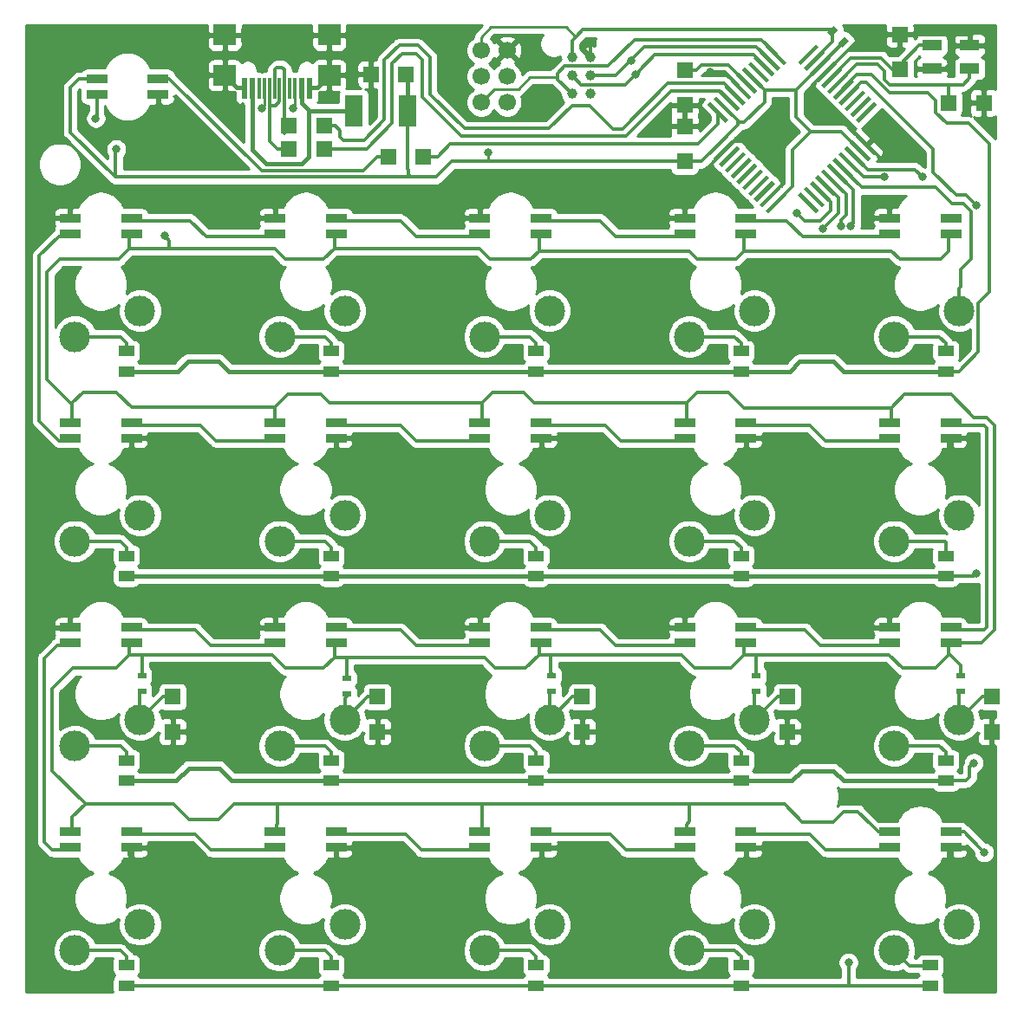
<source format=gbr>
G04 #@! TF.GenerationSoftware,KiCad,Pcbnew,(5.1.9)-1*
G04 #@! TF.CreationDate,2021-02-04T21:44:09+01:00*
G04 #@! TF.ProjectId,Makrokeyboard,4d616b72-6f6b-4657-9962-6f6172642e6b,rev?*
G04 #@! TF.SameCoordinates,Original*
G04 #@! TF.FileFunction,Copper,L2,Bot*
G04 #@! TF.FilePolarity,Positive*
%FSLAX46Y46*%
G04 Gerber Fmt 4.6, Leading zero omitted, Abs format (unit mm)*
G04 Created by KiCad (PCBNEW (5.1.9)-1) date 2021-02-04 21:44:09*
%MOMM*%
%LPD*%
G01*
G04 APERTURE LIST*
G04 #@! TA.AperFunction,ComponentPad*
%ADD10C,1.700000*%
G04 #@! TD*
G04 #@! TA.AperFunction,SMDPad,CuDef*
%ADD11R,2.000000X0.850000*%
G04 #@! TD*
G04 #@! TA.AperFunction,SMDPad,CuDef*
%ADD12R,0.900000X0.600000*%
G04 #@! TD*
G04 #@! TA.AperFunction,SMDPad,CuDef*
%ADD13R,1.900000X1.100000*%
G04 #@! TD*
G04 #@! TA.AperFunction,SMDPad,CuDef*
%ADD14R,2.180000X2.000000*%
G04 #@! TD*
G04 #@! TA.AperFunction,SMDPad,CuDef*
%ADD15R,0.600000X2.000000*%
G04 #@! TD*
G04 #@! TA.AperFunction,SMDPad,CuDef*
%ADD16R,0.300000X2.000000*%
G04 #@! TD*
G04 #@! TA.AperFunction,SMDPad,CuDef*
%ADD17C,1.000000*%
G04 #@! TD*
G04 #@! TA.AperFunction,SMDPad,CuDef*
%ADD18C,0.100000*%
G04 #@! TD*
G04 #@! TA.AperFunction,ComponentPad*
%ADD19C,3.000000*%
G04 #@! TD*
G04 #@! TA.AperFunction,SMDPad,CuDef*
%ADD20R,1.520000X1.600000*%
G04 #@! TD*
G04 #@! TA.AperFunction,SMDPad,CuDef*
%ADD21R,1.780000X3.150000*%
G04 #@! TD*
G04 #@! TA.AperFunction,SMDPad,CuDef*
%ADD22R,1.500000X1.000000*%
G04 #@! TD*
G04 #@! TA.AperFunction,SMDPad,CuDef*
%ADD23R,1.600000X1.520000*%
G04 #@! TD*
G04 #@! TA.AperFunction,ViaPad*
%ADD24C,0.800000*%
G04 #@! TD*
G04 #@! TA.AperFunction,Conductor*
%ADD25C,0.300000*%
G04 #@! TD*
G04 #@! TA.AperFunction,Conductor*
%ADD26C,0.400000*%
G04 #@! TD*
G04 #@! TA.AperFunction,Conductor*
%ADD27C,0.250000*%
G04 #@! TD*
G04 #@! TA.AperFunction,Conductor*
%ADD28C,0.254000*%
G04 #@! TD*
G04 #@! TA.AperFunction,Conductor*
%ADD29C,0.100000*%
G04 #@! TD*
G04 APERTURE END LIST*
D10*
X148670000Y-38150000D03*
X146130000Y-35610000D03*
X148670000Y-35610000D03*
X148670000Y-40690000D03*
X146130000Y-40690000D03*
X146130000Y-38150000D03*
D11*
X114600000Y-39915000D03*
X114600000Y-38385000D03*
X108600000Y-38385000D03*
X108600000Y-39915000D03*
D12*
X113000000Y-96750000D03*
X113000000Y-98250000D03*
X133000000Y-97000000D03*
X133000000Y-98500000D03*
X153000000Y-96750000D03*
X153000000Y-98250000D03*
X173000000Y-96750000D03*
X173000000Y-98250000D03*
X193000000Y-96750000D03*
X193000000Y-98250000D03*
D13*
X193850000Y-35100000D03*
X193850000Y-37400000D03*
X190150000Y-35100000D03*
X190150000Y-37400000D03*
D14*
X121090000Y-34100000D03*
X131310000Y-34100000D03*
X121090000Y-38030000D03*
X131310000Y-38030000D03*
D15*
X123000000Y-39300000D03*
X129400000Y-39300000D03*
X123800000Y-39300000D03*
X128600000Y-39300000D03*
D16*
X124450000Y-39300000D03*
X124950000Y-39300000D03*
X125450000Y-39300000D03*
X125950000Y-39300000D03*
X126450000Y-39300000D03*
X126950000Y-39300000D03*
X127450000Y-39300000D03*
X127950000Y-39300000D03*
D17*
X156800000Y-39850000D03*
X156800000Y-38050000D03*
X156800000Y-36250000D03*
X155000000Y-36250000D03*
X155000000Y-38050000D03*
X155000000Y-39850000D03*
G04 #@! TA.AperFunction,SMDPad,CuDef*
D18*
G36*
X168509693Y-45866295D02*
G01*
X168226850Y-45583452D01*
X169994617Y-43815685D01*
X170277460Y-44098528D01*
X168509693Y-45866295D01*
G37*
G04 #@! TD.AperFunction*
G04 #@! TA.AperFunction,SMDPad,CuDef*
G36*
X169075379Y-46431981D02*
G01*
X168792536Y-46149138D01*
X170560303Y-44381371D01*
X170843146Y-44664214D01*
X169075379Y-46431981D01*
G37*
G04 #@! TD.AperFunction*
G04 #@! TA.AperFunction,SMDPad,CuDef*
G36*
X169641064Y-46997666D02*
G01*
X169358221Y-46714823D01*
X171125988Y-44947056D01*
X171408831Y-45229899D01*
X169641064Y-46997666D01*
G37*
G04 #@! TD.AperFunction*
G04 #@! TA.AperFunction,SMDPad,CuDef*
G36*
X170206750Y-47563352D02*
G01*
X169923907Y-47280509D01*
X171691674Y-45512742D01*
X171974517Y-45795585D01*
X170206750Y-47563352D01*
G37*
G04 #@! TD.AperFunction*
G04 #@! TA.AperFunction,SMDPad,CuDef*
G36*
X170772435Y-48129037D02*
G01*
X170489592Y-47846194D01*
X172257359Y-46078427D01*
X172540202Y-46361270D01*
X170772435Y-48129037D01*
G37*
G04 #@! TD.AperFunction*
G04 #@! TA.AperFunction,SMDPad,CuDef*
G36*
X171903806Y-49260408D02*
G01*
X171620963Y-48977565D01*
X173388730Y-47209798D01*
X173671573Y-47492641D01*
X171903806Y-49260408D01*
G37*
G04 #@! TD.AperFunction*
G04 #@! TA.AperFunction,SMDPad,CuDef*
G36*
X171338121Y-48694722D02*
G01*
X171055278Y-48411879D01*
X172823045Y-46644112D01*
X173105888Y-46926955D01*
X171338121Y-48694722D01*
G37*
G04 #@! TD.AperFunction*
G04 #@! TA.AperFunction,SMDPad,CuDef*
G36*
X172469491Y-49826093D02*
G01*
X172186648Y-49543250D01*
X173954415Y-47775483D01*
X174237258Y-48058326D01*
X172469491Y-49826093D01*
G37*
G04 #@! TD.AperFunction*
G04 #@! TA.AperFunction,SMDPad,CuDef*
G36*
X173035177Y-50391779D02*
G01*
X172752334Y-50108936D01*
X174520101Y-48341169D01*
X174802944Y-48624012D01*
X173035177Y-50391779D01*
G37*
G04 #@! TD.AperFunction*
G04 #@! TA.AperFunction,SMDPad,CuDef*
G36*
X173600862Y-50957464D02*
G01*
X173318019Y-50674621D01*
X175085786Y-48906854D01*
X175368629Y-49189697D01*
X173600862Y-50957464D01*
G37*
G04 #@! TD.AperFunction*
G04 #@! TA.AperFunction,SMDPad,CuDef*
G36*
X174166548Y-51523150D02*
G01*
X173883705Y-51240307D01*
X175651472Y-49472540D01*
X175934315Y-49755383D01*
X174166548Y-51523150D01*
G37*
G04 #@! TD.AperFunction*
G04 #@! TA.AperFunction,SMDPad,CuDef*
G36*
X179681981Y-50674621D02*
G01*
X179399138Y-50957464D01*
X177631371Y-49189697D01*
X177914214Y-48906854D01*
X179681981Y-50674621D01*
G37*
G04 #@! TD.AperFunction*
G04 #@! TA.AperFunction,SMDPad,CuDef*
G36*
X179116295Y-51240307D02*
G01*
X178833452Y-51523150D01*
X177065685Y-49755383D01*
X177348528Y-49472540D01*
X179116295Y-51240307D01*
G37*
G04 #@! TD.AperFunction*
G04 #@! TA.AperFunction,SMDPad,CuDef*
G36*
X180247666Y-50108936D02*
G01*
X179964823Y-50391779D01*
X178197056Y-48624012D01*
X178479899Y-48341169D01*
X180247666Y-50108936D01*
G37*
G04 #@! TD.AperFunction*
G04 #@! TA.AperFunction,SMDPad,CuDef*
G36*
X180813352Y-49543250D02*
G01*
X180530509Y-49826093D01*
X178762742Y-48058326D01*
X179045585Y-47775483D01*
X180813352Y-49543250D01*
G37*
G04 #@! TD.AperFunction*
G04 #@! TA.AperFunction,SMDPad,CuDef*
G36*
X181379037Y-48977565D02*
G01*
X181096194Y-49260408D01*
X179328427Y-47492641D01*
X179611270Y-47209798D01*
X181379037Y-48977565D01*
G37*
G04 #@! TD.AperFunction*
G04 #@! TA.AperFunction,SMDPad,CuDef*
G36*
X181944722Y-48411879D02*
G01*
X181661879Y-48694722D01*
X179894112Y-46926955D01*
X180176955Y-46644112D01*
X181944722Y-48411879D01*
G37*
G04 #@! TD.AperFunction*
G04 #@! TA.AperFunction,SMDPad,CuDef*
G36*
X182510408Y-47846194D02*
G01*
X182227565Y-48129037D01*
X180459798Y-46361270D01*
X180742641Y-46078427D01*
X182510408Y-47846194D01*
G37*
G04 #@! TD.AperFunction*
G04 #@! TA.AperFunction,SMDPad,CuDef*
G36*
X183076093Y-47280509D02*
G01*
X182793250Y-47563352D01*
X181025483Y-45795585D01*
X181308326Y-45512742D01*
X183076093Y-47280509D01*
G37*
G04 #@! TD.AperFunction*
G04 #@! TA.AperFunction,SMDPad,CuDef*
G36*
X183641779Y-46714823D02*
G01*
X183358936Y-46997666D01*
X181591169Y-45229899D01*
X181874012Y-44947056D01*
X183641779Y-46714823D01*
G37*
G04 #@! TD.AperFunction*
G04 #@! TA.AperFunction,SMDPad,CuDef*
G36*
X184207464Y-46149138D02*
G01*
X183924621Y-46431981D01*
X182156854Y-44664214D01*
X182439697Y-44381371D01*
X184207464Y-46149138D01*
G37*
G04 #@! TD.AperFunction*
G04 #@! TA.AperFunction,SMDPad,CuDef*
G36*
X184773150Y-45583452D02*
G01*
X184490307Y-45866295D01*
X182722540Y-44098528D01*
X183005383Y-43815685D01*
X184773150Y-45583452D01*
G37*
G04 #@! TD.AperFunction*
G04 #@! TA.AperFunction,SMDPad,CuDef*
G36*
X184490307Y-40633705D02*
G01*
X184773150Y-40916548D01*
X183005383Y-42684315D01*
X182722540Y-42401472D01*
X184490307Y-40633705D01*
G37*
G04 #@! TD.AperFunction*
G04 #@! TA.AperFunction,SMDPad,CuDef*
G36*
X183924621Y-40068019D02*
G01*
X184207464Y-40350862D01*
X182439697Y-42118629D01*
X182156854Y-41835786D01*
X183924621Y-40068019D01*
G37*
G04 #@! TD.AperFunction*
G04 #@! TA.AperFunction,SMDPad,CuDef*
G36*
X183358936Y-39502334D02*
G01*
X183641779Y-39785177D01*
X181874012Y-41552944D01*
X181591169Y-41270101D01*
X183358936Y-39502334D01*
G37*
G04 #@! TD.AperFunction*
G04 #@! TA.AperFunction,SMDPad,CuDef*
G36*
X182793250Y-38936648D02*
G01*
X183076093Y-39219491D01*
X181308326Y-40987258D01*
X181025483Y-40704415D01*
X182793250Y-38936648D01*
G37*
G04 #@! TD.AperFunction*
G04 #@! TA.AperFunction,SMDPad,CuDef*
G36*
X182227565Y-38370963D02*
G01*
X182510408Y-38653806D01*
X180742641Y-40421573D01*
X180459798Y-40138730D01*
X182227565Y-38370963D01*
G37*
G04 #@! TD.AperFunction*
G04 #@! TA.AperFunction,SMDPad,CuDef*
G36*
X181661879Y-37805278D02*
G01*
X181944722Y-38088121D01*
X180176955Y-39855888D01*
X179894112Y-39573045D01*
X181661879Y-37805278D01*
G37*
G04 #@! TD.AperFunction*
G04 #@! TA.AperFunction,SMDPad,CuDef*
G36*
X181096194Y-37239592D02*
G01*
X181379037Y-37522435D01*
X179611270Y-39290202D01*
X179328427Y-39007359D01*
X181096194Y-37239592D01*
G37*
G04 #@! TD.AperFunction*
G04 #@! TA.AperFunction,SMDPad,CuDef*
G36*
X180530509Y-36673907D02*
G01*
X180813352Y-36956750D01*
X179045585Y-38724517D01*
X178762742Y-38441674D01*
X180530509Y-36673907D01*
G37*
G04 #@! TD.AperFunction*
G04 #@! TA.AperFunction,SMDPad,CuDef*
G36*
X179964823Y-36108221D02*
G01*
X180247666Y-36391064D01*
X178479899Y-38158831D01*
X178197056Y-37875988D01*
X179964823Y-36108221D01*
G37*
G04 #@! TD.AperFunction*
G04 #@! TA.AperFunction,SMDPad,CuDef*
G36*
X179399138Y-35542536D02*
G01*
X179681981Y-35825379D01*
X177914214Y-37593146D01*
X177631371Y-37310303D01*
X179399138Y-35542536D01*
G37*
G04 #@! TD.AperFunction*
G04 #@! TA.AperFunction,SMDPad,CuDef*
G36*
X178833452Y-34976850D02*
G01*
X179116295Y-35259693D01*
X177348528Y-37027460D01*
X177065685Y-36744617D01*
X178833452Y-34976850D01*
G37*
G04 #@! TD.AperFunction*
G04 #@! TA.AperFunction,SMDPad,CuDef*
G36*
X173883705Y-35259693D02*
G01*
X174166548Y-34976850D01*
X175934315Y-36744617D01*
X175651472Y-37027460D01*
X173883705Y-35259693D01*
G37*
G04 #@! TD.AperFunction*
G04 #@! TA.AperFunction,SMDPad,CuDef*
G36*
X173318019Y-35825379D02*
G01*
X173600862Y-35542536D01*
X175368629Y-37310303D01*
X175085786Y-37593146D01*
X173318019Y-35825379D01*
G37*
G04 #@! TD.AperFunction*
G04 #@! TA.AperFunction,SMDPad,CuDef*
G36*
X172752334Y-36391064D02*
G01*
X173035177Y-36108221D01*
X174802944Y-37875988D01*
X174520101Y-38158831D01*
X172752334Y-36391064D01*
G37*
G04 #@! TD.AperFunction*
G04 #@! TA.AperFunction,SMDPad,CuDef*
G36*
X172186648Y-36956750D02*
G01*
X172469491Y-36673907D01*
X174237258Y-38441674D01*
X173954415Y-38724517D01*
X172186648Y-36956750D01*
G37*
G04 #@! TD.AperFunction*
G04 #@! TA.AperFunction,SMDPad,CuDef*
G36*
X171620963Y-37522435D02*
G01*
X171903806Y-37239592D01*
X173671573Y-39007359D01*
X173388730Y-39290202D01*
X171620963Y-37522435D01*
G37*
G04 #@! TD.AperFunction*
G04 #@! TA.AperFunction,SMDPad,CuDef*
G36*
X171055278Y-38088121D02*
G01*
X171338121Y-37805278D01*
X173105888Y-39573045D01*
X172823045Y-39855888D01*
X171055278Y-38088121D01*
G37*
G04 #@! TD.AperFunction*
G04 #@! TA.AperFunction,SMDPad,CuDef*
G36*
X170489592Y-38653806D02*
G01*
X170772435Y-38370963D01*
X172540202Y-40138730D01*
X172257359Y-40421573D01*
X170489592Y-38653806D01*
G37*
G04 #@! TD.AperFunction*
G04 #@! TA.AperFunction,SMDPad,CuDef*
G36*
X169923907Y-39219491D02*
G01*
X170206750Y-38936648D01*
X171974517Y-40704415D01*
X171691674Y-40987258D01*
X169923907Y-39219491D01*
G37*
G04 #@! TD.AperFunction*
G04 #@! TA.AperFunction,SMDPad,CuDef*
G36*
X169358221Y-39785177D02*
G01*
X169641064Y-39502334D01*
X171408831Y-41270101D01*
X171125988Y-41552944D01*
X169358221Y-39785177D01*
G37*
G04 #@! TD.AperFunction*
G04 #@! TA.AperFunction,SMDPad,CuDef*
G36*
X168792536Y-40350862D02*
G01*
X169075379Y-40068019D01*
X170843146Y-41835786D01*
X170560303Y-42118629D01*
X168792536Y-40350862D01*
G37*
G04 #@! TD.AperFunction*
G04 #@! TA.AperFunction,SMDPad,CuDef*
G36*
X168226850Y-40916548D02*
G01*
X168509693Y-40633705D01*
X170277460Y-42401472D01*
X169994617Y-42684315D01*
X168226850Y-40916548D01*
G37*
G04 #@! TD.AperFunction*
D19*
X106460000Y-63580000D03*
X112810000Y-61040000D03*
X106460000Y-83580000D03*
X112810000Y-81040000D03*
X106460000Y-103580000D03*
X112810000Y-101040000D03*
X106460000Y-123580000D03*
X112810000Y-121040000D03*
X126460000Y-63580000D03*
X132810000Y-61040000D03*
X126460000Y-83580000D03*
X132810000Y-81040000D03*
X126460000Y-103580000D03*
X132810000Y-101040000D03*
X126460000Y-123580000D03*
X132810000Y-121040000D03*
X146460000Y-63580000D03*
X152810000Y-61040000D03*
X146460000Y-83580000D03*
X152810000Y-81040000D03*
X146460000Y-103580000D03*
X152810000Y-101040000D03*
X146460000Y-123580000D03*
X152810000Y-121040000D03*
X166460000Y-63580000D03*
X172810000Y-61040000D03*
X166460000Y-83580000D03*
X172810000Y-81040000D03*
X166460000Y-103580000D03*
X172810000Y-101040000D03*
X166460000Y-123580000D03*
X172810000Y-121040000D03*
X186460000Y-63580000D03*
X192810000Y-61040000D03*
X186460000Y-83580000D03*
X192810000Y-81040000D03*
X186460000Y-103580000D03*
X192810000Y-101040000D03*
X186460000Y-123580000D03*
X192810000Y-121040000D03*
D20*
X137070000Y-46000000D03*
X140500000Y-46000000D03*
G04 #@! TA.AperFunction,SMDPad,CuDef*
D18*
G36*
X179939340Y-33825736D02*
G01*
X180575736Y-33189340D01*
X181000000Y-33613604D01*
X180363604Y-34250000D01*
X179939340Y-33825736D01*
G37*
G04 #@! TD.AperFunction*
G04 #@! TA.AperFunction,SMDPad,CuDef*
G36*
X181000000Y-34886396D02*
G01*
X181636396Y-34250000D01*
X182060660Y-34674264D01*
X181424264Y-35310660D01*
X181000000Y-34886396D01*
G37*
G04 #@! TD.AperFunction*
D20*
X130815000Y-43000000D03*
X127385000Y-43000000D03*
X130815000Y-45250000D03*
X127385000Y-45250000D03*
D11*
X186000000Y-51985000D03*
X186000000Y-53515000D03*
X192000000Y-53515000D03*
X192000000Y-51985000D03*
X186000000Y-91985000D03*
X186000000Y-93515000D03*
X192000000Y-93515000D03*
X192000000Y-91985000D03*
X166000000Y-51985000D03*
X166000000Y-53515000D03*
X172000000Y-53515000D03*
X172000000Y-51985000D03*
X166000000Y-91985000D03*
X166000000Y-93515000D03*
X172000000Y-93515000D03*
X172000000Y-91985000D03*
X146000000Y-51985000D03*
X146000000Y-53515000D03*
X152000000Y-53515000D03*
X152000000Y-51985000D03*
X146000000Y-91985000D03*
X146000000Y-93515000D03*
X152000000Y-93515000D03*
X152000000Y-91985000D03*
X126000000Y-51985000D03*
X126000000Y-53515000D03*
X132000000Y-53515000D03*
X132000000Y-51985000D03*
X126000000Y-91985000D03*
X126000000Y-93515000D03*
X132000000Y-93515000D03*
X132000000Y-91985000D03*
X106000000Y-51985000D03*
X106000000Y-53515000D03*
X112000000Y-53515000D03*
X112000000Y-51985000D03*
X106000000Y-91985000D03*
X106000000Y-93515000D03*
X112000000Y-93515000D03*
X112000000Y-91985000D03*
X112000000Y-73515000D03*
X112000000Y-71985000D03*
X106000000Y-71985000D03*
X106000000Y-73515000D03*
X112000000Y-113515000D03*
X112000000Y-111985000D03*
X106000000Y-111985000D03*
X106000000Y-113515000D03*
X132000000Y-73515000D03*
X132000000Y-71985000D03*
X126000000Y-71985000D03*
X126000000Y-73515000D03*
X132000000Y-113515000D03*
X132000000Y-111985000D03*
X126000000Y-111985000D03*
X126000000Y-113515000D03*
X152000000Y-73515000D03*
X152000000Y-71985000D03*
X146000000Y-71985000D03*
X146000000Y-73515000D03*
X152000000Y-113515000D03*
X152000000Y-111985000D03*
X146000000Y-111985000D03*
X146000000Y-113515000D03*
X172000000Y-73515000D03*
X172000000Y-71985000D03*
X166000000Y-71985000D03*
X166000000Y-73515000D03*
X172000000Y-113515000D03*
X172000000Y-111985000D03*
X166000000Y-111985000D03*
X166000000Y-113515000D03*
X192000000Y-73515000D03*
X192000000Y-71985000D03*
X186000000Y-71985000D03*
X186000000Y-73515000D03*
X192000000Y-113515000D03*
X192000000Y-111985000D03*
X186000000Y-111985000D03*
X186000000Y-113515000D03*
D21*
X133685000Y-41550000D03*
X138915000Y-41550000D03*
D22*
X111500000Y-65000000D03*
X111500000Y-67000000D03*
X111500000Y-85000000D03*
X111500000Y-87000000D03*
X111500000Y-105000000D03*
X111500000Y-107000000D03*
X111500000Y-125000000D03*
X111500000Y-127000000D03*
X131500000Y-65000000D03*
X131500000Y-67000000D03*
X131500000Y-85000000D03*
X131500000Y-87000000D03*
X131500000Y-105000000D03*
X131500000Y-107000000D03*
X131500000Y-125000000D03*
X131500000Y-127000000D03*
X151500000Y-65000000D03*
X151500000Y-67000000D03*
X151500000Y-85000000D03*
X151500000Y-87000000D03*
X151500000Y-105000000D03*
X151500000Y-107000000D03*
X151500000Y-125000000D03*
X151500000Y-127000000D03*
X171500000Y-65000000D03*
X171500000Y-67000000D03*
X171500000Y-85000000D03*
X171500000Y-87000000D03*
X171500000Y-105000000D03*
X171500000Y-107000000D03*
X171500000Y-125000000D03*
X171500000Y-127000000D03*
X191500000Y-65000000D03*
X191500000Y-67000000D03*
X191500000Y-85000000D03*
X191500000Y-87000000D03*
X191500000Y-105000000D03*
X191500000Y-107000000D03*
X190000000Y-125000000D03*
X190000000Y-127000000D03*
D23*
X116000000Y-102215000D03*
X116000000Y-98785000D03*
X136000000Y-102215000D03*
X136000000Y-98785000D03*
X156000000Y-102215000D03*
X156000000Y-98785000D03*
X176000000Y-102215000D03*
X176000000Y-98785000D03*
X196000000Y-102215000D03*
X196000000Y-98785000D03*
D20*
X195215000Y-40750000D03*
X191785000Y-40750000D03*
D23*
X187000000Y-37465000D03*
X187000000Y-34035000D03*
D20*
X138815000Y-37950000D03*
X135385000Y-37950000D03*
D23*
X166000000Y-40965000D03*
X166000000Y-37535000D03*
X166000000Y-43035000D03*
X166000000Y-46465000D03*
D24*
X117250000Y-36500000D03*
X156500000Y-34750000D03*
X163750000Y-42750000D03*
X168500000Y-37750000D03*
X182250000Y-91750000D03*
X104000000Y-92750000D03*
X116750000Y-76000000D03*
X183750000Y-34250000D03*
X172750000Y-43750000D03*
X116250000Y-115750000D03*
X195500000Y-106000000D03*
X194750000Y-117500000D03*
X194000000Y-77000000D03*
X185750000Y-43750000D03*
X116000000Y-42250000D03*
X186000000Y-50250000D03*
X191500000Y-75750000D03*
X122750000Y-52250000D03*
X122000000Y-58000000D03*
X115250000Y-53750000D03*
X110500000Y-45250000D03*
X146800000Y-45600000D03*
X182250000Y-52750000D03*
X181250000Y-52750000D03*
X179500000Y-53000000D03*
X177000000Y-51500000D03*
X185500000Y-48000000D03*
X182000000Y-124750000D03*
X189250000Y-48000000D03*
X194250000Y-105250000D03*
X194500000Y-50750000D03*
X194500000Y-86750000D03*
X108500000Y-42250000D03*
X195250000Y-114000000D03*
X160800000Y-36600000D03*
X161200000Y-37950000D03*
X127800000Y-41300000D03*
X124700000Y-41250000D03*
D25*
X121090000Y-38030000D02*
X118780000Y-38030000D01*
X118780000Y-38030000D02*
X117250000Y-36500000D01*
X156800000Y-36250000D02*
X156800000Y-35050000D01*
X156800000Y-35050000D02*
X156500000Y-34750000D01*
X166000000Y-43035000D02*
X166000000Y-40965000D01*
X166000000Y-43035000D02*
X164035000Y-43035000D01*
X164035000Y-43035000D02*
X163750000Y-42750000D01*
X169892715Y-37750000D02*
X168500000Y-37750000D01*
X171514897Y-39396268D02*
X171514897Y-39372182D01*
X171514897Y-39372182D02*
X169892715Y-37750000D01*
X179788047Y-37699212D02*
X179815257Y-37699212D01*
X179815257Y-37699212D02*
X183479469Y-34035000D01*
X193850000Y-34250000D02*
X193850000Y-35100000D01*
X193635000Y-34035000D02*
X193850000Y-34250000D01*
X187000000Y-34035000D02*
X193635000Y-34035000D01*
X191400000Y-37400000D02*
X192000000Y-36800000D01*
X190150000Y-37400000D02*
X191400000Y-37400000D01*
X192600000Y-35100000D02*
X193850000Y-35100000D01*
X192000000Y-35700000D02*
X192600000Y-35100000D01*
X192000000Y-36800000D02*
X192000000Y-35700000D01*
X195350000Y-35100000D02*
X193850000Y-35100000D01*
X195865000Y-35615000D02*
X195350000Y-35100000D01*
X195865000Y-39000000D02*
X195865000Y-35615000D01*
X195215000Y-40750000D02*
X195215000Y-39650000D01*
X195215000Y-39650000D02*
X195865000Y-39000000D01*
D26*
X122260000Y-39200000D02*
X121090000Y-38030000D01*
X123000000Y-39200000D02*
X122260000Y-39200000D01*
X130140000Y-39200000D02*
X131310000Y-38030000D01*
X129400000Y-39200000D02*
X130140000Y-39200000D01*
D25*
X186200000Y-91985000D02*
X182485000Y-91985000D01*
X182485000Y-91985000D02*
X182250000Y-91750000D01*
X106200000Y-91985000D02*
X104765000Y-91985000D01*
X104765000Y-91985000D02*
X104000000Y-92750000D01*
X111800000Y-73515000D02*
X114265000Y-73515000D01*
X114265000Y-73515000D02*
X116750000Y-76000000D01*
X183965000Y-34035000D02*
X183750000Y-34250000D01*
X187000000Y-34035000D02*
X183965000Y-34035000D01*
X183479469Y-34035000D02*
X183750000Y-34250000D01*
X169843324Y-45406676D02*
X170750000Y-44500000D01*
X169817841Y-45406676D02*
X169843324Y-45406676D01*
X170750000Y-44500000D02*
X172000000Y-44500000D01*
X172000000Y-44500000D02*
X172750000Y-43750000D01*
X111800000Y-114240000D02*
X113310000Y-115750000D01*
X111800000Y-113515000D02*
X111800000Y-114240000D01*
X113310000Y-115750000D02*
X116250000Y-115750000D01*
X178500000Y-39584033D02*
X183747845Y-44831878D01*
X179788047Y-37699212D02*
X178500000Y-38987259D01*
X183747845Y-44831878D02*
X183747845Y-44840990D01*
X178500000Y-38987259D02*
X178500000Y-39584033D01*
X195500000Y-105957100D02*
X195500000Y-106000000D01*
X196000000Y-102215000D02*
X196000000Y-105457100D01*
X196000000Y-105457100D02*
X195500000Y-105957100D01*
X191800000Y-113515000D02*
X191800000Y-114550000D01*
X191800000Y-114550000D02*
X194750000Y-117500000D01*
X191800000Y-73515000D02*
X191800000Y-74800000D01*
X191800000Y-74800000D02*
X193600001Y-76600001D01*
X193600001Y-76600001D02*
X194000000Y-77000000D01*
X175500000Y-48000000D02*
X172000000Y-44500000D01*
X175500000Y-48750000D02*
X175500000Y-48000000D01*
X174343324Y-49932159D02*
X174343324Y-49906676D01*
X174343324Y-49906676D02*
X175500000Y-48750000D01*
X184338835Y-44250000D02*
X184500000Y-44250000D01*
X183747845Y-44840990D02*
X184338835Y-44250000D01*
X184500000Y-44250000D02*
X185250000Y-44250000D01*
X185250000Y-44250000D02*
X185750000Y-43750000D01*
X114600000Y-40640000D02*
X116000000Y-42040000D01*
X114600000Y-39915000D02*
X114600000Y-40640000D01*
X116000000Y-42040000D02*
X116000000Y-42250000D01*
X186000000Y-51985000D02*
X186000000Y-50250000D01*
X192000000Y-73515000D02*
X192000000Y-75250000D01*
X192000000Y-75250000D02*
X191500000Y-75750000D01*
X126000000Y-51985000D02*
X123015000Y-51985000D01*
X123015000Y-51985000D02*
X122750000Y-52250000D01*
D27*
X169817841Y-45406676D02*
X169817841Y-45432159D01*
X169817841Y-45432159D02*
X168400000Y-46850000D01*
D25*
X186200000Y-111985000D02*
X184900000Y-111985000D01*
X106200000Y-110550000D02*
X106200000Y-111985000D01*
X107500000Y-109250000D02*
X106200000Y-110550000D01*
X126250000Y-111210000D02*
X126250000Y-109250000D01*
X126200000Y-111260000D02*
X126250000Y-111210000D01*
X126200000Y-111985000D02*
X126200000Y-111260000D01*
X146200000Y-111260000D02*
X146250000Y-111210000D01*
X146200000Y-111985000D02*
X146200000Y-111260000D01*
X146250000Y-111210000D02*
X146250000Y-109250000D01*
X146250000Y-109250000D02*
X126250000Y-109250000D01*
X166500000Y-110960000D02*
X166500000Y-109250000D01*
X166200000Y-111260000D02*
X166500000Y-110960000D01*
X166200000Y-111985000D02*
X166200000Y-111260000D01*
X166500000Y-109250000D02*
X146250000Y-109250000D01*
X111800000Y-94700000D02*
X111800000Y-93515000D01*
X131800000Y-94950000D02*
X131800000Y-93515000D01*
X151800000Y-94700000D02*
X151800000Y-93515000D01*
X171800000Y-94700000D02*
X171800000Y-93515000D01*
X191800000Y-94700000D02*
X191800000Y-93515000D01*
X186200000Y-70550000D02*
X186200000Y-71985000D01*
X186200000Y-70550000D02*
X171800000Y-70550000D01*
X171800000Y-70550000D02*
X170250000Y-69000000D01*
X170250000Y-69000000D02*
X167250000Y-69000000D01*
X166200000Y-70050000D02*
X166200000Y-71985000D01*
X167250000Y-69000000D02*
X166200000Y-70050000D01*
X166200000Y-70050000D02*
X151300000Y-70050000D01*
X151300000Y-70050000D02*
X150250000Y-69000000D01*
X150250000Y-69000000D02*
X147250000Y-69000000D01*
X146200000Y-70050000D02*
X146200000Y-71985000D01*
X147250000Y-69000000D02*
X146200000Y-70050000D01*
X146200000Y-70050000D02*
X131300000Y-70050000D01*
X131300000Y-70050000D02*
X130500000Y-69250000D01*
X130500000Y-69250000D02*
X127250000Y-69250000D01*
X127250000Y-69250000D02*
X126200000Y-70300000D01*
X106200000Y-70050000D02*
X106200000Y-71985000D01*
X111800000Y-54950000D02*
X111800000Y-53515000D01*
X131800000Y-54950000D02*
X131800000Y-53515000D01*
X151800000Y-55200000D02*
X151800000Y-53515000D01*
X171800000Y-55200000D02*
X171800000Y-53515000D01*
X110500000Y-69000000D02*
X107250000Y-69000000D01*
X112000000Y-70500000D02*
X110500000Y-69000000D01*
X107250000Y-69000000D02*
X106200000Y-70050000D01*
X126200000Y-70300000D02*
X126000000Y-70500000D01*
X126000000Y-70500000D02*
X112000000Y-70500000D01*
X126000000Y-71785000D02*
X126200000Y-71985000D01*
X126000000Y-70500000D02*
X126000000Y-71785000D01*
X178300000Y-43550000D02*
X181300000Y-43550000D01*
X183182159Y-45406676D02*
X183156676Y-45406676D01*
X183156676Y-45406676D02*
X181300000Y-43550000D01*
X169252155Y-44840990D02*
X169252155Y-44797845D01*
X169252155Y-44797845D02*
X171200000Y-42850000D01*
X169817841Y-41093324D02*
X169843324Y-41093324D01*
X169843324Y-41093324D02*
X171200000Y-42450000D01*
X172646268Y-38296268D02*
X172646268Y-38264897D01*
X173800000Y-39450000D02*
X172646268Y-38296268D01*
X176900000Y-39450000D02*
X173800000Y-39450000D01*
X179222361Y-37133526D02*
X179216474Y-37133526D01*
X179216474Y-37133526D02*
X176900000Y-39450000D01*
X176900000Y-42150000D02*
X178300000Y-43550000D01*
X176900000Y-39450000D02*
X176900000Y-42150000D01*
X173800000Y-39450000D02*
X173800000Y-40650000D01*
X171800000Y-42650000D02*
X171200000Y-42650000D01*
X173800000Y-40650000D02*
X171800000Y-42650000D01*
X171200000Y-42450000D02*
X171200000Y-42650000D01*
X171200000Y-42650000D02*
X171200000Y-42850000D01*
X179222361Y-37088299D02*
X181530330Y-34780330D01*
X179222361Y-37133526D02*
X179222361Y-37088299D01*
D26*
X138915000Y-38050000D02*
X138815000Y-37950000D01*
X138915000Y-41550000D02*
X138915000Y-38050000D01*
D25*
X184900000Y-111985000D02*
X184207500Y-111292500D01*
X169252155Y-44848223D02*
X169252155Y-44840990D01*
X166000000Y-46465000D02*
X167635378Y-46465000D01*
X167635378Y-46465000D02*
X169252155Y-44848223D01*
X173000000Y-94750000D02*
X173000000Y-96750000D01*
X172950000Y-94700000D02*
X173000000Y-94750000D01*
X171800000Y-94700000D02*
X172950000Y-94700000D01*
X191800000Y-94700000D02*
X191950000Y-94700000D01*
X193000000Y-95750000D02*
X193000000Y-96750000D01*
X191950000Y-94700000D02*
X193000000Y-95750000D01*
X152950000Y-94700000D02*
X152950000Y-96450000D01*
X151800000Y-94700000D02*
X152950000Y-94700000D01*
X153000000Y-96500000D02*
X153000000Y-96750000D01*
X152950000Y-96450000D02*
X153000000Y-96500000D01*
X133050000Y-94950000D02*
X133000000Y-95000000D01*
X133000000Y-95000000D02*
X133000000Y-97000000D01*
X131800000Y-94950000D02*
X133050000Y-94950000D01*
X113000000Y-94750000D02*
X113000000Y-96750000D01*
X113050000Y-94700000D02*
X113000000Y-94750000D01*
X111800000Y-94700000D02*
X113050000Y-94700000D01*
X187500000Y-69250000D02*
X186200000Y-70550000D01*
X195500000Y-71500000D02*
X194250000Y-71500000D01*
X194250000Y-71500000D02*
X192000000Y-69250000D01*
X193100000Y-93515000D02*
X193115000Y-93500000D01*
X191800000Y-93515000D02*
X193100000Y-93515000D01*
X192000000Y-69250000D02*
X187500000Y-69250000D01*
X196250000Y-72250000D02*
X195500000Y-71500000D01*
X193115000Y-93500000D02*
X195000000Y-93500000D01*
X195000000Y-93500000D02*
X196250000Y-92250000D01*
X196250000Y-92250000D02*
X196250000Y-72250000D01*
X104250000Y-106000000D02*
X104250000Y-98000000D01*
X107500000Y-109250000D02*
X104250000Y-106000000D01*
X110500000Y-96000000D02*
X111800000Y-94700000D01*
X104250000Y-98000000D02*
X106250000Y-96000000D01*
X106250000Y-96000000D02*
X110500000Y-96000000D01*
X115200000Y-94700000D02*
X125700000Y-94700000D01*
X127000000Y-96000000D02*
X130750000Y-96000000D01*
X113050000Y-94700000D02*
X115200000Y-94700000D01*
X125700000Y-94700000D02*
X127000000Y-96000000D01*
X130750000Y-96000000D02*
X131800000Y-94950000D01*
X146450000Y-94950000D02*
X147500000Y-96000000D01*
X150500000Y-96000000D02*
X151800000Y-94700000D01*
X133050000Y-94950000D02*
X146450000Y-94950000D01*
X147500000Y-96000000D02*
X150500000Y-96000000D01*
X165700000Y-94700000D02*
X167000000Y-96000000D01*
X152950000Y-94700000D02*
X165700000Y-94700000D01*
X167000000Y-96000000D02*
X170500000Y-96000000D01*
X170500000Y-96000000D02*
X171800000Y-94700000D01*
X185950000Y-94700000D02*
X187250000Y-96000000D01*
X172950000Y-94700000D02*
X185950000Y-94700000D01*
X187250000Y-96000000D02*
X190500000Y-96000000D01*
X190500000Y-96000000D02*
X191800000Y-94700000D01*
X103750000Y-57250000D02*
X105000000Y-56000000D01*
X110750000Y-56000000D02*
X111800000Y-54950000D01*
X103750000Y-67750000D02*
X103750000Y-57250000D01*
X105000000Y-56000000D02*
X110750000Y-56000000D01*
X106200000Y-70050000D02*
X106050000Y-70050000D01*
X106050000Y-70050000D02*
X103750000Y-67750000D01*
X125950000Y-54950000D02*
X127000000Y-56000000D01*
X127000000Y-56000000D02*
X130750000Y-56000000D01*
X130750000Y-56000000D02*
X131800000Y-54950000D01*
X145950000Y-54950000D02*
X147000000Y-56000000D01*
X131800000Y-54950000D02*
X145950000Y-54950000D01*
X147000000Y-56000000D02*
X151000000Y-56000000D01*
X151000000Y-56000000D02*
X151800000Y-55200000D01*
X166450000Y-55200000D02*
X167250000Y-56000000D01*
X151800000Y-55200000D02*
X166450000Y-55200000D01*
X167250000Y-56000000D02*
X171000000Y-56000000D01*
X171000000Y-56000000D02*
X171800000Y-55200000D01*
X186200000Y-55200000D02*
X187000000Y-56000000D01*
X171800000Y-55200000D02*
X186200000Y-55200000D01*
X187000000Y-56000000D02*
X191000000Y-56000000D01*
X191000000Y-56000000D02*
X191800000Y-55200000D01*
X191800000Y-55200000D02*
X191800000Y-53515000D01*
X116125000Y-109250000D02*
X107500000Y-109250000D01*
X117625000Y-110750000D02*
X116125000Y-109250000D01*
X120500000Y-110750000D02*
X117625000Y-110750000D01*
X126250000Y-109250000D02*
X122000000Y-109250000D01*
X122000000Y-109250000D02*
X120500000Y-110750000D01*
X175750000Y-109250000D02*
X166500000Y-109250000D01*
X182915000Y-110000000D02*
X181500000Y-110000000D01*
X180500000Y-111000000D02*
X177500000Y-111000000D01*
X184207500Y-111292500D02*
X182915000Y-110000000D01*
X181500000Y-110000000D02*
X180500000Y-111000000D01*
X177500000Y-111000000D02*
X175750000Y-109250000D01*
X115700000Y-54200000D02*
X115250000Y-53750000D01*
X115700000Y-54950000D02*
X115700000Y-54200000D01*
X115700000Y-54950000D02*
X125950000Y-54950000D01*
X111800000Y-54950000D02*
X115700000Y-54950000D01*
X176500000Y-45350000D02*
X178300000Y-43550000D01*
X176500000Y-48914977D02*
X176500000Y-45350000D01*
X174909010Y-50497845D02*
X174917132Y-50497845D01*
X174917132Y-50497845D02*
X176500000Y-48914977D01*
X138915000Y-47165000D02*
X139000000Y-47250000D01*
X138915000Y-41550000D02*
X138915000Y-47165000D01*
X139000000Y-48000000D02*
X139000000Y-47250000D01*
X138000000Y-48000000D02*
X139000000Y-48000000D01*
X141750000Y-48000000D02*
X143285000Y-46465000D01*
X139250000Y-48000000D02*
X141750000Y-48000000D01*
X139000000Y-47250000D02*
X139000000Y-47750000D01*
X139000000Y-47750000D02*
X139250000Y-48000000D01*
D27*
X146800000Y-46430000D02*
X146835000Y-46465000D01*
X146800000Y-45600000D02*
X146800000Y-46430000D01*
D25*
X146835000Y-46465000D02*
X166000000Y-46465000D01*
X143285000Y-46465000D02*
X146835000Y-46465000D01*
X110450000Y-45300000D02*
X110450000Y-48000000D01*
X110500000Y-45250000D02*
X110450000Y-45300000D01*
X106865000Y-38385000D02*
X108600000Y-38385000D01*
X106000000Y-39250000D02*
X106865000Y-38385000D01*
X106000000Y-43600000D02*
X106000000Y-39250000D01*
X110400000Y-48000000D02*
X106000000Y-43600000D01*
X140250000Y-48000000D02*
X110400000Y-48000000D01*
X171300000Y-38050000D02*
X172080583Y-38830583D01*
X167635000Y-37000000D02*
X170250000Y-37000000D01*
X170250000Y-37000000D02*
X171300000Y-38050000D01*
X166000000Y-37535000D02*
X167100000Y-37535000D01*
X167100000Y-37535000D02*
X167635000Y-37000000D01*
X185200000Y-36350000D02*
X186315000Y-37465000D01*
X182200000Y-36350000D02*
X185200000Y-36350000D01*
X180353732Y-38264897D02*
X180353732Y-38196268D01*
X186315000Y-37465000D02*
X187000000Y-37465000D01*
X180353732Y-38196268D02*
X182200000Y-36350000D01*
X187000000Y-37000000D02*
X187000000Y-37465000D01*
X188900000Y-35100000D02*
X187000000Y-37000000D01*
X190150000Y-35100000D02*
X188900000Y-35100000D01*
X193850000Y-38300000D02*
X193850000Y-37400000D01*
X193200000Y-38950000D02*
X193850000Y-38300000D01*
X180919417Y-38830583D02*
X182800000Y-36950000D01*
X184800000Y-36950000D02*
X185500000Y-37650000D01*
X182800000Y-36950000D02*
X184800000Y-36950000D01*
X185500000Y-37650000D02*
X185500000Y-38450000D01*
X185500000Y-38450000D02*
X186000000Y-38950000D01*
X191785000Y-38965000D02*
X191785000Y-40750000D01*
X191800000Y-38950000D02*
X191785000Y-38965000D01*
X191800000Y-38950000D02*
X193200000Y-38950000D01*
X186000000Y-38950000D02*
X191800000Y-38950000D01*
X192810000Y-98440000D02*
X193000000Y-98250000D01*
X192810000Y-101040000D02*
X192810000Y-98440000D01*
X195065000Y-98785000D02*
X196000000Y-98785000D01*
X192810000Y-101040000D02*
X195065000Y-98785000D01*
X181485103Y-47185839D02*
X181485103Y-47103732D01*
X183299264Y-49000000D02*
X181485103Y-47185839D01*
X190500000Y-49000000D02*
X183299264Y-49000000D01*
X192110002Y-50610002D02*
X190500000Y-49000000D01*
X193250000Y-50610002D02*
X192110002Y-50610002D01*
X194000000Y-51360002D02*
X193250000Y-50610002D01*
X192810000Y-58918680D02*
X192978680Y-58750000D01*
X192978680Y-57021320D02*
X194000000Y-56000000D01*
X192810000Y-61040000D02*
X192810000Y-58918680D01*
X192978680Y-58750000D02*
X192978680Y-57021320D01*
X194000000Y-56000000D02*
X194000000Y-51360002D01*
X172810000Y-98440000D02*
X173000000Y-98250000D01*
X172810000Y-101040000D02*
X172810000Y-98440000D01*
X175065000Y-98785000D02*
X176000000Y-98785000D01*
X172810000Y-101040000D02*
X175065000Y-98785000D01*
X182500000Y-52500000D02*
X182250000Y-52750000D01*
X180919417Y-47669417D02*
X182500000Y-49250000D01*
X182500000Y-49250000D02*
X182500000Y-52500000D01*
X152810000Y-98440000D02*
X153000000Y-98250000D01*
X152810000Y-101040000D02*
X152810000Y-98440000D01*
X155065000Y-98785000D02*
X156000000Y-98785000D01*
X152810000Y-101040000D02*
X155065000Y-98785000D01*
X181750000Y-51684315D02*
X181250000Y-52184315D01*
X180353732Y-48235103D02*
X180353732Y-48266442D01*
X181250000Y-52184315D02*
X181250000Y-52750000D01*
X181750000Y-49662710D02*
X181750000Y-51684315D01*
X180353732Y-48266442D02*
X181750000Y-49662710D01*
X132810000Y-98918680D02*
X132810000Y-101040000D01*
X133228680Y-98500000D02*
X132810000Y-98918680D01*
X135065000Y-98785000D02*
X136000000Y-98785000D01*
X132810000Y-101040000D02*
X135065000Y-98785000D01*
X179899999Y-52600001D02*
X179500000Y-53000000D01*
X181000000Y-51500000D02*
X179899999Y-52600001D01*
X179788047Y-48800788D02*
X179817260Y-48800788D01*
X181000000Y-49983528D02*
X181000000Y-51500000D01*
X179817260Y-48800788D02*
X181000000Y-49983528D01*
X112810000Y-98440000D02*
X113000000Y-98250000D01*
X112810000Y-101040000D02*
X112810000Y-98440000D01*
X115065000Y-98785000D02*
X116000000Y-98785000D01*
X112810000Y-101040000D02*
X115065000Y-98785000D01*
X179222361Y-49366474D02*
X179316474Y-49366474D01*
X177750000Y-52250000D02*
X177000000Y-51500000D01*
X179238792Y-49366474D02*
X180250000Y-50377682D01*
X179222361Y-49366474D02*
X179238792Y-49366474D01*
X180250000Y-50377682D02*
X180250000Y-51250000D01*
X180250000Y-51250000D02*
X179250000Y-52250000D01*
X179250000Y-52250000D02*
X177750000Y-52250000D01*
X111500000Y-127000000D02*
X182000000Y-127000000D01*
X182000000Y-124750000D02*
X182000000Y-127000000D01*
X182000000Y-127000000D02*
X190000000Y-127000000D01*
X182050788Y-46538047D02*
X182050788Y-46550788D01*
X183500000Y-48000000D02*
X185500000Y-48000000D01*
X182050788Y-46550788D02*
X183500000Y-48000000D01*
D26*
X116343999Y-107000000D02*
X111500000Y-107000000D01*
X120531001Y-105750000D02*
X117593999Y-105750000D01*
X117593999Y-105750000D02*
X116343999Y-107000000D01*
X191500000Y-107000000D02*
X181500000Y-107000000D01*
X177484500Y-106000000D02*
X176484500Y-107000000D01*
X121781001Y-107000000D02*
X120531001Y-105750000D01*
X180500000Y-106000000D02*
X177484500Y-106000000D01*
X181500000Y-107000000D02*
X180500000Y-106000000D01*
X176484500Y-107000000D02*
X121781001Y-107000000D01*
D25*
X193850001Y-105649999D02*
X193850001Y-106649999D01*
X194250000Y-105250000D02*
X193850001Y-105649999D01*
X193500000Y-107000000D02*
X191500000Y-107000000D01*
X193850001Y-106649999D02*
X193500000Y-107000000D01*
X182616474Y-45972361D02*
X182616474Y-46006524D01*
X188500000Y-47250000D02*
X189250000Y-48000000D01*
X183859950Y-47250000D02*
X188500000Y-47250000D01*
X182616474Y-46006524D02*
X183859950Y-47250000D01*
D26*
X190350000Y-87000000D02*
X111500000Y-87000000D01*
X191500000Y-87000000D02*
X190350000Y-87000000D01*
D25*
X194250000Y-87000000D02*
X194500000Y-86750000D01*
X191500000Y-87000000D02*
X194250000Y-87000000D01*
X193500000Y-49750000D02*
X194500000Y-50750000D01*
X192500000Y-49750000D02*
X193500000Y-49750000D01*
X190250000Y-47500000D02*
X192500000Y-49750000D01*
X182050788Y-39949212D02*
X183250000Y-38750000D01*
X183250000Y-38750000D02*
X183750000Y-38750000D01*
X183750000Y-38750000D02*
X190250000Y-45250000D01*
X182050788Y-39961953D02*
X182050788Y-39949212D01*
X190250000Y-45250000D02*
X190250000Y-47500000D01*
D26*
X116500000Y-67000000D02*
X111500000Y-67000000D01*
X117500000Y-66000000D02*
X116500000Y-67000000D01*
X121500000Y-67000000D02*
X120500000Y-66000000D01*
X191500000Y-67000000D02*
X181500000Y-67000000D01*
X180500000Y-66000000D02*
X177250000Y-66000000D01*
X120500000Y-66000000D02*
X117500000Y-66000000D01*
X181500000Y-67000000D02*
X180500000Y-66000000D01*
X177250000Y-66000000D02*
X176250000Y-67000000D01*
X176250000Y-67000000D02*
X121500000Y-67000000D01*
D25*
X192750000Y-67000000D02*
X191500000Y-67000000D01*
X194660001Y-65089999D02*
X192750000Y-67000000D01*
X195750000Y-59250000D02*
X194660001Y-60339999D01*
X184250000Y-38000000D02*
X186000000Y-39750000D01*
X181485103Y-39349724D02*
X182834827Y-38000000D01*
X181485103Y-39396268D02*
X181485103Y-39349724D01*
X186000000Y-39750000D02*
X189750000Y-39750000D01*
X189750000Y-39750000D02*
X190500000Y-40500000D01*
X190500000Y-40500000D02*
X190500000Y-41655002D01*
X194660001Y-60339999D02*
X194660001Y-65089999D01*
X190500000Y-41655002D02*
X191594998Y-42750000D01*
X191594998Y-42750000D02*
X193750000Y-42750000D01*
X182834827Y-38000000D02*
X184250000Y-38000000D01*
X193750000Y-42750000D02*
X195750000Y-44750000D01*
X195750000Y-44750000D02*
X195750000Y-59250000D01*
X193100000Y-111985000D02*
X191800000Y-111985000D01*
X108600000Y-39915000D02*
X108600000Y-42150000D01*
X108600000Y-42150000D02*
X108500000Y-42250000D01*
X193300000Y-111985000D02*
X192000000Y-111985000D01*
X194850001Y-113600001D02*
X194850001Y-113535001D01*
X194850001Y-113535001D02*
X193300000Y-111985000D01*
X195250000Y-114000000D02*
X194850001Y-113600001D01*
X186200000Y-113765000D02*
X179765000Y-113765000D01*
X178235000Y-112235000D02*
X171800000Y-112235000D01*
X179765000Y-113765000D02*
X178235000Y-112235000D01*
X195235000Y-72235000D02*
X191800000Y-72235000D01*
X195500000Y-72500000D02*
X195235000Y-72235000D01*
X195500000Y-92000000D02*
X195500000Y-72500000D01*
X191800000Y-92235000D02*
X195265000Y-92235000D01*
X195265000Y-92235000D02*
X195500000Y-92000000D01*
X186200000Y-73765000D02*
X179765000Y-73765000D01*
X178235000Y-72235000D02*
X171800000Y-72235000D01*
X179765000Y-73765000D02*
X178235000Y-72235000D01*
X166200000Y-113765000D02*
X160265000Y-113765000D01*
X158735000Y-112235000D02*
X151800000Y-112235000D01*
X160265000Y-113765000D02*
X158735000Y-112235000D01*
X166200000Y-73765000D02*
X159765000Y-73765000D01*
X158235000Y-72235000D02*
X151800000Y-72235000D01*
X159765000Y-73765000D02*
X158235000Y-72235000D01*
X146200000Y-113765000D02*
X140265000Y-113765000D01*
X138735000Y-112235000D02*
X131800000Y-112235000D01*
X140265000Y-113765000D02*
X138735000Y-112235000D01*
X146200000Y-73765000D02*
X139765000Y-73765000D01*
X138235000Y-72235000D02*
X131800000Y-72235000D01*
X139765000Y-73765000D02*
X138235000Y-72235000D01*
X126200000Y-113765000D02*
X119765000Y-113765000D01*
X118235000Y-112235000D02*
X111800000Y-112235000D01*
X119765000Y-113765000D02*
X118235000Y-112235000D01*
X126200000Y-73765000D02*
X120265000Y-73765000D01*
X118735000Y-72235000D02*
X111800000Y-72235000D01*
X120265000Y-73765000D02*
X118735000Y-72235000D01*
X104735000Y-93765000D02*
X106200000Y-93765000D01*
X103500000Y-95000000D02*
X104735000Y-93765000D01*
X103500000Y-113000000D02*
X103500000Y-95000000D01*
X106200000Y-113765000D02*
X104265000Y-113765000D01*
X104265000Y-113765000D02*
X103500000Y-113000000D01*
X104900000Y-73765000D02*
X103000000Y-71865000D01*
X106200000Y-73765000D02*
X104900000Y-73765000D01*
X103000000Y-55665000D02*
X104900000Y-53765000D01*
X104900000Y-53765000D02*
X106200000Y-53765000D01*
X103000000Y-71865000D02*
X103000000Y-55665000D01*
X111800000Y-92235000D02*
X118235000Y-92235000D01*
X119765000Y-93765000D02*
X126200000Y-93765000D01*
X118235000Y-92235000D02*
X119765000Y-93765000D01*
X111800000Y-52235000D02*
X117735000Y-52235000D01*
X119265000Y-53765000D02*
X126200000Y-53765000D01*
X117735000Y-52235000D02*
X119265000Y-53765000D01*
X131800000Y-92235000D02*
X138235000Y-92235000D01*
X139765000Y-93765000D02*
X146200000Y-93765000D01*
X138235000Y-92235000D02*
X139765000Y-93765000D01*
X131800000Y-52235000D02*
X138235000Y-52235000D01*
X139765000Y-53765000D02*
X146200000Y-53765000D01*
X138235000Y-52235000D02*
X139765000Y-53765000D01*
X151800000Y-92235000D02*
X157735000Y-92235000D01*
X159265000Y-93765000D02*
X166200000Y-93765000D01*
X157735000Y-92235000D02*
X159265000Y-93765000D01*
X151800000Y-52235000D02*
X157735000Y-52235000D01*
X159265000Y-53765000D02*
X166200000Y-53765000D01*
X157735000Y-52235000D02*
X159265000Y-53765000D01*
X171800000Y-92235000D02*
X177735000Y-92235000D01*
X179265000Y-93765000D02*
X186200000Y-93765000D01*
X177735000Y-92235000D02*
X179265000Y-93765000D01*
X177515000Y-53765000D02*
X186200000Y-53765000D01*
X171800000Y-52235000D02*
X175985000Y-52235000D01*
X175985000Y-52235000D02*
X177515000Y-53765000D01*
X170383526Y-40519180D02*
X170383526Y-40527639D01*
X169414346Y-39550000D02*
X170383526Y-40519180D01*
X160250000Y-44000000D02*
X164700000Y-39550000D01*
X140400000Y-40200000D02*
X144200000Y-44000000D01*
X140400000Y-36550000D02*
X140400000Y-40200000D01*
X139750000Y-35900000D02*
X140400000Y-36550000D01*
X138450000Y-35900000D02*
X139750000Y-35900000D01*
X137450000Y-36900000D02*
X138450000Y-35900000D01*
X137450000Y-42750000D02*
X137450000Y-36900000D01*
X164700000Y-39550000D02*
X169414346Y-39550000D01*
X144200000Y-44000000D02*
X160250000Y-44000000D01*
X134950000Y-45250000D02*
X137450000Y-42750000D01*
X130815000Y-45250000D02*
X134950000Y-45250000D01*
X125450000Y-40500000D02*
X125450000Y-39200000D01*
X126450000Y-39200000D02*
X126450000Y-40600000D01*
X126050000Y-41000000D02*
X126450000Y-40600000D01*
X125450000Y-41000000D02*
X126050000Y-41000000D01*
X125450000Y-41000000D02*
X125450000Y-40500000D01*
X125450000Y-41000000D02*
X125450000Y-44450000D01*
X126250000Y-45250000D02*
X127385000Y-45250000D01*
X125450000Y-44450000D02*
X126250000Y-45250000D01*
X170949212Y-39949212D02*
X170949212Y-39961953D01*
X169850000Y-38850000D02*
X170949212Y-39949212D01*
X164350000Y-38850000D02*
X169850000Y-38850000D01*
X159900000Y-43300000D02*
X164350000Y-38850000D01*
X159050000Y-43300000D02*
X159900000Y-43300000D01*
X156750000Y-41000000D02*
X159050000Y-43300000D01*
X155000000Y-41000000D02*
X156750000Y-41000000D01*
X131875000Y-43000000D02*
X132350000Y-43475000D01*
X141150000Y-36300000D02*
X141150000Y-39900000D01*
X132350000Y-43475000D02*
X132350000Y-44050000D01*
X132350000Y-44050000D02*
X132700000Y-44400000D01*
X152750000Y-43250000D02*
X155000000Y-41000000D01*
X139950000Y-35100000D02*
X141150000Y-36300000D01*
X144500000Y-43250000D02*
X152750000Y-43250000D01*
X132700000Y-44400000D02*
X134700000Y-44400000D01*
X134700000Y-44400000D02*
X136700000Y-42400000D01*
X136700000Y-42400000D02*
X136700000Y-36550000D01*
X136700000Y-36550000D02*
X138150000Y-35100000D01*
X138150000Y-35100000D02*
X139950000Y-35100000D01*
X130815000Y-43000000D02*
X131875000Y-43000000D01*
X141150000Y-39900000D02*
X144500000Y-43250000D01*
X126950000Y-42715000D02*
X127485000Y-43250000D01*
X126950000Y-39200000D02*
X126950000Y-43715000D01*
X125950000Y-39200000D02*
X125950000Y-37500000D01*
X125950000Y-37500000D02*
X126200000Y-37250000D01*
X126200000Y-37250000D02*
X126700000Y-37250000D01*
X126950000Y-37500000D02*
X126950000Y-39200000D01*
X126700000Y-37250000D02*
X126950000Y-37500000D01*
X180469670Y-34780330D02*
X180469670Y-33719670D01*
X178656676Y-36567841D02*
X178682159Y-36567841D01*
X178682159Y-36567841D02*
X180469670Y-34780330D01*
X180342771Y-33592771D02*
X180469670Y-33719670D01*
X156057229Y-33592771D02*
X180342771Y-33592771D01*
X155000000Y-36250000D02*
X155000000Y-34650000D01*
D27*
X155425000Y-34225000D02*
X155325000Y-34225000D01*
D25*
X155000000Y-34650000D02*
X155425000Y-34225000D01*
X155425000Y-34225000D02*
X156057229Y-33592771D01*
D27*
X155325000Y-34225000D02*
X154450000Y-33350000D01*
X154450000Y-33350000D02*
X147100000Y-33350000D01*
X146130000Y-34320000D02*
X146130000Y-35610000D01*
X147100000Y-33350000D02*
X146130000Y-34320000D01*
D25*
X141875000Y-46000000D02*
X140500000Y-46000000D01*
X143125000Y-44750000D02*
X141875000Y-46000000D01*
X167300000Y-44750000D02*
X143125000Y-44750000D01*
X169252155Y-41659010D02*
X169252155Y-42797845D01*
X169252155Y-42797845D02*
X167300000Y-44750000D01*
X153600000Y-38450000D02*
X155000000Y-39850000D01*
X174909010Y-35959010D02*
X173500000Y-34550000D01*
X173500000Y-34550000D02*
X161100000Y-34550000D01*
X154306171Y-37143829D02*
X153600000Y-37850000D01*
X174909010Y-36002155D02*
X174909010Y-35959010D01*
X161100000Y-34550000D02*
X158506171Y-37143829D01*
X158506171Y-37143829D02*
X154306171Y-37143829D01*
X153600000Y-37850000D02*
X153600000Y-38250000D01*
X153600000Y-38250000D02*
X153600000Y-38450000D01*
D27*
X147420000Y-39400000D02*
X146130000Y-40690000D01*
X149750000Y-39400000D02*
X147420000Y-39400000D01*
X150900000Y-38250000D02*
X149750000Y-39400000D01*
X153600000Y-38250000D02*
X150900000Y-38250000D01*
D25*
X159250000Y-38050000D02*
X156800000Y-38050000D01*
X173000000Y-35250000D02*
X162050000Y-35250000D01*
X174317841Y-36567841D02*
X173000000Y-35250000D01*
X174343324Y-36567841D02*
X174317841Y-36567841D01*
D27*
X160850000Y-36550000D02*
X160800000Y-36600000D01*
X160850000Y-36450000D02*
X160850000Y-36550000D01*
D25*
X162050000Y-35250000D02*
X160850000Y-36450000D01*
X160850000Y-36450000D02*
X159250000Y-38050000D01*
X173777639Y-37127639D02*
X173777639Y-37133526D01*
X172700000Y-36050000D02*
X173777639Y-37127639D01*
X163100000Y-36050000D02*
X172700000Y-36050000D01*
X155900000Y-38950000D02*
X160200000Y-38950000D01*
X155000000Y-38050000D02*
X155900000Y-38950000D01*
D27*
X161625000Y-37525000D02*
X161200000Y-37950000D01*
D25*
X160200000Y-38950000D02*
X161625000Y-37525000D01*
X161625000Y-37525000D02*
X163100000Y-36050000D01*
X189920001Y-125079999D02*
X190000000Y-125000000D01*
X187959999Y-125079999D02*
X189920001Y-125079999D01*
X186460000Y-123580000D02*
X187959999Y-125079999D01*
X191500000Y-104200000D02*
X191500000Y-105000000D01*
X190880000Y-103580000D02*
X191500000Y-104200000D01*
X186460000Y-103580000D02*
X190880000Y-103580000D01*
X186460000Y-83580000D02*
X191420000Y-83580000D01*
X191500000Y-83660000D02*
X191500000Y-85000000D01*
X191420000Y-83580000D02*
X191500000Y-83660000D01*
X190880000Y-63580000D02*
X191500000Y-64200000D01*
X191500000Y-64200000D02*
X191500000Y-65000000D01*
X186460000Y-63580000D02*
X190880000Y-63580000D01*
X171500000Y-124200000D02*
X171500000Y-125000000D01*
X170880000Y-123580000D02*
X171500000Y-124200000D01*
X166460000Y-123580000D02*
X170880000Y-123580000D01*
X171500000Y-104200000D02*
X171500000Y-105000000D01*
X170880000Y-103580000D02*
X171500000Y-104200000D01*
X166460000Y-103580000D02*
X170880000Y-103580000D01*
X171500000Y-84200000D02*
X171500000Y-85000000D01*
X170880000Y-83580000D02*
X171500000Y-84200000D01*
X166460000Y-83580000D02*
X170880000Y-83580000D01*
X171500000Y-64200000D02*
X171500000Y-65000000D01*
X170880000Y-63580000D02*
X171500000Y-64200000D01*
X166460000Y-63580000D02*
X170880000Y-63580000D01*
X151500000Y-124200000D02*
X151500000Y-125000000D01*
X150880000Y-123580000D02*
X151500000Y-124200000D01*
X146460000Y-123580000D02*
X150880000Y-123580000D01*
X151500000Y-104200000D02*
X151500000Y-105000000D01*
X150880000Y-103580000D02*
X151500000Y-104200000D01*
X146460000Y-103580000D02*
X150880000Y-103580000D01*
X151500000Y-84200000D02*
X151500000Y-85000000D01*
X150880000Y-83580000D02*
X151500000Y-84200000D01*
X146460000Y-83580000D02*
X150880000Y-83580000D01*
X150880000Y-63580000D02*
X151500000Y-64200000D01*
X151500000Y-64200000D02*
X151500000Y-65000000D01*
X146460000Y-63580000D02*
X150880000Y-63580000D01*
X131500000Y-124200000D02*
X131500000Y-125000000D01*
X130880000Y-123580000D02*
X131500000Y-124200000D01*
X126460000Y-123580000D02*
X130880000Y-123580000D01*
X131500000Y-104200000D02*
X131500000Y-105000000D01*
X130880000Y-103580000D02*
X131500000Y-104200000D01*
X126460000Y-103580000D02*
X130880000Y-103580000D01*
X130880000Y-83580000D02*
X131500000Y-84200000D01*
X131500000Y-84200000D02*
X131500000Y-85000000D01*
X126460000Y-83580000D02*
X130880000Y-83580000D01*
X131500000Y-64200000D02*
X131500000Y-65000000D01*
X130880000Y-63580000D02*
X131500000Y-64200000D01*
X126460000Y-63580000D02*
X130880000Y-63580000D01*
X111500000Y-124200000D02*
X111500000Y-125000000D01*
X110880000Y-123580000D02*
X111500000Y-124200000D01*
X106460000Y-123580000D02*
X110880000Y-123580000D01*
X111500000Y-104200000D02*
X111500000Y-105000000D01*
X110880000Y-103580000D02*
X111500000Y-104200000D01*
X106460000Y-103580000D02*
X110880000Y-103580000D01*
X111500000Y-84200000D02*
X111500000Y-85000000D01*
X110880000Y-83580000D02*
X111500000Y-84200000D01*
X106460000Y-83580000D02*
X110880000Y-83580000D01*
X111500000Y-64200000D02*
X111500000Y-65000000D01*
X110880000Y-63580000D02*
X111500000Y-64200000D01*
X106460000Y-63580000D02*
X110880000Y-63580000D01*
D26*
X133685000Y-41550000D02*
X129400000Y-41550000D01*
X128600000Y-40750000D02*
X128600000Y-39200000D01*
X129400000Y-41550000D02*
X128600000Y-40750000D01*
X129250000Y-41700000D02*
X129400000Y-41550000D01*
X129250000Y-46000000D02*
X129250000Y-41700000D01*
X128600000Y-46650000D02*
X129250000Y-46000000D01*
X125150000Y-46650000D02*
X128600000Y-46650000D01*
X123800000Y-45300000D02*
X125150000Y-46650000D01*
X123800000Y-39200000D02*
X123800000Y-45300000D01*
D25*
X115700000Y-38385000D02*
X114400000Y-38385000D01*
X124683558Y-47368558D02*
X115700000Y-38385000D01*
X134641442Y-47368558D02*
X124683558Y-47368558D01*
X137070000Y-46000000D02*
X136010000Y-46000000D01*
X136010000Y-46000000D02*
X134641442Y-47368558D01*
D27*
X127950000Y-41150000D02*
X127800000Y-41300000D01*
X127950000Y-39300000D02*
X127950000Y-41150000D01*
X124950000Y-41000000D02*
X124700000Y-41250000D01*
X124950000Y-39300000D02*
X124950000Y-41000000D01*
D28*
X119365000Y-33814250D02*
X119523750Y-33973000D01*
X120963000Y-33973000D01*
X120963000Y-33953000D01*
X121217000Y-33953000D01*
X121217000Y-33973000D01*
X122656250Y-33973000D01*
X122815000Y-33814250D01*
X122817814Y-33160000D01*
X129582186Y-33160000D01*
X129585000Y-33814250D01*
X129743750Y-33973000D01*
X131183000Y-33973000D01*
X131183000Y-33953000D01*
X131437000Y-33953000D01*
X131437000Y-33973000D01*
X132876250Y-33973000D01*
X133035000Y-33814250D01*
X133037814Y-33160000D01*
X146215198Y-33160000D01*
X145619002Y-33756196D01*
X145589999Y-33779999D01*
X145556149Y-33821246D01*
X145495026Y-33895724D01*
X145456578Y-33967655D01*
X145424454Y-34027754D01*
X145380997Y-34171015D01*
X145370000Y-34282668D01*
X145370000Y-34282678D01*
X145366324Y-34320000D01*
X145367643Y-34333396D01*
X145183368Y-34456525D01*
X144976525Y-34663368D01*
X144814010Y-34906589D01*
X144702068Y-35176842D01*
X144645000Y-35463740D01*
X144645000Y-35756260D01*
X144702068Y-36043158D01*
X144814010Y-36313411D01*
X144976525Y-36556632D01*
X145183368Y-36763475D01*
X145357760Y-36880000D01*
X145183368Y-36996525D01*
X144976525Y-37203368D01*
X144814010Y-37446589D01*
X144702068Y-37716842D01*
X144645000Y-38003740D01*
X144645000Y-38296260D01*
X144702068Y-38583158D01*
X144814010Y-38853411D01*
X144976525Y-39096632D01*
X145183368Y-39303475D01*
X145357760Y-39420000D01*
X145183368Y-39536525D01*
X144976525Y-39743368D01*
X144814010Y-39986589D01*
X144702068Y-40256842D01*
X144645000Y-40543740D01*
X144645000Y-40836260D01*
X144702068Y-41123158D01*
X144814010Y-41393411D01*
X144976525Y-41636632D01*
X145183368Y-41843475D01*
X145426589Y-42005990D01*
X145696842Y-42117932D01*
X145983740Y-42175000D01*
X146276260Y-42175000D01*
X146563158Y-42117932D01*
X146833411Y-42005990D01*
X147076632Y-41843475D01*
X147283475Y-41636632D01*
X147400000Y-41462240D01*
X147516525Y-41636632D01*
X147723368Y-41843475D01*
X147966589Y-42005990D01*
X148236842Y-42117932D01*
X148523740Y-42175000D01*
X148816260Y-42175000D01*
X149103158Y-42117932D01*
X149373411Y-42005990D01*
X149616632Y-41843475D01*
X149823475Y-41636632D01*
X149985990Y-41393411D01*
X150097932Y-41123158D01*
X150155000Y-40836260D01*
X150155000Y-40543740D01*
X150097932Y-40256842D01*
X150036043Y-40107428D01*
X150042247Y-40105546D01*
X150174276Y-40034974D01*
X150290001Y-39940001D01*
X150313804Y-39910997D01*
X151214802Y-39010000D01*
X153044961Y-39010000D01*
X153072189Y-39032346D01*
X153865000Y-39825158D01*
X153865000Y-39961788D01*
X153908617Y-40181067D01*
X153994176Y-40387624D01*
X154118388Y-40573520D01*
X154217356Y-40672488D01*
X152424843Y-42465000D01*
X144825158Y-42465000D01*
X141935000Y-39574843D01*
X141935000Y-36338552D01*
X141938797Y-36299999D01*
X141935000Y-36261446D01*
X141935000Y-36261439D01*
X141923641Y-36146113D01*
X141878754Y-35998140D01*
X141805862Y-35861767D01*
X141751939Y-35796063D01*
X141732345Y-35772187D01*
X141732342Y-35772184D01*
X141707764Y-35742236D01*
X141677817Y-35717659D01*
X140532347Y-34572190D01*
X140507764Y-34542236D01*
X140388233Y-34444138D01*
X140251860Y-34371246D01*
X140103887Y-34326359D01*
X139988561Y-34315000D01*
X139988553Y-34315000D01*
X139950000Y-34311203D01*
X139911447Y-34315000D01*
X138188556Y-34315000D01*
X138150000Y-34311203D01*
X138111444Y-34315000D01*
X138111439Y-34315000D01*
X138071026Y-34318980D01*
X137996113Y-34326358D01*
X137848140Y-34371246D01*
X137711767Y-34444138D01*
X137592236Y-34542236D01*
X137567653Y-34572190D01*
X136172185Y-35967658D01*
X136142237Y-35992236D01*
X136117659Y-36022184D01*
X136117655Y-36022188D01*
X136090071Y-36055799D01*
X136044139Y-36111767D01*
X136020474Y-36156042D01*
X135971246Y-36248141D01*
X135926359Y-36396114D01*
X135914806Y-36513419D01*
X135670750Y-36515000D01*
X135512000Y-36673750D01*
X135512000Y-37823000D01*
X135532000Y-37823000D01*
X135532000Y-38077000D01*
X135512000Y-38077000D01*
X135512000Y-39226250D01*
X135670750Y-39385000D01*
X135915001Y-39386582D01*
X135915000Y-42074842D01*
X135213072Y-42776770D01*
X135213072Y-39975000D01*
X135200812Y-39850518D01*
X135164502Y-39730820D01*
X135105537Y-39620506D01*
X135026185Y-39523815D01*
X134929494Y-39444463D01*
X134821613Y-39386798D01*
X135099250Y-39385000D01*
X135258000Y-39226250D01*
X135258000Y-38077000D01*
X134148750Y-38077000D01*
X133990000Y-38235750D01*
X133986928Y-38750000D01*
X133999188Y-38874482D01*
X134035498Y-38994180D01*
X134094463Y-39104494D01*
X134173815Y-39201185D01*
X134270506Y-39280537D01*
X134376004Y-39336928D01*
X132955962Y-39336928D01*
X132989502Y-39274180D01*
X133025812Y-39154482D01*
X133038072Y-39030000D01*
X133035000Y-38315750D01*
X132876250Y-38157000D01*
X131437000Y-38157000D01*
X131437000Y-39506250D01*
X131595750Y-39665000D01*
X132239366Y-39667458D01*
X132205498Y-39730820D01*
X132169188Y-39850518D01*
X132156928Y-39975000D01*
X132156928Y-40715000D01*
X130180881Y-40715000D01*
X130230537Y-40654494D01*
X130289502Y-40544180D01*
X130325812Y-40424482D01*
X130338072Y-40300000D01*
X130335352Y-39667631D01*
X131024250Y-39665000D01*
X131183000Y-39506250D01*
X131183000Y-38157000D01*
X131163000Y-38157000D01*
X131163000Y-37903000D01*
X131183000Y-37903000D01*
X131183000Y-36553750D01*
X131437000Y-36553750D01*
X131437000Y-37903000D01*
X132876250Y-37903000D01*
X133035000Y-37744250D01*
X133037555Y-37150000D01*
X133986928Y-37150000D01*
X133990000Y-37664250D01*
X134148750Y-37823000D01*
X135258000Y-37823000D01*
X135258000Y-36673750D01*
X135099250Y-36515000D01*
X134625000Y-36511928D01*
X134500518Y-36524188D01*
X134380820Y-36560498D01*
X134270506Y-36619463D01*
X134173815Y-36698815D01*
X134094463Y-36795506D01*
X134035498Y-36905820D01*
X133999188Y-37025518D01*
X133986928Y-37150000D01*
X133037555Y-37150000D01*
X133038072Y-37030000D01*
X133025812Y-36905518D01*
X132989502Y-36785820D01*
X132930537Y-36675506D01*
X132851185Y-36578815D01*
X132754494Y-36499463D01*
X132644180Y-36440498D01*
X132524482Y-36404188D01*
X132400000Y-36391928D01*
X131595750Y-36395000D01*
X131437000Y-36553750D01*
X131183000Y-36553750D01*
X131024250Y-36395000D01*
X130220000Y-36391928D01*
X130095518Y-36404188D01*
X129975820Y-36440498D01*
X129865506Y-36499463D01*
X129768815Y-36578815D01*
X129689463Y-36675506D01*
X129649897Y-36749529D01*
X129544731Y-36679259D01*
X129370022Y-36606892D01*
X129184552Y-36570000D01*
X128995448Y-36570000D01*
X128809978Y-36606892D01*
X128635269Y-36679259D01*
X128478036Y-36784319D01*
X128344319Y-36918036D01*
X128239259Y-37075269D01*
X128166892Y-37249978D01*
X128130000Y-37435448D01*
X128130000Y-37624552D01*
X128138183Y-37665689D01*
X128100000Y-37661928D01*
X127800000Y-37661928D01*
X127735000Y-37668330D01*
X127735000Y-37538552D01*
X127738797Y-37499999D01*
X127735000Y-37461446D01*
X127735000Y-37461439D01*
X127723641Y-37346113D01*
X127721251Y-37338232D01*
X127708960Y-37297716D01*
X127678754Y-37198140D01*
X127605862Y-37061767D01*
X127507764Y-36942236D01*
X127477811Y-36917654D01*
X127282347Y-36722190D01*
X127257764Y-36692236D01*
X127138233Y-36594138D01*
X127001860Y-36521246D01*
X126853887Y-36476359D01*
X126738561Y-36465000D01*
X126738553Y-36465000D01*
X126700000Y-36461203D01*
X126661447Y-36465000D01*
X126238552Y-36465000D01*
X126199999Y-36461203D01*
X126161446Y-36465000D01*
X126161439Y-36465000D01*
X126060490Y-36474943D01*
X126046112Y-36476359D01*
X126018175Y-36484834D01*
X125898140Y-36521246D01*
X125761767Y-36594138D01*
X125642236Y-36692236D01*
X125617653Y-36722190D01*
X125422185Y-36917658D01*
X125392237Y-36942236D01*
X125367659Y-36972184D01*
X125367655Y-36972188D01*
X125339846Y-37006074D01*
X125294139Y-37061767D01*
X125267845Y-37110960D01*
X125221246Y-37198141D01*
X125176359Y-37346114D01*
X125161203Y-37500000D01*
X125165001Y-37538562D01*
X125165001Y-37668330D01*
X125100000Y-37661928D01*
X124800000Y-37661928D01*
X124700000Y-37671777D01*
X124600000Y-37661928D01*
X124300000Y-37661928D01*
X124261817Y-37665689D01*
X124270000Y-37624552D01*
X124270000Y-37435448D01*
X124233108Y-37249978D01*
X124160741Y-37075269D01*
X124055681Y-36918036D01*
X123921964Y-36784319D01*
X123764731Y-36679259D01*
X123590022Y-36606892D01*
X123404552Y-36570000D01*
X123215448Y-36570000D01*
X123029978Y-36606892D01*
X122855269Y-36679259D01*
X122750103Y-36749529D01*
X122710537Y-36675506D01*
X122631185Y-36578815D01*
X122534494Y-36499463D01*
X122424180Y-36440498D01*
X122304482Y-36404188D01*
X122180000Y-36391928D01*
X121375750Y-36395000D01*
X121217000Y-36553750D01*
X121217000Y-37903000D01*
X121237000Y-37903000D01*
X121237000Y-38157000D01*
X121217000Y-38157000D01*
X121217000Y-39506250D01*
X121375750Y-39665000D01*
X122064648Y-39667631D01*
X122061928Y-40300000D01*
X122074188Y-40424482D01*
X122110498Y-40544180D01*
X122169463Y-40654494D01*
X122248815Y-40751185D01*
X122345506Y-40830537D01*
X122455820Y-40889502D01*
X122575518Y-40925812D01*
X122700000Y-40938072D01*
X122714250Y-40935000D01*
X122872998Y-40776252D01*
X122872998Y-40935000D01*
X122965000Y-40935000D01*
X122965001Y-44539844D01*
X117455157Y-39030000D01*
X119361928Y-39030000D01*
X119374188Y-39154482D01*
X119410498Y-39274180D01*
X119469463Y-39384494D01*
X119548815Y-39481185D01*
X119645506Y-39560537D01*
X119755820Y-39619502D01*
X119875518Y-39655812D01*
X120000000Y-39668072D01*
X120804250Y-39665000D01*
X120963000Y-39506250D01*
X120963000Y-38157000D01*
X119523750Y-38157000D01*
X119365000Y-38315750D01*
X119361928Y-39030000D01*
X117455157Y-39030000D01*
X116282347Y-37857190D01*
X116257764Y-37827236D01*
X116211876Y-37789576D01*
X116189502Y-37715820D01*
X116130537Y-37605506D01*
X116051185Y-37508815D01*
X115954494Y-37429463D01*
X115844180Y-37370498D01*
X115724482Y-37334188D01*
X115600000Y-37321928D01*
X113822584Y-37321928D01*
X113790905Y-37217497D01*
X113690687Y-37030000D01*
X119361928Y-37030000D01*
X119365000Y-37744250D01*
X119523750Y-37903000D01*
X120963000Y-37903000D01*
X120963000Y-36553750D01*
X120804250Y-36395000D01*
X120000000Y-36391928D01*
X119875518Y-36404188D01*
X119755820Y-36440498D01*
X119645506Y-36499463D01*
X119548815Y-36578815D01*
X119469463Y-36675506D01*
X119410498Y-36785820D01*
X119374188Y-36905518D01*
X119361928Y-37030000D01*
X113690687Y-37030000D01*
X113571763Y-36807510D01*
X113276846Y-36448154D01*
X112917489Y-36153237D01*
X112507502Y-35934095D01*
X112062640Y-35799147D01*
X111600000Y-35753581D01*
X111137359Y-35799147D01*
X110692497Y-35934095D01*
X110282510Y-36153237D01*
X109923154Y-36448154D01*
X109628237Y-36807511D01*
X109409095Y-37217498D01*
X109377416Y-37321928D01*
X107600000Y-37321928D01*
X107475518Y-37334188D01*
X107355820Y-37370498D01*
X107245506Y-37429463D01*
X107148815Y-37508815D01*
X107073982Y-37600000D01*
X106903556Y-37600000D01*
X106865000Y-37596203D01*
X106826444Y-37600000D01*
X106826439Y-37600000D01*
X106786026Y-37603980D01*
X106711113Y-37611358D01*
X106572944Y-37653272D01*
X106563140Y-37656246D01*
X106426767Y-37729138D01*
X106307236Y-37827236D01*
X106282653Y-37857190D01*
X105472185Y-38667658D01*
X105442237Y-38692236D01*
X105417659Y-38722184D01*
X105417655Y-38722188D01*
X105385801Y-38761003D01*
X105344139Y-38811767D01*
X105318359Y-38859999D01*
X105271246Y-38948141D01*
X105226359Y-39096114D01*
X105211203Y-39250000D01*
X105215001Y-39288563D01*
X105215000Y-43561447D01*
X105211203Y-43600000D01*
X105215000Y-43638553D01*
X105215000Y-43638560D01*
X105226359Y-43753886D01*
X105271246Y-43901859D01*
X105344138Y-44038232D01*
X105442236Y-44157764D01*
X105472190Y-44182347D01*
X109817653Y-48527810D01*
X109842236Y-48557764D01*
X109961767Y-48655862D01*
X110079029Y-48718539D01*
X110098140Y-48728754D01*
X110246113Y-48773642D01*
X110321026Y-48781020D01*
X110361439Y-48785000D01*
X110361444Y-48785000D01*
X110400000Y-48788797D01*
X110424997Y-48786335D01*
X110450000Y-48788798D01*
X110488561Y-48785000D01*
X138961439Y-48785000D01*
X139000000Y-48788798D01*
X139038560Y-48785000D01*
X139211446Y-48785000D01*
X139249999Y-48788797D01*
X139288552Y-48785000D01*
X141711447Y-48785000D01*
X141750000Y-48788797D01*
X141788553Y-48785000D01*
X141788561Y-48785000D01*
X141903887Y-48773641D01*
X142051860Y-48728754D01*
X142188233Y-48655862D01*
X142307764Y-48557764D01*
X142332347Y-48527810D01*
X143610157Y-47250000D01*
X164564390Y-47250000D01*
X164574188Y-47349482D01*
X164610498Y-47469180D01*
X164669463Y-47579494D01*
X164748815Y-47676185D01*
X164845506Y-47755537D01*
X164955820Y-47814502D01*
X165075518Y-47850812D01*
X165200000Y-47863072D01*
X166800000Y-47863072D01*
X166924482Y-47850812D01*
X167044180Y-47814502D01*
X167154494Y-47755537D01*
X167251185Y-47676185D01*
X167330537Y-47579494D01*
X167389502Y-47469180D01*
X167425812Y-47349482D01*
X167435610Y-47250000D01*
X167596825Y-47250000D01*
X167635378Y-47253797D01*
X167673931Y-47250000D01*
X167673939Y-47250000D01*
X167789265Y-47238641D01*
X167937238Y-47193754D01*
X168073611Y-47120862D01*
X168193142Y-47022764D01*
X168217725Y-46992810D01*
X168755732Y-46454803D01*
X168785767Y-46438749D01*
X168768719Y-46470643D01*
X168732409Y-46590341D01*
X168731862Y-46595893D01*
X168648817Y-46678938D01*
X168648817Y-46903444D01*
X168726276Y-46966081D01*
X168790371Y-46999511D01*
X168827684Y-47069317D01*
X168907036Y-47166008D01*
X169189879Y-47448851D01*
X169286570Y-47528203D01*
X169356168Y-47565405D01*
X169393370Y-47635003D01*
X169472722Y-47731694D01*
X169755565Y-48014537D01*
X169852256Y-48093889D01*
X169921854Y-48131090D01*
X169959055Y-48200688D01*
X170038407Y-48297379D01*
X170321250Y-48580222D01*
X170417941Y-48659574D01*
X170487540Y-48696776D01*
X170524741Y-48766373D01*
X170604093Y-48863064D01*
X170886936Y-49145907D01*
X170983627Y-49225259D01*
X171053224Y-49262460D01*
X171090426Y-49332059D01*
X171169778Y-49428750D01*
X171452621Y-49711593D01*
X171549312Y-49790945D01*
X171618910Y-49828146D01*
X171656111Y-49897744D01*
X171735463Y-49994435D01*
X172018306Y-50277278D01*
X172114997Y-50356630D01*
X172184595Y-50393832D01*
X172221797Y-50463430D01*
X172301149Y-50560121D01*
X172583992Y-50842964D01*
X172680210Y-50921928D01*
X171222584Y-50921928D01*
X171190905Y-50817497D01*
X170971763Y-50407510D01*
X170676846Y-50048154D01*
X170317490Y-49753237D01*
X169907503Y-49534095D01*
X169462641Y-49399147D01*
X169000000Y-49353581D01*
X168537360Y-49399147D01*
X168092498Y-49534095D01*
X167682511Y-49753237D01*
X167323155Y-50048154D01*
X167028238Y-50407510D01*
X166809095Y-50817497D01*
X166777125Y-50922887D01*
X166285750Y-50925000D01*
X166127000Y-51083750D01*
X166127000Y-51858000D01*
X166147000Y-51858000D01*
X166147000Y-52112000D01*
X166127000Y-52112000D01*
X166127000Y-52132000D01*
X165873000Y-52132000D01*
X165873000Y-52112000D01*
X164523750Y-52112000D01*
X164365000Y-52270750D01*
X164361928Y-52410000D01*
X164374188Y-52534482D01*
X164410498Y-52654180D01*
X164461716Y-52750000D01*
X164410498Y-52845820D01*
X164374188Y-52965518D01*
X164372762Y-52980000D01*
X159590157Y-52980000D01*
X158317347Y-51707190D01*
X158292764Y-51677236D01*
X158173233Y-51579138D01*
X158137428Y-51560000D01*
X164361928Y-51560000D01*
X164365000Y-51699250D01*
X164523750Y-51858000D01*
X165873000Y-51858000D01*
X165873000Y-51083750D01*
X165714250Y-50925000D01*
X165000000Y-50921928D01*
X164875518Y-50934188D01*
X164755820Y-50970498D01*
X164645506Y-51029463D01*
X164548815Y-51108815D01*
X164469463Y-51205506D01*
X164410498Y-51315820D01*
X164374188Y-51435518D01*
X164361928Y-51560000D01*
X158137428Y-51560000D01*
X158036860Y-51506246D01*
X157888887Y-51461359D01*
X157773561Y-51450000D01*
X157773553Y-51450000D01*
X157735000Y-51446203D01*
X157696447Y-51450000D01*
X153627238Y-51450000D01*
X153625812Y-51435518D01*
X153589502Y-51315820D01*
X153530537Y-51205506D01*
X153451185Y-51108815D01*
X153354494Y-51029463D01*
X153244180Y-50970498D01*
X153124482Y-50934188D01*
X153000000Y-50921928D01*
X151222584Y-50921928D01*
X151190905Y-50817497D01*
X150971763Y-50407510D01*
X150676846Y-50048154D01*
X150317490Y-49753237D01*
X149907503Y-49534095D01*
X149462641Y-49399147D01*
X149000000Y-49353581D01*
X148537360Y-49399147D01*
X148092498Y-49534095D01*
X147682511Y-49753237D01*
X147323155Y-50048154D01*
X147028238Y-50407510D01*
X146809095Y-50817497D01*
X146777125Y-50922887D01*
X146285750Y-50925000D01*
X146127000Y-51083750D01*
X146127000Y-51858000D01*
X146147000Y-51858000D01*
X146147000Y-52112000D01*
X146127000Y-52112000D01*
X146127000Y-52132000D01*
X145873000Y-52132000D01*
X145873000Y-52112000D01*
X144523750Y-52112000D01*
X144365000Y-52270750D01*
X144361928Y-52410000D01*
X144374188Y-52534482D01*
X144410498Y-52654180D01*
X144461716Y-52750000D01*
X144410498Y-52845820D01*
X144374188Y-52965518D01*
X144372762Y-52980000D01*
X140090157Y-52980000D01*
X138817347Y-51707190D01*
X138792764Y-51677236D01*
X138673233Y-51579138D01*
X138637428Y-51560000D01*
X144361928Y-51560000D01*
X144365000Y-51699250D01*
X144523750Y-51858000D01*
X145873000Y-51858000D01*
X145873000Y-51083750D01*
X145714250Y-50925000D01*
X145000000Y-50921928D01*
X144875518Y-50934188D01*
X144755820Y-50970498D01*
X144645506Y-51029463D01*
X144548815Y-51108815D01*
X144469463Y-51205506D01*
X144410498Y-51315820D01*
X144374188Y-51435518D01*
X144361928Y-51560000D01*
X138637428Y-51560000D01*
X138536860Y-51506246D01*
X138388887Y-51461359D01*
X138273561Y-51450000D01*
X138273553Y-51450000D01*
X138235000Y-51446203D01*
X138196447Y-51450000D01*
X133627238Y-51450000D01*
X133625812Y-51435518D01*
X133589502Y-51315820D01*
X133530537Y-51205506D01*
X133451185Y-51108815D01*
X133354494Y-51029463D01*
X133244180Y-50970498D01*
X133124482Y-50934188D01*
X133000000Y-50921928D01*
X131222584Y-50921928D01*
X131190905Y-50817497D01*
X130971763Y-50407510D01*
X130676846Y-50048154D01*
X130317490Y-49753237D01*
X129907503Y-49534095D01*
X129462641Y-49399147D01*
X129000000Y-49353581D01*
X128537360Y-49399147D01*
X128092498Y-49534095D01*
X127682511Y-49753237D01*
X127323155Y-50048154D01*
X127028238Y-50407510D01*
X126809095Y-50817497D01*
X126777125Y-50922887D01*
X126285750Y-50925000D01*
X126127000Y-51083750D01*
X126127000Y-51858000D01*
X126147000Y-51858000D01*
X126147000Y-52112000D01*
X126127000Y-52112000D01*
X126127000Y-52132000D01*
X125873000Y-52132000D01*
X125873000Y-52112000D01*
X124523750Y-52112000D01*
X124365000Y-52270750D01*
X124361928Y-52410000D01*
X124374188Y-52534482D01*
X124410498Y-52654180D01*
X124461716Y-52750000D01*
X124410498Y-52845820D01*
X124374188Y-52965518D01*
X124372762Y-52980000D01*
X119590157Y-52980000D01*
X118317347Y-51707190D01*
X118292764Y-51677236D01*
X118173233Y-51579138D01*
X118137428Y-51560000D01*
X124361928Y-51560000D01*
X124365000Y-51699250D01*
X124523750Y-51858000D01*
X125873000Y-51858000D01*
X125873000Y-51083750D01*
X125714250Y-50925000D01*
X125000000Y-50921928D01*
X124875518Y-50934188D01*
X124755820Y-50970498D01*
X124645506Y-51029463D01*
X124548815Y-51108815D01*
X124469463Y-51205506D01*
X124410498Y-51315820D01*
X124374188Y-51435518D01*
X124361928Y-51560000D01*
X118137428Y-51560000D01*
X118036860Y-51506246D01*
X117888887Y-51461359D01*
X117773561Y-51450000D01*
X117773553Y-51450000D01*
X117735000Y-51446203D01*
X117696447Y-51450000D01*
X113627238Y-51450000D01*
X113625812Y-51435518D01*
X113589502Y-51315820D01*
X113530537Y-51205506D01*
X113451185Y-51108815D01*
X113354494Y-51029463D01*
X113244180Y-50970498D01*
X113124482Y-50934188D01*
X113000000Y-50921928D01*
X111222584Y-50921928D01*
X111190905Y-50817497D01*
X110971763Y-50407510D01*
X110676846Y-50048154D01*
X110317490Y-49753237D01*
X109907503Y-49534095D01*
X109462641Y-49399147D01*
X109000000Y-49353581D01*
X108537360Y-49399147D01*
X108092498Y-49534095D01*
X107682511Y-49753237D01*
X107323155Y-50048154D01*
X107028238Y-50407510D01*
X106809095Y-50817497D01*
X106777125Y-50922887D01*
X106285750Y-50925000D01*
X106127000Y-51083750D01*
X106127000Y-51858000D01*
X106147000Y-51858000D01*
X106147000Y-52112000D01*
X106127000Y-52112000D01*
X106127000Y-52132000D01*
X105873000Y-52132000D01*
X105873000Y-52112000D01*
X104523750Y-52112000D01*
X104365000Y-52270750D01*
X104361928Y-52410000D01*
X104374188Y-52534482D01*
X104410498Y-52654180D01*
X104461716Y-52750000D01*
X104410498Y-52845820D01*
X104374188Y-52965518D01*
X104361928Y-53090000D01*
X104361928Y-53191075D01*
X104342236Y-53207236D01*
X104317655Y-53237188D01*
X102472185Y-55082658D01*
X102442237Y-55107236D01*
X102417659Y-55137184D01*
X102417655Y-55137188D01*
X102384690Y-55177356D01*
X102344139Y-55226767D01*
X102330727Y-55251860D01*
X102271246Y-55363141D01*
X102226359Y-55511114D01*
X102211203Y-55665000D01*
X102215001Y-55703563D01*
X102215000Y-71826447D01*
X102211203Y-71865000D01*
X102215000Y-71903553D01*
X102215000Y-71903560D01*
X102226359Y-72018886D01*
X102271246Y-72166859D01*
X102344138Y-72303232D01*
X102442236Y-72422764D01*
X102472190Y-72447347D01*
X104317653Y-74292810D01*
X104342236Y-74322764D01*
X104461767Y-74420862D01*
X104554704Y-74470537D01*
X104598140Y-74493754D01*
X104746113Y-74538642D01*
X104805101Y-74544451D01*
X104875518Y-74565812D01*
X105000000Y-74578072D01*
X106777416Y-74578072D01*
X106809095Y-74682503D01*
X107028238Y-75092490D01*
X107323155Y-75451846D01*
X107682511Y-75746763D01*
X108092498Y-75965905D01*
X108173175Y-75990378D01*
X107751859Y-76164893D01*
X107320285Y-76453262D01*
X106953262Y-76820285D01*
X106664893Y-77251859D01*
X106466261Y-77731399D01*
X106365000Y-78240475D01*
X106365000Y-78759525D01*
X106466261Y-79268601D01*
X106664893Y-79748141D01*
X106953262Y-80179715D01*
X107320285Y-80546738D01*
X107751859Y-80835107D01*
X108231399Y-81033739D01*
X108740475Y-81135000D01*
X109259525Y-81135000D01*
X109768601Y-81033739D01*
X110248141Y-80835107D01*
X110679715Y-80546738D01*
X110744095Y-80482358D01*
X110675000Y-80829721D01*
X110675000Y-81250279D01*
X110757047Y-81662756D01*
X110917988Y-82051302D01*
X111151637Y-82400983D01*
X111449017Y-82698363D01*
X111798698Y-82932012D01*
X112187244Y-83092953D01*
X112599721Y-83175000D01*
X113020279Y-83175000D01*
X113432756Y-83092953D01*
X113821302Y-82932012D01*
X114170983Y-82698363D01*
X114468363Y-82400983D01*
X114702012Y-82051302D01*
X114862953Y-81662756D01*
X114945000Y-81250279D01*
X114945000Y-80829721D01*
X114862953Y-80417244D01*
X114702012Y-80028698D01*
X114468363Y-79679017D01*
X114170983Y-79381637D01*
X113821302Y-79147988D01*
X113432756Y-78987047D01*
X113020279Y-78905000D01*
X112599721Y-78905000D01*
X112187244Y-78987047D01*
X111798698Y-79147988D01*
X111501422Y-79346621D01*
X111533739Y-79268601D01*
X111635000Y-78759525D01*
X111635000Y-78240475D01*
X111533739Y-77731399D01*
X111335107Y-77251859D01*
X111046738Y-76820285D01*
X110679715Y-76453262D01*
X110248141Y-76164893D01*
X109826825Y-75990378D01*
X109907503Y-75965905D01*
X110317490Y-75746763D01*
X110676846Y-75451846D01*
X110971763Y-75092490D01*
X111190905Y-74682503D01*
X111222875Y-74577113D01*
X111714250Y-74575000D01*
X111873000Y-74416250D01*
X111873000Y-73642000D01*
X112127000Y-73642000D01*
X112127000Y-74416250D01*
X112285750Y-74575000D01*
X113000000Y-74578072D01*
X113124482Y-74565812D01*
X113244180Y-74529502D01*
X113354494Y-74470537D01*
X113451185Y-74391185D01*
X113530537Y-74294494D01*
X113589502Y-74184180D01*
X113625812Y-74064482D01*
X113638072Y-73940000D01*
X113635000Y-73800750D01*
X113476250Y-73642000D01*
X112127000Y-73642000D01*
X111873000Y-73642000D01*
X111853000Y-73642000D01*
X111853000Y-73388000D01*
X111873000Y-73388000D01*
X111873000Y-73368000D01*
X112127000Y-73368000D01*
X112127000Y-73388000D01*
X113476250Y-73388000D01*
X113635000Y-73229250D01*
X113638072Y-73090000D01*
X113631178Y-73020000D01*
X118409843Y-73020000D01*
X119682653Y-74292810D01*
X119707236Y-74322764D01*
X119826767Y-74420862D01*
X119919704Y-74470537D01*
X119963140Y-74493754D01*
X120111113Y-74538642D01*
X120186026Y-74546020D01*
X120226439Y-74550000D01*
X120226444Y-74550000D01*
X120265000Y-74553797D01*
X120303556Y-74550000D01*
X124823393Y-74550000D01*
X124875518Y-74565812D01*
X125000000Y-74578072D01*
X126777416Y-74578072D01*
X126809095Y-74682503D01*
X127028238Y-75092490D01*
X127323155Y-75451846D01*
X127682511Y-75746763D01*
X128092498Y-75965905D01*
X128173175Y-75990378D01*
X127751859Y-76164893D01*
X127320285Y-76453262D01*
X126953262Y-76820285D01*
X126664893Y-77251859D01*
X126466261Y-77731399D01*
X126365000Y-78240475D01*
X126365000Y-78759525D01*
X126466261Y-79268601D01*
X126664893Y-79748141D01*
X126953262Y-80179715D01*
X127320285Y-80546738D01*
X127751859Y-80835107D01*
X128231399Y-81033739D01*
X128740475Y-81135000D01*
X129259525Y-81135000D01*
X129768601Y-81033739D01*
X130248141Y-80835107D01*
X130679715Y-80546738D01*
X130744095Y-80482358D01*
X130675000Y-80829721D01*
X130675000Y-81250279D01*
X130757047Y-81662756D01*
X130917988Y-82051302D01*
X131151637Y-82400983D01*
X131449017Y-82698363D01*
X131798698Y-82932012D01*
X132187244Y-83092953D01*
X132599721Y-83175000D01*
X133020279Y-83175000D01*
X133432756Y-83092953D01*
X133821302Y-82932012D01*
X134170983Y-82698363D01*
X134468363Y-82400983D01*
X134702012Y-82051302D01*
X134862953Y-81662756D01*
X134945000Y-81250279D01*
X134945000Y-80829721D01*
X134862953Y-80417244D01*
X134702012Y-80028698D01*
X134468363Y-79679017D01*
X134170983Y-79381637D01*
X133821302Y-79147988D01*
X133432756Y-78987047D01*
X133020279Y-78905000D01*
X132599721Y-78905000D01*
X132187244Y-78987047D01*
X131798698Y-79147988D01*
X131501422Y-79346621D01*
X131533739Y-79268601D01*
X131635000Y-78759525D01*
X131635000Y-78240475D01*
X131533739Y-77731399D01*
X131335107Y-77251859D01*
X131046738Y-76820285D01*
X130679715Y-76453262D01*
X130248141Y-76164893D01*
X129826825Y-75990378D01*
X129907503Y-75965905D01*
X130317490Y-75746763D01*
X130676846Y-75451846D01*
X130971763Y-75092490D01*
X131190905Y-74682503D01*
X131222875Y-74577113D01*
X131714250Y-74575000D01*
X131873000Y-74416250D01*
X131873000Y-73642000D01*
X132127000Y-73642000D01*
X132127000Y-74416250D01*
X132285750Y-74575000D01*
X133000000Y-74578072D01*
X133124482Y-74565812D01*
X133244180Y-74529502D01*
X133354494Y-74470537D01*
X133451185Y-74391185D01*
X133530537Y-74294494D01*
X133589502Y-74184180D01*
X133625812Y-74064482D01*
X133638072Y-73940000D01*
X133635000Y-73800750D01*
X133476250Y-73642000D01*
X132127000Y-73642000D01*
X131873000Y-73642000D01*
X131853000Y-73642000D01*
X131853000Y-73388000D01*
X131873000Y-73388000D01*
X131873000Y-73368000D01*
X132127000Y-73368000D01*
X132127000Y-73388000D01*
X133476250Y-73388000D01*
X133635000Y-73229250D01*
X133638072Y-73090000D01*
X133631178Y-73020000D01*
X137909843Y-73020000D01*
X139182653Y-74292810D01*
X139207236Y-74322764D01*
X139326767Y-74420862D01*
X139419704Y-74470537D01*
X139463140Y-74493754D01*
X139611113Y-74538642D01*
X139686026Y-74546020D01*
X139726439Y-74550000D01*
X139726444Y-74550000D01*
X139765000Y-74553797D01*
X139803556Y-74550000D01*
X144823393Y-74550000D01*
X144875518Y-74565812D01*
X145000000Y-74578072D01*
X146777416Y-74578072D01*
X146809095Y-74682503D01*
X147028238Y-75092490D01*
X147323155Y-75451846D01*
X147682511Y-75746763D01*
X148092498Y-75965905D01*
X148173175Y-75990378D01*
X147751859Y-76164893D01*
X147320285Y-76453262D01*
X146953262Y-76820285D01*
X146664893Y-77251859D01*
X146466261Y-77731399D01*
X146365000Y-78240475D01*
X146365000Y-78759525D01*
X146466261Y-79268601D01*
X146664893Y-79748141D01*
X146953262Y-80179715D01*
X147320285Y-80546738D01*
X147751859Y-80835107D01*
X148231399Y-81033739D01*
X148740475Y-81135000D01*
X149259525Y-81135000D01*
X149768601Y-81033739D01*
X150248141Y-80835107D01*
X150679715Y-80546738D01*
X150744095Y-80482358D01*
X150675000Y-80829721D01*
X150675000Y-81250279D01*
X150757047Y-81662756D01*
X150917988Y-82051302D01*
X151151637Y-82400983D01*
X151449017Y-82698363D01*
X151798698Y-82932012D01*
X152187244Y-83092953D01*
X152599721Y-83175000D01*
X153020279Y-83175000D01*
X153432756Y-83092953D01*
X153821302Y-82932012D01*
X154170983Y-82698363D01*
X154468363Y-82400983D01*
X154702012Y-82051302D01*
X154862953Y-81662756D01*
X154945000Y-81250279D01*
X154945000Y-80829721D01*
X154862953Y-80417244D01*
X154702012Y-80028698D01*
X154468363Y-79679017D01*
X154170983Y-79381637D01*
X153821302Y-79147988D01*
X153432756Y-78987047D01*
X153020279Y-78905000D01*
X152599721Y-78905000D01*
X152187244Y-78987047D01*
X151798698Y-79147988D01*
X151501422Y-79346621D01*
X151533739Y-79268601D01*
X151635000Y-78759525D01*
X151635000Y-78240475D01*
X151533739Y-77731399D01*
X151335107Y-77251859D01*
X151046738Y-76820285D01*
X150679715Y-76453262D01*
X150248141Y-76164893D01*
X149826825Y-75990378D01*
X149907503Y-75965905D01*
X150317490Y-75746763D01*
X150676846Y-75451846D01*
X150971763Y-75092490D01*
X151190905Y-74682503D01*
X151222875Y-74577113D01*
X151714250Y-74575000D01*
X151873000Y-74416250D01*
X151873000Y-73642000D01*
X152127000Y-73642000D01*
X152127000Y-74416250D01*
X152285750Y-74575000D01*
X153000000Y-74578072D01*
X153124482Y-74565812D01*
X153244180Y-74529502D01*
X153354494Y-74470537D01*
X153451185Y-74391185D01*
X153530537Y-74294494D01*
X153589502Y-74184180D01*
X153625812Y-74064482D01*
X153638072Y-73940000D01*
X153635000Y-73800750D01*
X153476250Y-73642000D01*
X152127000Y-73642000D01*
X151873000Y-73642000D01*
X151853000Y-73642000D01*
X151853000Y-73388000D01*
X151873000Y-73388000D01*
X151873000Y-73368000D01*
X152127000Y-73368000D01*
X152127000Y-73388000D01*
X153476250Y-73388000D01*
X153635000Y-73229250D01*
X153638072Y-73090000D01*
X153631178Y-73020000D01*
X157909843Y-73020000D01*
X159182653Y-74292810D01*
X159207236Y-74322764D01*
X159326767Y-74420862D01*
X159419704Y-74470537D01*
X159463140Y-74493754D01*
X159611113Y-74538642D01*
X159686026Y-74546020D01*
X159726439Y-74550000D01*
X159726444Y-74550000D01*
X159765000Y-74553797D01*
X159803556Y-74550000D01*
X164823393Y-74550000D01*
X164875518Y-74565812D01*
X165000000Y-74578072D01*
X166777416Y-74578072D01*
X166809095Y-74682503D01*
X167028238Y-75092490D01*
X167323155Y-75451846D01*
X167682511Y-75746763D01*
X168092498Y-75965905D01*
X168173175Y-75990378D01*
X167751859Y-76164893D01*
X167320285Y-76453262D01*
X166953262Y-76820285D01*
X166664893Y-77251859D01*
X166466261Y-77731399D01*
X166365000Y-78240475D01*
X166365000Y-78759525D01*
X166466261Y-79268601D01*
X166664893Y-79748141D01*
X166953262Y-80179715D01*
X167320285Y-80546738D01*
X167751859Y-80835107D01*
X168231399Y-81033739D01*
X168740475Y-81135000D01*
X169259525Y-81135000D01*
X169768601Y-81033739D01*
X170248141Y-80835107D01*
X170679715Y-80546738D01*
X170744095Y-80482358D01*
X170675000Y-80829721D01*
X170675000Y-81250279D01*
X170757047Y-81662756D01*
X170917988Y-82051302D01*
X171151637Y-82400983D01*
X171449017Y-82698363D01*
X171798698Y-82932012D01*
X172187244Y-83092953D01*
X172599721Y-83175000D01*
X173020279Y-83175000D01*
X173432756Y-83092953D01*
X173821302Y-82932012D01*
X174170983Y-82698363D01*
X174468363Y-82400983D01*
X174702012Y-82051302D01*
X174862953Y-81662756D01*
X174945000Y-81250279D01*
X174945000Y-80829721D01*
X174862953Y-80417244D01*
X174702012Y-80028698D01*
X174468363Y-79679017D01*
X174170983Y-79381637D01*
X173821302Y-79147988D01*
X173432756Y-78987047D01*
X173020279Y-78905000D01*
X172599721Y-78905000D01*
X172187244Y-78987047D01*
X171798698Y-79147988D01*
X171501422Y-79346621D01*
X171533739Y-79268601D01*
X171635000Y-78759525D01*
X171635000Y-78240475D01*
X171533739Y-77731399D01*
X171335107Y-77251859D01*
X171046738Y-76820285D01*
X170679715Y-76453262D01*
X170248141Y-76164893D01*
X169826825Y-75990378D01*
X169907503Y-75965905D01*
X170317490Y-75746763D01*
X170676846Y-75451846D01*
X170971763Y-75092490D01*
X171190905Y-74682503D01*
X171222875Y-74577113D01*
X171714250Y-74575000D01*
X171873000Y-74416250D01*
X171873000Y-73642000D01*
X172127000Y-73642000D01*
X172127000Y-74416250D01*
X172285750Y-74575000D01*
X173000000Y-74578072D01*
X173124482Y-74565812D01*
X173244180Y-74529502D01*
X173354494Y-74470537D01*
X173451185Y-74391185D01*
X173530537Y-74294494D01*
X173589502Y-74184180D01*
X173625812Y-74064482D01*
X173638072Y-73940000D01*
X173635000Y-73800750D01*
X173476250Y-73642000D01*
X172127000Y-73642000D01*
X171873000Y-73642000D01*
X171853000Y-73642000D01*
X171853000Y-73388000D01*
X171873000Y-73388000D01*
X171873000Y-73368000D01*
X172127000Y-73368000D01*
X172127000Y-73388000D01*
X173476250Y-73388000D01*
X173635000Y-73229250D01*
X173638072Y-73090000D01*
X173631178Y-73020000D01*
X177909843Y-73020000D01*
X179182653Y-74292810D01*
X179207236Y-74322764D01*
X179326767Y-74420862D01*
X179419704Y-74470537D01*
X179463140Y-74493754D01*
X179611113Y-74538642D01*
X179686026Y-74546020D01*
X179726439Y-74550000D01*
X179726444Y-74550000D01*
X179765000Y-74553797D01*
X179803556Y-74550000D01*
X184823393Y-74550000D01*
X184875518Y-74565812D01*
X185000000Y-74578072D01*
X186777416Y-74578072D01*
X186809095Y-74682503D01*
X187028238Y-75092490D01*
X187323155Y-75451846D01*
X187682511Y-75746763D01*
X188092498Y-75965905D01*
X188173175Y-75990378D01*
X187751859Y-76164893D01*
X187320285Y-76453262D01*
X186953262Y-76820285D01*
X186664893Y-77251859D01*
X186466261Y-77731399D01*
X186365000Y-78240475D01*
X186365000Y-78759525D01*
X186466261Y-79268601D01*
X186664893Y-79748141D01*
X186953262Y-80179715D01*
X187320285Y-80546738D01*
X187751859Y-80835107D01*
X188231399Y-81033739D01*
X188740475Y-81135000D01*
X189259525Y-81135000D01*
X189768601Y-81033739D01*
X190248141Y-80835107D01*
X190679715Y-80546738D01*
X190744095Y-80482358D01*
X190675000Y-80829721D01*
X190675000Y-81250279D01*
X190757047Y-81662756D01*
X190917988Y-82051302D01*
X191151637Y-82400983D01*
X191449017Y-82698363D01*
X191641208Y-82826780D01*
X191573887Y-82806359D01*
X191458561Y-82795000D01*
X191458553Y-82795000D01*
X191420000Y-82791203D01*
X191381447Y-82795000D01*
X188445749Y-82795000D01*
X188352012Y-82568698D01*
X188118363Y-82219017D01*
X187820983Y-81921637D01*
X187471302Y-81687988D01*
X187082756Y-81527047D01*
X186670279Y-81445000D01*
X186249721Y-81445000D01*
X185837244Y-81527047D01*
X185448698Y-81687988D01*
X185099017Y-81921637D01*
X184801637Y-82219017D01*
X184567988Y-82568698D01*
X184407047Y-82957244D01*
X184325000Y-83369721D01*
X184325000Y-83790279D01*
X184407047Y-84202756D01*
X184567988Y-84591302D01*
X184801637Y-84940983D01*
X185099017Y-85238363D01*
X185448698Y-85472012D01*
X185837244Y-85632953D01*
X186249721Y-85715000D01*
X186670279Y-85715000D01*
X187082756Y-85632953D01*
X187471302Y-85472012D01*
X187820983Y-85238363D01*
X188118363Y-84940983D01*
X188352012Y-84591302D01*
X188445749Y-84365000D01*
X190127379Y-84365000D01*
X190124188Y-84375518D01*
X190111928Y-84500000D01*
X190111928Y-85500000D01*
X190124188Y-85624482D01*
X190160498Y-85744180D01*
X190219463Y-85854494D01*
X190298815Y-85951185D01*
X190358296Y-86000000D01*
X190298815Y-86048815D01*
X190219463Y-86145506D01*
X190209043Y-86165000D01*
X172790957Y-86165000D01*
X172780537Y-86145506D01*
X172701185Y-86048815D01*
X172641704Y-86000000D01*
X172701185Y-85951185D01*
X172780537Y-85854494D01*
X172839502Y-85744180D01*
X172875812Y-85624482D01*
X172888072Y-85500000D01*
X172888072Y-84500000D01*
X172875812Y-84375518D01*
X172839502Y-84255820D01*
X172780537Y-84145506D01*
X172701185Y-84048815D01*
X172604494Y-83969463D01*
X172494180Y-83910498D01*
X172374482Y-83874188D01*
X172250000Y-83861928D01*
X172209399Y-83861928D01*
X172155862Y-83761767D01*
X172057764Y-83642236D01*
X172027816Y-83617658D01*
X171462346Y-83052189D01*
X171437764Y-83022236D01*
X171318233Y-82924138D01*
X171181860Y-82851246D01*
X171033887Y-82806359D01*
X170918561Y-82795000D01*
X170918553Y-82795000D01*
X170880000Y-82791203D01*
X170841447Y-82795000D01*
X168445749Y-82795000D01*
X168352012Y-82568698D01*
X168118363Y-82219017D01*
X167820983Y-81921637D01*
X167471302Y-81687988D01*
X167082756Y-81527047D01*
X166670279Y-81445000D01*
X166249721Y-81445000D01*
X165837244Y-81527047D01*
X165448698Y-81687988D01*
X165099017Y-81921637D01*
X164801637Y-82219017D01*
X164567988Y-82568698D01*
X164407047Y-82957244D01*
X164325000Y-83369721D01*
X164325000Y-83790279D01*
X164407047Y-84202756D01*
X164567988Y-84591302D01*
X164801637Y-84940983D01*
X165099017Y-85238363D01*
X165448698Y-85472012D01*
X165837244Y-85632953D01*
X166249721Y-85715000D01*
X166670279Y-85715000D01*
X167082756Y-85632953D01*
X167471302Y-85472012D01*
X167820983Y-85238363D01*
X168118363Y-84940983D01*
X168352012Y-84591302D01*
X168445749Y-84365000D01*
X170127379Y-84365000D01*
X170124188Y-84375518D01*
X170111928Y-84500000D01*
X170111928Y-85500000D01*
X170124188Y-85624482D01*
X170160498Y-85744180D01*
X170219463Y-85854494D01*
X170298815Y-85951185D01*
X170358296Y-86000000D01*
X170298815Y-86048815D01*
X170219463Y-86145506D01*
X170209043Y-86165000D01*
X152790957Y-86165000D01*
X152780537Y-86145506D01*
X152701185Y-86048815D01*
X152641704Y-86000000D01*
X152701185Y-85951185D01*
X152780537Y-85854494D01*
X152839502Y-85744180D01*
X152875812Y-85624482D01*
X152888072Y-85500000D01*
X152888072Y-84500000D01*
X152875812Y-84375518D01*
X152839502Y-84255820D01*
X152780537Y-84145506D01*
X152701185Y-84048815D01*
X152604494Y-83969463D01*
X152494180Y-83910498D01*
X152374482Y-83874188D01*
X152250000Y-83861928D01*
X152209399Y-83861928D01*
X152155862Y-83761767D01*
X152057764Y-83642236D01*
X152027816Y-83617658D01*
X151462346Y-83052189D01*
X151437764Y-83022236D01*
X151318233Y-82924138D01*
X151181860Y-82851246D01*
X151033887Y-82806359D01*
X150918561Y-82795000D01*
X150918553Y-82795000D01*
X150880000Y-82791203D01*
X150841447Y-82795000D01*
X148445749Y-82795000D01*
X148352012Y-82568698D01*
X148118363Y-82219017D01*
X147820983Y-81921637D01*
X147471302Y-81687988D01*
X147082756Y-81527047D01*
X146670279Y-81445000D01*
X146249721Y-81445000D01*
X145837244Y-81527047D01*
X145448698Y-81687988D01*
X145099017Y-81921637D01*
X144801637Y-82219017D01*
X144567988Y-82568698D01*
X144407047Y-82957244D01*
X144325000Y-83369721D01*
X144325000Y-83790279D01*
X144407047Y-84202756D01*
X144567988Y-84591302D01*
X144801637Y-84940983D01*
X145099017Y-85238363D01*
X145448698Y-85472012D01*
X145837244Y-85632953D01*
X146249721Y-85715000D01*
X146670279Y-85715000D01*
X147082756Y-85632953D01*
X147471302Y-85472012D01*
X147820983Y-85238363D01*
X148118363Y-84940983D01*
X148352012Y-84591302D01*
X148445749Y-84365000D01*
X150127379Y-84365000D01*
X150124188Y-84375518D01*
X150111928Y-84500000D01*
X150111928Y-85500000D01*
X150124188Y-85624482D01*
X150160498Y-85744180D01*
X150219463Y-85854494D01*
X150298815Y-85951185D01*
X150358296Y-86000000D01*
X150298815Y-86048815D01*
X150219463Y-86145506D01*
X150209043Y-86165000D01*
X132790957Y-86165000D01*
X132780537Y-86145506D01*
X132701185Y-86048815D01*
X132641704Y-86000000D01*
X132701185Y-85951185D01*
X132780537Y-85854494D01*
X132839502Y-85744180D01*
X132875812Y-85624482D01*
X132888072Y-85500000D01*
X132888072Y-84500000D01*
X132875812Y-84375518D01*
X132839502Y-84255820D01*
X132780537Y-84145506D01*
X132701185Y-84048815D01*
X132604494Y-83969463D01*
X132494180Y-83910498D01*
X132374482Y-83874188D01*
X132250000Y-83861928D01*
X132209399Y-83861928D01*
X132155862Y-83761767D01*
X132057764Y-83642236D01*
X132027816Y-83617658D01*
X131462346Y-83052189D01*
X131437764Y-83022236D01*
X131318233Y-82924138D01*
X131181860Y-82851246D01*
X131033887Y-82806359D01*
X130918561Y-82795000D01*
X130918553Y-82795000D01*
X130880000Y-82791203D01*
X130841447Y-82795000D01*
X128445749Y-82795000D01*
X128352012Y-82568698D01*
X128118363Y-82219017D01*
X127820983Y-81921637D01*
X127471302Y-81687988D01*
X127082756Y-81527047D01*
X126670279Y-81445000D01*
X126249721Y-81445000D01*
X125837244Y-81527047D01*
X125448698Y-81687988D01*
X125099017Y-81921637D01*
X124801637Y-82219017D01*
X124567988Y-82568698D01*
X124407047Y-82957244D01*
X124325000Y-83369721D01*
X124325000Y-83790279D01*
X124407047Y-84202756D01*
X124567988Y-84591302D01*
X124801637Y-84940983D01*
X125099017Y-85238363D01*
X125448698Y-85472012D01*
X125837244Y-85632953D01*
X126249721Y-85715000D01*
X126670279Y-85715000D01*
X127082756Y-85632953D01*
X127471302Y-85472012D01*
X127820983Y-85238363D01*
X128118363Y-84940983D01*
X128352012Y-84591302D01*
X128445749Y-84365000D01*
X130127379Y-84365000D01*
X130124188Y-84375518D01*
X130111928Y-84500000D01*
X130111928Y-85500000D01*
X130124188Y-85624482D01*
X130160498Y-85744180D01*
X130219463Y-85854494D01*
X130298815Y-85951185D01*
X130358296Y-86000000D01*
X130298815Y-86048815D01*
X130219463Y-86145506D01*
X130209043Y-86165000D01*
X112790957Y-86165000D01*
X112780537Y-86145506D01*
X112701185Y-86048815D01*
X112641704Y-86000000D01*
X112701185Y-85951185D01*
X112780537Y-85854494D01*
X112839502Y-85744180D01*
X112875812Y-85624482D01*
X112888072Y-85500000D01*
X112888072Y-84500000D01*
X112875812Y-84375518D01*
X112839502Y-84255820D01*
X112780537Y-84145506D01*
X112701185Y-84048815D01*
X112604494Y-83969463D01*
X112494180Y-83910498D01*
X112374482Y-83874188D01*
X112250000Y-83861928D01*
X112209399Y-83861928D01*
X112155862Y-83761767D01*
X112057764Y-83642236D01*
X112027816Y-83617658D01*
X111462346Y-83052189D01*
X111437764Y-83022236D01*
X111318233Y-82924138D01*
X111181860Y-82851246D01*
X111033887Y-82806359D01*
X110918561Y-82795000D01*
X110918553Y-82795000D01*
X110880000Y-82791203D01*
X110841447Y-82795000D01*
X108445749Y-82795000D01*
X108352012Y-82568698D01*
X108118363Y-82219017D01*
X107820983Y-81921637D01*
X107471302Y-81687988D01*
X107082756Y-81527047D01*
X106670279Y-81445000D01*
X106249721Y-81445000D01*
X105837244Y-81527047D01*
X105448698Y-81687988D01*
X105099017Y-81921637D01*
X104801637Y-82219017D01*
X104567988Y-82568698D01*
X104407047Y-82957244D01*
X104325000Y-83369721D01*
X104325000Y-83790279D01*
X104407047Y-84202756D01*
X104567988Y-84591302D01*
X104801637Y-84940983D01*
X105099017Y-85238363D01*
X105448698Y-85472012D01*
X105837244Y-85632953D01*
X106249721Y-85715000D01*
X106670279Y-85715000D01*
X107082756Y-85632953D01*
X107471302Y-85472012D01*
X107820983Y-85238363D01*
X108118363Y-84940983D01*
X108352012Y-84591302D01*
X108445749Y-84365000D01*
X110127379Y-84365000D01*
X110124188Y-84375518D01*
X110111928Y-84500000D01*
X110111928Y-85500000D01*
X110124188Y-85624482D01*
X110160498Y-85744180D01*
X110219463Y-85854494D01*
X110298815Y-85951185D01*
X110358296Y-86000000D01*
X110298815Y-86048815D01*
X110219463Y-86145506D01*
X110160498Y-86255820D01*
X110124188Y-86375518D01*
X110111928Y-86500000D01*
X110111928Y-87500000D01*
X110124188Y-87624482D01*
X110160498Y-87744180D01*
X110219463Y-87854494D01*
X110298815Y-87951185D01*
X110395506Y-88030537D01*
X110505820Y-88089502D01*
X110625518Y-88125812D01*
X110750000Y-88138072D01*
X112250000Y-88138072D01*
X112374482Y-88125812D01*
X112494180Y-88089502D01*
X112604494Y-88030537D01*
X112701185Y-87951185D01*
X112780537Y-87854494D01*
X112790957Y-87835000D01*
X130209043Y-87835000D01*
X130219463Y-87854494D01*
X130298815Y-87951185D01*
X130395506Y-88030537D01*
X130505820Y-88089502D01*
X130625518Y-88125812D01*
X130750000Y-88138072D01*
X132250000Y-88138072D01*
X132374482Y-88125812D01*
X132494180Y-88089502D01*
X132604494Y-88030537D01*
X132701185Y-87951185D01*
X132780537Y-87854494D01*
X132790957Y-87835000D01*
X150209043Y-87835000D01*
X150219463Y-87854494D01*
X150298815Y-87951185D01*
X150395506Y-88030537D01*
X150505820Y-88089502D01*
X150625518Y-88125812D01*
X150750000Y-88138072D01*
X152250000Y-88138072D01*
X152374482Y-88125812D01*
X152494180Y-88089502D01*
X152604494Y-88030537D01*
X152701185Y-87951185D01*
X152780537Y-87854494D01*
X152790957Y-87835000D01*
X170209043Y-87835000D01*
X170219463Y-87854494D01*
X170298815Y-87951185D01*
X170395506Y-88030537D01*
X170505820Y-88089502D01*
X170625518Y-88125812D01*
X170750000Y-88138072D01*
X172250000Y-88138072D01*
X172374482Y-88125812D01*
X172494180Y-88089502D01*
X172604494Y-88030537D01*
X172701185Y-87951185D01*
X172780537Y-87854494D01*
X172790957Y-87835000D01*
X190209043Y-87835000D01*
X190219463Y-87854494D01*
X190298815Y-87951185D01*
X190395506Y-88030537D01*
X190505820Y-88089502D01*
X190625518Y-88125812D01*
X190750000Y-88138072D01*
X192250000Y-88138072D01*
X192374482Y-88125812D01*
X192494180Y-88089502D01*
X192604494Y-88030537D01*
X192701185Y-87951185D01*
X192780537Y-87854494D01*
X192817683Y-87785000D01*
X194211447Y-87785000D01*
X194250000Y-87788797D01*
X194288553Y-87785000D01*
X194288561Y-87785000D01*
X194361797Y-87777787D01*
X194398061Y-87785000D01*
X194601939Y-87785000D01*
X194715000Y-87762511D01*
X194715000Y-91450000D01*
X193627238Y-91450000D01*
X193625812Y-91435518D01*
X193589502Y-91315820D01*
X193530537Y-91205506D01*
X193451185Y-91108815D01*
X193354494Y-91029463D01*
X193244180Y-90970498D01*
X193124482Y-90934188D01*
X193000000Y-90921928D01*
X191222584Y-90921928D01*
X191190905Y-90817497D01*
X190971763Y-90407510D01*
X190676846Y-90048154D01*
X190317490Y-89753237D01*
X189907503Y-89534095D01*
X189462641Y-89399147D01*
X189000000Y-89353581D01*
X188537360Y-89399147D01*
X188092498Y-89534095D01*
X187682511Y-89753237D01*
X187323155Y-90048154D01*
X187028238Y-90407510D01*
X186809095Y-90817497D01*
X186777125Y-90922887D01*
X186285750Y-90925000D01*
X186127000Y-91083750D01*
X186127000Y-91858000D01*
X186147000Y-91858000D01*
X186147000Y-92112000D01*
X186127000Y-92112000D01*
X186127000Y-92132000D01*
X185873000Y-92132000D01*
X185873000Y-92112000D01*
X184523750Y-92112000D01*
X184365000Y-92270750D01*
X184361928Y-92410000D01*
X184374188Y-92534482D01*
X184410498Y-92654180D01*
X184461716Y-92750000D01*
X184410498Y-92845820D01*
X184374188Y-92965518D01*
X184372762Y-92980000D01*
X179590157Y-92980000D01*
X178317345Y-91707188D01*
X178292764Y-91677236D01*
X178173233Y-91579138D01*
X178137428Y-91560000D01*
X184361928Y-91560000D01*
X184365000Y-91699250D01*
X184523750Y-91858000D01*
X185873000Y-91858000D01*
X185873000Y-91083750D01*
X185714250Y-90925000D01*
X185000000Y-90921928D01*
X184875518Y-90934188D01*
X184755820Y-90970498D01*
X184645506Y-91029463D01*
X184548815Y-91108815D01*
X184469463Y-91205506D01*
X184410498Y-91315820D01*
X184374188Y-91435518D01*
X184361928Y-91560000D01*
X178137428Y-91560000D01*
X178036860Y-91506246D01*
X177888887Y-91461359D01*
X177773561Y-91450000D01*
X177773553Y-91450000D01*
X177735000Y-91446203D01*
X177696447Y-91450000D01*
X173627238Y-91450000D01*
X173625812Y-91435518D01*
X173589502Y-91315820D01*
X173530537Y-91205506D01*
X173451185Y-91108815D01*
X173354494Y-91029463D01*
X173244180Y-90970498D01*
X173124482Y-90934188D01*
X173000000Y-90921928D01*
X171222584Y-90921928D01*
X171190905Y-90817497D01*
X170971763Y-90407510D01*
X170676846Y-90048154D01*
X170317490Y-89753237D01*
X169907503Y-89534095D01*
X169462641Y-89399147D01*
X169000000Y-89353581D01*
X168537360Y-89399147D01*
X168092498Y-89534095D01*
X167682511Y-89753237D01*
X167323155Y-90048154D01*
X167028238Y-90407510D01*
X166809095Y-90817497D01*
X166777125Y-90922887D01*
X166285750Y-90925000D01*
X166127000Y-91083750D01*
X166127000Y-91858000D01*
X166147000Y-91858000D01*
X166147000Y-92112000D01*
X166127000Y-92112000D01*
X166127000Y-92132000D01*
X165873000Y-92132000D01*
X165873000Y-92112000D01*
X164523750Y-92112000D01*
X164365000Y-92270750D01*
X164361928Y-92410000D01*
X164374188Y-92534482D01*
X164410498Y-92654180D01*
X164461716Y-92750000D01*
X164410498Y-92845820D01*
X164374188Y-92965518D01*
X164372762Y-92980000D01*
X159590157Y-92980000D01*
X158317345Y-91707188D01*
X158292764Y-91677236D01*
X158173233Y-91579138D01*
X158137428Y-91560000D01*
X164361928Y-91560000D01*
X164365000Y-91699250D01*
X164523750Y-91858000D01*
X165873000Y-91858000D01*
X165873000Y-91083750D01*
X165714250Y-90925000D01*
X165000000Y-90921928D01*
X164875518Y-90934188D01*
X164755820Y-90970498D01*
X164645506Y-91029463D01*
X164548815Y-91108815D01*
X164469463Y-91205506D01*
X164410498Y-91315820D01*
X164374188Y-91435518D01*
X164361928Y-91560000D01*
X158137428Y-91560000D01*
X158036860Y-91506246D01*
X157888887Y-91461359D01*
X157773561Y-91450000D01*
X157773553Y-91450000D01*
X157735000Y-91446203D01*
X157696447Y-91450000D01*
X153627238Y-91450000D01*
X153625812Y-91435518D01*
X153589502Y-91315820D01*
X153530537Y-91205506D01*
X153451185Y-91108815D01*
X153354494Y-91029463D01*
X153244180Y-90970498D01*
X153124482Y-90934188D01*
X153000000Y-90921928D01*
X151222584Y-90921928D01*
X151190905Y-90817497D01*
X150971763Y-90407510D01*
X150676846Y-90048154D01*
X150317490Y-89753237D01*
X149907503Y-89534095D01*
X149462641Y-89399147D01*
X149000000Y-89353581D01*
X148537360Y-89399147D01*
X148092498Y-89534095D01*
X147682511Y-89753237D01*
X147323155Y-90048154D01*
X147028238Y-90407510D01*
X146809095Y-90817497D01*
X146777125Y-90922887D01*
X146285750Y-90925000D01*
X146127000Y-91083750D01*
X146127000Y-91858000D01*
X146147000Y-91858000D01*
X146147000Y-92112000D01*
X146127000Y-92112000D01*
X146127000Y-92132000D01*
X145873000Y-92132000D01*
X145873000Y-92112000D01*
X144523750Y-92112000D01*
X144365000Y-92270750D01*
X144361928Y-92410000D01*
X144374188Y-92534482D01*
X144410498Y-92654180D01*
X144461716Y-92750000D01*
X144410498Y-92845820D01*
X144374188Y-92965518D01*
X144372762Y-92980000D01*
X140090157Y-92980000D01*
X138817345Y-91707188D01*
X138792764Y-91677236D01*
X138673233Y-91579138D01*
X138637428Y-91560000D01*
X144361928Y-91560000D01*
X144365000Y-91699250D01*
X144523750Y-91858000D01*
X145873000Y-91858000D01*
X145873000Y-91083750D01*
X145714250Y-90925000D01*
X145000000Y-90921928D01*
X144875518Y-90934188D01*
X144755820Y-90970498D01*
X144645506Y-91029463D01*
X144548815Y-91108815D01*
X144469463Y-91205506D01*
X144410498Y-91315820D01*
X144374188Y-91435518D01*
X144361928Y-91560000D01*
X138637428Y-91560000D01*
X138536860Y-91506246D01*
X138388887Y-91461359D01*
X138273561Y-91450000D01*
X138273553Y-91450000D01*
X138235000Y-91446203D01*
X138196447Y-91450000D01*
X133627238Y-91450000D01*
X133625812Y-91435518D01*
X133589502Y-91315820D01*
X133530537Y-91205506D01*
X133451185Y-91108815D01*
X133354494Y-91029463D01*
X133244180Y-90970498D01*
X133124482Y-90934188D01*
X133000000Y-90921928D01*
X131222584Y-90921928D01*
X131190905Y-90817497D01*
X130971763Y-90407510D01*
X130676846Y-90048154D01*
X130317490Y-89753237D01*
X129907503Y-89534095D01*
X129462641Y-89399147D01*
X129000000Y-89353581D01*
X128537360Y-89399147D01*
X128092498Y-89534095D01*
X127682511Y-89753237D01*
X127323155Y-90048154D01*
X127028238Y-90407510D01*
X126809095Y-90817497D01*
X126777125Y-90922887D01*
X126285750Y-90925000D01*
X126127000Y-91083750D01*
X126127000Y-91858000D01*
X126147000Y-91858000D01*
X126147000Y-92112000D01*
X126127000Y-92112000D01*
X126127000Y-92132000D01*
X125873000Y-92132000D01*
X125873000Y-92112000D01*
X124523750Y-92112000D01*
X124365000Y-92270750D01*
X124361928Y-92410000D01*
X124374188Y-92534482D01*
X124410498Y-92654180D01*
X124461716Y-92750000D01*
X124410498Y-92845820D01*
X124374188Y-92965518D01*
X124372762Y-92980000D01*
X120090157Y-92980000D01*
X118817345Y-91707188D01*
X118792764Y-91677236D01*
X118673233Y-91579138D01*
X118637428Y-91560000D01*
X124361928Y-91560000D01*
X124365000Y-91699250D01*
X124523750Y-91858000D01*
X125873000Y-91858000D01*
X125873000Y-91083750D01*
X125714250Y-90925000D01*
X125000000Y-90921928D01*
X124875518Y-90934188D01*
X124755820Y-90970498D01*
X124645506Y-91029463D01*
X124548815Y-91108815D01*
X124469463Y-91205506D01*
X124410498Y-91315820D01*
X124374188Y-91435518D01*
X124361928Y-91560000D01*
X118637428Y-91560000D01*
X118536860Y-91506246D01*
X118388887Y-91461359D01*
X118273561Y-91450000D01*
X118273553Y-91450000D01*
X118235000Y-91446203D01*
X118196447Y-91450000D01*
X113627238Y-91450000D01*
X113625812Y-91435518D01*
X113589502Y-91315820D01*
X113530537Y-91205506D01*
X113451185Y-91108815D01*
X113354494Y-91029463D01*
X113244180Y-90970498D01*
X113124482Y-90934188D01*
X113000000Y-90921928D01*
X111222584Y-90921928D01*
X111190905Y-90817497D01*
X110971763Y-90407510D01*
X110676846Y-90048154D01*
X110317490Y-89753237D01*
X109907503Y-89534095D01*
X109462641Y-89399147D01*
X109000000Y-89353581D01*
X108537360Y-89399147D01*
X108092498Y-89534095D01*
X107682511Y-89753237D01*
X107323155Y-90048154D01*
X107028238Y-90407510D01*
X106809095Y-90817497D01*
X106777125Y-90922887D01*
X106285750Y-90925000D01*
X106127000Y-91083750D01*
X106127000Y-91858000D01*
X106147000Y-91858000D01*
X106147000Y-92112000D01*
X106127000Y-92112000D01*
X106127000Y-92132000D01*
X105873000Y-92132000D01*
X105873000Y-92112000D01*
X104523750Y-92112000D01*
X104365000Y-92270750D01*
X104361928Y-92410000D01*
X104374188Y-92534482D01*
X104410498Y-92654180D01*
X104461716Y-92750000D01*
X104410498Y-92845820D01*
X104374188Y-92965518D01*
X104363559Y-93073437D01*
X104296767Y-93109138D01*
X104177236Y-93207236D01*
X104152655Y-93237188D01*
X102972185Y-94417658D01*
X102942237Y-94442236D01*
X102917659Y-94472184D01*
X102917655Y-94472188D01*
X102885174Y-94511767D01*
X102844139Y-94561767D01*
X102805177Y-94634660D01*
X102771246Y-94698141D01*
X102726359Y-94846114D01*
X102711203Y-95000000D01*
X102715001Y-95038563D01*
X102715000Y-112961447D01*
X102711203Y-113000000D01*
X102715000Y-113038553D01*
X102715000Y-113038560D01*
X102726359Y-113153886D01*
X102771246Y-113301859D01*
X102844138Y-113438232D01*
X102942236Y-113557764D01*
X102972189Y-113582347D01*
X103682657Y-114292815D01*
X103707236Y-114322764D01*
X103737184Y-114347342D01*
X103737187Y-114347345D01*
X103766559Y-114371450D01*
X103826767Y-114420862D01*
X103963140Y-114493754D01*
X104076672Y-114528194D01*
X104111112Y-114538641D01*
X104125490Y-114540057D01*
X104226439Y-114550000D01*
X104226446Y-114550000D01*
X104264999Y-114553797D01*
X104303552Y-114550000D01*
X104823393Y-114550000D01*
X104875518Y-114565812D01*
X105000000Y-114578072D01*
X106777416Y-114578072D01*
X106809095Y-114682503D01*
X107028238Y-115092490D01*
X107323155Y-115451846D01*
X107682511Y-115746763D01*
X108092498Y-115965905D01*
X108173175Y-115990378D01*
X107751859Y-116164893D01*
X107320285Y-116453262D01*
X106953262Y-116820285D01*
X106664893Y-117251859D01*
X106466261Y-117731399D01*
X106365000Y-118240475D01*
X106365000Y-118759525D01*
X106466261Y-119268601D01*
X106664893Y-119748141D01*
X106953262Y-120179715D01*
X107320285Y-120546738D01*
X107751859Y-120835107D01*
X108231399Y-121033739D01*
X108740475Y-121135000D01*
X109259525Y-121135000D01*
X109768601Y-121033739D01*
X110248141Y-120835107D01*
X110679715Y-120546738D01*
X110744095Y-120482358D01*
X110675000Y-120829721D01*
X110675000Y-121250279D01*
X110757047Y-121662756D01*
X110917988Y-122051302D01*
X111151637Y-122400983D01*
X111449017Y-122698363D01*
X111798698Y-122932012D01*
X112187244Y-123092953D01*
X112599721Y-123175000D01*
X113020279Y-123175000D01*
X113432756Y-123092953D01*
X113821302Y-122932012D01*
X114170983Y-122698363D01*
X114468363Y-122400983D01*
X114702012Y-122051302D01*
X114862953Y-121662756D01*
X114945000Y-121250279D01*
X114945000Y-120829721D01*
X114862953Y-120417244D01*
X114702012Y-120028698D01*
X114468363Y-119679017D01*
X114170983Y-119381637D01*
X113821302Y-119147988D01*
X113432756Y-118987047D01*
X113020279Y-118905000D01*
X112599721Y-118905000D01*
X112187244Y-118987047D01*
X111798698Y-119147988D01*
X111501422Y-119346621D01*
X111533739Y-119268601D01*
X111635000Y-118759525D01*
X111635000Y-118240475D01*
X111533739Y-117731399D01*
X111335107Y-117251859D01*
X111046738Y-116820285D01*
X110679715Y-116453262D01*
X110248141Y-116164893D01*
X109826825Y-115990378D01*
X109907503Y-115965905D01*
X110317490Y-115746763D01*
X110676846Y-115451846D01*
X110971763Y-115092490D01*
X111190905Y-114682503D01*
X111222875Y-114577113D01*
X111714250Y-114575000D01*
X111873000Y-114416250D01*
X111873000Y-113642000D01*
X112127000Y-113642000D01*
X112127000Y-114416250D01*
X112285750Y-114575000D01*
X113000000Y-114578072D01*
X113124482Y-114565812D01*
X113244180Y-114529502D01*
X113354494Y-114470537D01*
X113451185Y-114391185D01*
X113530537Y-114294494D01*
X113589502Y-114184180D01*
X113625812Y-114064482D01*
X113638072Y-113940000D01*
X113635000Y-113800750D01*
X113476250Y-113642000D01*
X112127000Y-113642000D01*
X111873000Y-113642000D01*
X111853000Y-113642000D01*
X111853000Y-113388000D01*
X111873000Y-113388000D01*
X111873000Y-113368000D01*
X112127000Y-113368000D01*
X112127000Y-113388000D01*
X113476250Y-113388000D01*
X113635000Y-113229250D01*
X113638072Y-113090000D01*
X113631178Y-113020000D01*
X117909843Y-113020000D01*
X119182653Y-114292810D01*
X119207236Y-114322764D01*
X119326767Y-114420862D01*
X119419704Y-114470537D01*
X119463140Y-114493754D01*
X119611113Y-114538642D01*
X119686026Y-114546020D01*
X119726439Y-114550000D01*
X119726444Y-114550000D01*
X119765000Y-114553797D01*
X119803556Y-114550000D01*
X124823393Y-114550000D01*
X124875518Y-114565812D01*
X125000000Y-114578072D01*
X126777416Y-114578072D01*
X126809095Y-114682503D01*
X127028238Y-115092490D01*
X127323155Y-115451846D01*
X127682511Y-115746763D01*
X128092498Y-115965905D01*
X128173175Y-115990378D01*
X127751859Y-116164893D01*
X127320285Y-116453262D01*
X126953262Y-116820285D01*
X126664893Y-117251859D01*
X126466261Y-117731399D01*
X126365000Y-118240475D01*
X126365000Y-118759525D01*
X126466261Y-119268601D01*
X126664893Y-119748141D01*
X126953262Y-120179715D01*
X127320285Y-120546738D01*
X127751859Y-120835107D01*
X128231399Y-121033739D01*
X128740475Y-121135000D01*
X129259525Y-121135000D01*
X129768601Y-121033739D01*
X130248141Y-120835107D01*
X130679715Y-120546738D01*
X130744095Y-120482358D01*
X130675000Y-120829721D01*
X130675000Y-121250279D01*
X130757047Y-121662756D01*
X130917988Y-122051302D01*
X131151637Y-122400983D01*
X131449017Y-122698363D01*
X131798698Y-122932012D01*
X132187244Y-123092953D01*
X132599721Y-123175000D01*
X133020279Y-123175000D01*
X133432756Y-123092953D01*
X133821302Y-122932012D01*
X134170983Y-122698363D01*
X134468363Y-122400983D01*
X134702012Y-122051302D01*
X134862953Y-121662756D01*
X134945000Y-121250279D01*
X134945000Y-120829721D01*
X134862953Y-120417244D01*
X134702012Y-120028698D01*
X134468363Y-119679017D01*
X134170983Y-119381637D01*
X133821302Y-119147988D01*
X133432756Y-118987047D01*
X133020279Y-118905000D01*
X132599721Y-118905000D01*
X132187244Y-118987047D01*
X131798698Y-119147988D01*
X131501422Y-119346621D01*
X131533739Y-119268601D01*
X131635000Y-118759525D01*
X131635000Y-118240475D01*
X131533739Y-117731399D01*
X131335107Y-117251859D01*
X131046738Y-116820285D01*
X130679715Y-116453262D01*
X130248141Y-116164893D01*
X129826825Y-115990378D01*
X129907503Y-115965905D01*
X130317490Y-115746763D01*
X130676846Y-115451846D01*
X130971763Y-115092490D01*
X131190905Y-114682503D01*
X131222875Y-114577113D01*
X131714250Y-114575000D01*
X131873000Y-114416250D01*
X131873000Y-113642000D01*
X132127000Y-113642000D01*
X132127000Y-114416250D01*
X132285750Y-114575000D01*
X133000000Y-114578072D01*
X133124482Y-114565812D01*
X133244180Y-114529502D01*
X133354494Y-114470537D01*
X133451185Y-114391185D01*
X133530537Y-114294494D01*
X133589502Y-114184180D01*
X133625812Y-114064482D01*
X133638072Y-113940000D01*
X133635000Y-113800750D01*
X133476250Y-113642000D01*
X132127000Y-113642000D01*
X131873000Y-113642000D01*
X131853000Y-113642000D01*
X131853000Y-113388000D01*
X131873000Y-113388000D01*
X131873000Y-113368000D01*
X132127000Y-113368000D01*
X132127000Y-113388000D01*
X133476250Y-113388000D01*
X133635000Y-113229250D01*
X133638072Y-113090000D01*
X133631178Y-113020000D01*
X138409843Y-113020000D01*
X139682653Y-114292810D01*
X139707236Y-114322764D01*
X139826767Y-114420862D01*
X139919704Y-114470537D01*
X139963140Y-114493754D01*
X140111113Y-114538642D01*
X140186026Y-114546020D01*
X140226439Y-114550000D01*
X140226444Y-114550000D01*
X140265000Y-114553797D01*
X140303556Y-114550000D01*
X144823393Y-114550000D01*
X144875518Y-114565812D01*
X145000000Y-114578072D01*
X146777416Y-114578072D01*
X146809095Y-114682503D01*
X147028238Y-115092490D01*
X147323155Y-115451846D01*
X147682511Y-115746763D01*
X148092498Y-115965905D01*
X148173175Y-115990378D01*
X147751859Y-116164893D01*
X147320285Y-116453262D01*
X146953262Y-116820285D01*
X146664893Y-117251859D01*
X146466261Y-117731399D01*
X146365000Y-118240475D01*
X146365000Y-118759525D01*
X146466261Y-119268601D01*
X146664893Y-119748141D01*
X146953262Y-120179715D01*
X147320285Y-120546738D01*
X147751859Y-120835107D01*
X148231399Y-121033739D01*
X148740475Y-121135000D01*
X149259525Y-121135000D01*
X149768601Y-121033739D01*
X150248141Y-120835107D01*
X150679715Y-120546738D01*
X150744095Y-120482358D01*
X150675000Y-120829721D01*
X150675000Y-121250279D01*
X150757047Y-121662756D01*
X150917988Y-122051302D01*
X151151637Y-122400983D01*
X151449017Y-122698363D01*
X151798698Y-122932012D01*
X152187244Y-123092953D01*
X152599721Y-123175000D01*
X153020279Y-123175000D01*
X153432756Y-123092953D01*
X153821302Y-122932012D01*
X154170983Y-122698363D01*
X154468363Y-122400983D01*
X154702012Y-122051302D01*
X154862953Y-121662756D01*
X154945000Y-121250279D01*
X154945000Y-120829721D01*
X154862953Y-120417244D01*
X154702012Y-120028698D01*
X154468363Y-119679017D01*
X154170983Y-119381637D01*
X153821302Y-119147988D01*
X153432756Y-118987047D01*
X153020279Y-118905000D01*
X152599721Y-118905000D01*
X152187244Y-118987047D01*
X151798698Y-119147988D01*
X151501422Y-119346621D01*
X151533739Y-119268601D01*
X151635000Y-118759525D01*
X151635000Y-118240475D01*
X151533739Y-117731399D01*
X151335107Y-117251859D01*
X151046738Y-116820285D01*
X150679715Y-116453262D01*
X150248141Y-116164893D01*
X149826825Y-115990378D01*
X149907503Y-115965905D01*
X150317490Y-115746763D01*
X150676846Y-115451846D01*
X150971763Y-115092490D01*
X151190905Y-114682503D01*
X151222875Y-114577113D01*
X151714250Y-114575000D01*
X151873000Y-114416250D01*
X151873000Y-113642000D01*
X152127000Y-113642000D01*
X152127000Y-114416250D01*
X152285750Y-114575000D01*
X153000000Y-114578072D01*
X153124482Y-114565812D01*
X153244180Y-114529502D01*
X153354494Y-114470537D01*
X153451185Y-114391185D01*
X153530537Y-114294494D01*
X153589502Y-114184180D01*
X153625812Y-114064482D01*
X153638072Y-113940000D01*
X153635000Y-113800750D01*
X153476250Y-113642000D01*
X152127000Y-113642000D01*
X151873000Y-113642000D01*
X151853000Y-113642000D01*
X151853000Y-113388000D01*
X151873000Y-113388000D01*
X151873000Y-113368000D01*
X152127000Y-113368000D01*
X152127000Y-113388000D01*
X153476250Y-113388000D01*
X153635000Y-113229250D01*
X153638072Y-113090000D01*
X153631178Y-113020000D01*
X158409843Y-113020000D01*
X159682653Y-114292810D01*
X159707236Y-114322764D01*
X159826767Y-114420862D01*
X159919704Y-114470537D01*
X159963140Y-114493754D01*
X160111113Y-114538642D01*
X160186026Y-114546020D01*
X160226439Y-114550000D01*
X160226444Y-114550000D01*
X160265000Y-114553797D01*
X160303556Y-114550000D01*
X164823393Y-114550000D01*
X164875518Y-114565812D01*
X165000000Y-114578072D01*
X166777416Y-114578072D01*
X166809095Y-114682503D01*
X167028238Y-115092490D01*
X167323155Y-115451846D01*
X167682511Y-115746763D01*
X168092498Y-115965905D01*
X168173175Y-115990378D01*
X167751859Y-116164893D01*
X167320285Y-116453262D01*
X166953262Y-116820285D01*
X166664893Y-117251859D01*
X166466261Y-117731399D01*
X166365000Y-118240475D01*
X166365000Y-118759525D01*
X166466261Y-119268601D01*
X166664893Y-119748141D01*
X166953262Y-120179715D01*
X167320285Y-120546738D01*
X167751859Y-120835107D01*
X168231399Y-121033739D01*
X168740475Y-121135000D01*
X169259525Y-121135000D01*
X169768601Y-121033739D01*
X170248141Y-120835107D01*
X170679715Y-120546738D01*
X170744095Y-120482358D01*
X170675000Y-120829721D01*
X170675000Y-121250279D01*
X170757047Y-121662756D01*
X170917988Y-122051302D01*
X171151637Y-122400983D01*
X171449017Y-122698363D01*
X171798698Y-122932012D01*
X172187244Y-123092953D01*
X172599721Y-123175000D01*
X173020279Y-123175000D01*
X173432756Y-123092953D01*
X173821302Y-122932012D01*
X174170983Y-122698363D01*
X174468363Y-122400983D01*
X174702012Y-122051302D01*
X174862953Y-121662756D01*
X174945000Y-121250279D01*
X174945000Y-120829721D01*
X174862953Y-120417244D01*
X174702012Y-120028698D01*
X174468363Y-119679017D01*
X174170983Y-119381637D01*
X173821302Y-119147988D01*
X173432756Y-118987047D01*
X173020279Y-118905000D01*
X172599721Y-118905000D01*
X172187244Y-118987047D01*
X171798698Y-119147988D01*
X171501422Y-119346621D01*
X171533739Y-119268601D01*
X171635000Y-118759525D01*
X171635000Y-118240475D01*
X171533739Y-117731399D01*
X171335107Y-117251859D01*
X171046738Y-116820285D01*
X170679715Y-116453262D01*
X170248141Y-116164893D01*
X169826825Y-115990378D01*
X169907503Y-115965905D01*
X170317490Y-115746763D01*
X170676846Y-115451846D01*
X170971763Y-115092490D01*
X171190905Y-114682503D01*
X171222875Y-114577113D01*
X171714250Y-114575000D01*
X171873000Y-114416250D01*
X171873000Y-113642000D01*
X172127000Y-113642000D01*
X172127000Y-114416250D01*
X172285750Y-114575000D01*
X173000000Y-114578072D01*
X173124482Y-114565812D01*
X173244180Y-114529502D01*
X173354494Y-114470537D01*
X173451185Y-114391185D01*
X173530537Y-114294494D01*
X173589502Y-114184180D01*
X173625812Y-114064482D01*
X173638072Y-113940000D01*
X173635000Y-113800750D01*
X173476250Y-113642000D01*
X172127000Y-113642000D01*
X171873000Y-113642000D01*
X171853000Y-113642000D01*
X171853000Y-113388000D01*
X171873000Y-113388000D01*
X171873000Y-113368000D01*
X172127000Y-113368000D01*
X172127000Y-113388000D01*
X173476250Y-113388000D01*
X173635000Y-113229250D01*
X173638072Y-113090000D01*
X173631178Y-113020000D01*
X177909843Y-113020000D01*
X179182653Y-114292810D01*
X179207236Y-114322764D01*
X179326767Y-114420862D01*
X179419704Y-114470537D01*
X179463140Y-114493754D01*
X179611113Y-114538642D01*
X179686026Y-114546020D01*
X179726439Y-114550000D01*
X179726444Y-114550000D01*
X179765000Y-114553797D01*
X179803556Y-114550000D01*
X184823393Y-114550000D01*
X184875518Y-114565812D01*
X185000000Y-114578072D01*
X186777416Y-114578072D01*
X186809095Y-114682503D01*
X187028238Y-115092490D01*
X187323155Y-115451846D01*
X187682511Y-115746763D01*
X188092498Y-115965905D01*
X188173175Y-115990378D01*
X187751859Y-116164893D01*
X187320285Y-116453262D01*
X186953262Y-116820285D01*
X186664893Y-117251859D01*
X186466261Y-117731399D01*
X186365000Y-118240475D01*
X186365000Y-118759525D01*
X186466261Y-119268601D01*
X186664893Y-119748141D01*
X186953262Y-120179715D01*
X187320285Y-120546738D01*
X187751859Y-120835107D01*
X188231399Y-121033739D01*
X188740475Y-121135000D01*
X189259525Y-121135000D01*
X189768601Y-121033739D01*
X190248141Y-120835107D01*
X190679715Y-120546738D01*
X190744095Y-120482358D01*
X190675000Y-120829721D01*
X190675000Y-121250279D01*
X190757047Y-121662756D01*
X190917988Y-122051302D01*
X191151637Y-122400983D01*
X191449017Y-122698363D01*
X191798698Y-122932012D01*
X192187244Y-123092953D01*
X192599721Y-123175000D01*
X193020279Y-123175000D01*
X193432756Y-123092953D01*
X193821302Y-122932012D01*
X194170983Y-122698363D01*
X194468363Y-122400983D01*
X194702012Y-122051302D01*
X194862953Y-121662756D01*
X194945000Y-121250279D01*
X194945000Y-120829721D01*
X194862953Y-120417244D01*
X194702012Y-120028698D01*
X194468363Y-119679017D01*
X194170983Y-119381637D01*
X193821302Y-119147988D01*
X193432756Y-118987047D01*
X193020279Y-118905000D01*
X192599721Y-118905000D01*
X192187244Y-118987047D01*
X191798698Y-119147988D01*
X191501422Y-119346621D01*
X191533739Y-119268601D01*
X191635000Y-118759525D01*
X191635000Y-118240475D01*
X191533739Y-117731399D01*
X191335107Y-117251859D01*
X191046738Y-116820285D01*
X190679715Y-116453262D01*
X190248141Y-116164893D01*
X189826825Y-115990378D01*
X189907503Y-115965905D01*
X190317490Y-115746763D01*
X190676846Y-115451846D01*
X190971763Y-115092490D01*
X191190905Y-114682503D01*
X191222875Y-114577113D01*
X191714250Y-114575000D01*
X191873000Y-114416250D01*
X191873000Y-113642000D01*
X192127000Y-113642000D01*
X192127000Y-114416250D01*
X192285750Y-114575000D01*
X193000000Y-114578072D01*
X193124482Y-114565812D01*
X193244180Y-114529502D01*
X193354494Y-114470537D01*
X193451185Y-114391185D01*
X193530537Y-114294494D01*
X193589502Y-114184180D01*
X193625812Y-114064482D01*
X193638072Y-113940000D01*
X193635000Y-113800750D01*
X193476250Y-113642000D01*
X192127000Y-113642000D01*
X191873000Y-113642000D01*
X191853000Y-113642000D01*
X191853000Y-113388000D01*
X191873000Y-113388000D01*
X191873000Y-113368000D01*
X192127000Y-113368000D01*
X192127000Y-113388000D01*
X193476250Y-113388000D01*
X193534546Y-113329704D01*
X194137948Y-113933106D01*
X194194139Y-114038233D01*
X194215000Y-114063652D01*
X194215000Y-114101939D01*
X194254774Y-114301898D01*
X194332795Y-114490256D01*
X194446063Y-114659774D01*
X194590226Y-114803937D01*
X194759744Y-114917205D01*
X194948102Y-114995226D01*
X195148061Y-115035000D01*
X195351939Y-115035000D01*
X195551898Y-114995226D01*
X195740256Y-114917205D01*
X195909774Y-114803937D01*
X196053937Y-114659774D01*
X196167205Y-114490256D01*
X196245226Y-114301898D01*
X196285000Y-114101939D01*
X196285000Y-113898061D01*
X196245226Y-113698102D01*
X196167205Y-113509744D01*
X196053937Y-113340226D01*
X195909774Y-113196063D01*
X195740256Y-113082795D01*
X195551898Y-113004774D01*
X195405943Y-112975742D01*
X195377817Y-112952659D01*
X193882347Y-111457190D01*
X193857764Y-111427236D01*
X193738233Y-111329138D01*
X193601860Y-111256246D01*
X193549105Y-111240243D01*
X193530537Y-111205506D01*
X193451185Y-111108815D01*
X193354494Y-111029463D01*
X193244180Y-110970498D01*
X193124482Y-110934188D01*
X193000000Y-110921928D01*
X191222584Y-110921928D01*
X191190905Y-110817497D01*
X190971763Y-110407510D01*
X190676846Y-110048154D01*
X190317489Y-109753237D01*
X189907502Y-109534095D01*
X189462640Y-109399147D01*
X189000000Y-109353581D01*
X188537359Y-109399147D01*
X188092497Y-109534095D01*
X187682510Y-109753237D01*
X187323154Y-110048154D01*
X187028237Y-110407511D01*
X186809095Y-110817498D01*
X186777416Y-110921928D01*
X185000000Y-110921928D01*
X184951830Y-110926672D01*
X184789849Y-110764692D01*
X184789845Y-110764687D01*
X183497347Y-109472190D01*
X183472764Y-109442236D01*
X183353233Y-109344138D01*
X183216860Y-109271246D01*
X183068887Y-109226359D01*
X182953561Y-109215000D01*
X182953553Y-109215000D01*
X182915000Y-109211203D01*
X182876447Y-109215000D01*
X181538556Y-109215000D01*
X181500000Y-109211203D01*
X181461444Y-109215000D01*
X181461439Y-109215000D01*
X181421026Y-109218980D01*
X181346113Y-109226358D01*
X181198140Y-109271246D01*
X181061767Y-109344138D01*
X180942236Y-109442236D01*
X180917653Y-109472190D01*
X180901537Y-109488306D01*
X181052953Y-109122756D01*
X181135000Y-108710279D01*
X181135000Y-108289721D01*
X181052953Y-107877244D01*
X180950079Y-107628884D01*
X181033854Y-107697636D01*
X181178913Y-107775172D01*
X181336311Y-107822918D01*
X181458981Y-107835000D01*
X181458982Y-107835000D01*
X181500000Y-107839040D01*
X181541018Y-107835000D01*
X190209043Y-107835000D01*
X190219463Y-107854494D01*
X190298815Y-107951185D01*
X190395506Y-108030537D01*
X190505820Y-108089502D01*
X190625518Y-108125812D01*
X190750000Y-108138072D01*
X192250000Y-108138072D01*
X192374482Y-108125812D01*
X192494180Y-108089502D01*
X192604494Y-108030537D01*
X192701185Y-107951185D01*
X192780537Y-107854494D01*
X192817683Y-107785000D01*
X193461447Y-107785000D01*
X193500000Y-107788797D01*
X193538553Y-107785000D01*
X193538561Y-107785000D01*
X193653887Y-107773641D01*
X193801860Y-107728754D01*
X193938233Y-107655862D01*
X194057764Y-107557764D01*
X194082347Y-107527810D01*
X194377811Y-107232346D01*
X194407765Y-107207763D01*
X194505863Y-107088232D01*
X194578755Y-106951859D01*
X194597818Y-106889017D01*
X194623642Y-106803887D01*
X194634057Y-106698140D01*
X194635001Y-106688560D01*
X194635001Y-106688553D01*
X194638798Y-106650000D01*
X194635001Y-106611447D01*
X194635001Y-106210803D01*
X194740256Y-106167205D01*
X194909774Y-106053937D01*
X195053937Y-105909774D01*
X195167205Y-105740256D01*
X195245226Y-105551898D01*
X195285000Y-105351939D01*
X195285000Y-105148061D01*
X195245226Y-104948102D01*
X195167205Y-104759744D01*
X195053937Y-104590226D01*
X194909774Y-104446063D01*
X194740256Y-104332795D01*
X194551898Y-104254774D01*
X194351939Y-104215000D01*
X194148061Y-104215000D01*
X193948102Y-104254774D01*
X193759744Y-104332795D01*
X193590226Y-104446063D01*
X193446063Y-104590226D01*
X193332795Y-104759744D01*
X193254774Y-104948102D01*
X193215000Y-105148061D01*
X193215000Y-105186348D01*
X193194139Y-105211767D01*
X193121247Y-105348140D01*
X193076360Y-105496113D01*
X193065001Y-105611439D01*
X193065001Y-105611446D01*
X193061204Y-105649999D01*
X193065001Y-105688552D01*
X193065002Y-106215000D01*
X192817683Y-106215000D01*
X192780537Y-106145506D01*
X192701185Y-106048815D01*
X192641704Y-106000000D01*
X192701185Y-105951185D01*
X192780537Y-105854494D01*
X192839502Y-105744180D01*
X192875812Y-105624482D01*
X192888072Y-105500000D01*
X192888072Y-104500000D01*
X192875812Y-104375518D01*
X192839502Y-104255820D01*
X192780537Y-104145506D01*
X192701185Y-104048815D01*
X192604494Y-103969463D01*
X192494180Y-103910498D01*
X192374482Y-103874188D01*
X192250000Y-103861928D01*
X192209399Y-103861928D01*
X192155862Y-103761767D01*
X192057764Y-103642236D01*
X192027816Y-103617658D01*
X191462346Y-103052189D01*
X191437764Y-103022236D01*
X191318233Y-102924138D01*
X191181860Y-102851246D01*
X191033887Y-102806359D01*
X190918561Y-102795000D01*
X190918553Y-102795000D01*
X190880000Y-102791203D01*
X190841447Y-102795000D01*
X188445749Y-102795000D01*
X188352012Y-102568698D01*
X188118363Y-102219017D01*
X187820983Y-101921637D01*
X187471302Y-101687988D01*
X187082756Y-101527047D01*
X186670279Y-101445000D01*
X186249721Y-101445000D01*
X185837244Y-101527047D01*
X185448698Y-101687988D01*
X185099017Y-101921637D01*
X184801637Y-102219017D01*
X184567988Y-102568698D01*
X184407047Y-102957244D01*
X184325000Y-103369721D01*
X184325000Y-103790279D01*
X184407047Y-104202756D01*
X184567988Y-104591302D01*
X184801637Y-104940983D01*
X185099017Y-105238363D01*
X185448698Y-105472012D01*
X185837244Y-105632953D01*
X186249721Y-105715000D01*
X186670279Y-105715000D01*
X187082756Y-105632953D01*
X187471302Y-105472012D01*
X187820983Y-105238363D01*
X188118363Y-104940983D01*
X188352012Y-104591302D01*
X188445749Y-104365000D01*
X190127379Y-104365000D01*
X190124188Y-104375518D01*
X190111928Y-104500000D01*
X190111928Y-105500000D01*
X190124188Y-105624482D01*
X190160498Y-105744180D01*
X190219463Y-105854494D01*
X190298815Y-105951185D01*
X190358296Y-106000000D01*
X190298815Y-106048815D01*
X190219463Y-106145506D01*
X190209043Y-106165000D01*
X181845868Y-106165000D01*
X181119445Y-105438578D01*
X181093291Y-105406709D01*
X180966146Y-105302364D01*
X180821087Y-105224828D01*
X180663689Y-105177082D01*
X180541019Y-105165000D01*
X180541018Y-105165000D01*
X180500000Y-105160960D01*
X180458982Y-105165000D01*
X177525518Y-105165000D01*
X177484500Y-105160960D01*
X177443482Y-105165000D01*
X177443481Y-105165000D01*
X177320811Y-105177082D01*
X177163413Y-105224828D01*
X177018354Y-105302364D01*
X176891209Y-105406709D01*
X176865063Y-105438568D01*
X176138632Y-106165000D01*
X172790957Y-106165000D01*
X172780537Y-106145506D01*
X172701185Y-106048815D01*
X172641704Y-106000000D01*
X172701185Y-105951185D01*
X172780537Y-105854494D01*
X172839502Y-105744180D01*
X172875812Y-105624482D01*
X172888072Y-105500000D01*
X172888072Y-104500000D01*
X172875812Y-104375518D01*
X172839502Y-104255820D01*
X172780537Y-104145506D01*
X172701185Y-104048815D01*
X172604494Y-103969463D01*
X172494180Y-103910498D01*
X172374482Y-103874188D01*
X172250000Y-103861928D01*
X172209399Y-103861928D01*
X172155862Y-103761767D01*
X172057764Y-103642236D01*
X172027816Y-103617658D01*
X171462346Y-103052189D01*
X171437764Y-103022236D01*
X171318233Y-102924138D01*
X171181860Y-102851246D01*
X171033887Y-102806359D01*
X170918561Y-102795000D01*
X170918553Y-102795000D01*
X170880000Y-102791203D01*
X170841447Y-102795000D01*
X168445749Y-102795000D01*
X168352012Y-102568698D01*
X168118363Y-102219017D01*
X167820983Y-101921637D01*
X167471302Y-101687988D01*
X167082756Y-101527047D01*
X166670279Y-101445000D01*
X166249721Y-101445000D01*
X165837244Y-101527047D01*
X165448698Y-101687988D01*
X165099017Y-101921637D01*
X164801637Y-102219017D01*
X164567988Y-102568698D01*
X164407047Y-102957244D01*
X164325000Y-103369721D01*
X164325000Y-103790279D01*
X164407047Y-104202756D01*
X164567988Y-104591302D01*
X164801637Y-104940983D01*
X165099017Y-105238363D01*
X165448698Y-105472012D01*
X165837244Y-105632953D01*
X166249721Y-105715000D01*
X166670279Y-105715000D01*
X167082756Y-105632953D01*
X167471302Y-105472012D01*
X167820983Y-105238363D01*
X168118363Y-104940983D01*
X168352012Y-104591302D01*
X168445749Y-104365000D01*
X170127379Y-104365000D01*
X170124188Y-104375518D01*
X170111928Y-104500000D01*
X170111928Y-105500000D01*
X170124188Y-105624482D01*
X170160498Y-105744180D01*
X170219463Y-105854494D01*
X170298815Y-105951185D01*
X170358296Y-106000000D01*
X170298815Y-106048815D01*
X170219463Y-106145506D01*
X170209043Y-106165000D01*
X152790957Y-106165000D01*
X152780537Y-106145506D01*
X152701185Y-106048815D01*
X152641704Y-106000000D01*
X152701185Y-105951185D01*
X152780537Y-105854494D01*
X152839502Y-105744180D01*
X152875812Y-105624482D01*
X152888072Y-105500000D01*
X152888072Y-104500000D01*
X152875812Y-104375518D01*
X152839502Y-104255820D01*
X152780537Y-104145506D01*
X152701185Y-104048815D01*
X152604494Y-103969463D01*
X152494180Y-103910498D01*
X152374482Y-103874188D01*
X152250000Y-103861928D01*
X152209399Y-103861928D01*
X152155862Y-103761767D01*
X152057764Y-103642236D01*
X152027816Y-103617658D01*
X151462346Y-103052189D01*
X151437764Y-103022236D01*
X151318233Y-102924138D01*
X151181860Y-102851246D01*
X151033887Y-102806359D01*
X150918561Y-102795000D01*
X150918553Y-102795000D01*
X150880000Y-102791203D01*
X150841447Y-102795000D01*
X148445749Y-102795000D01*
X148352012Y-102568698D01*
X148118363Y-102219017D01*
X147820983Y-101921637D01*
X147471302Y-101687988D01*
X147082756Y-101527047D01*
X146670279Y-101445000D01*
X146249721Y-101445000D01*
X145837244Y-101527047D01*
X145448698Y-101687988D01*
X145099017Y-101921637D01*
X144801637Y-102219017D01*
X144567988Y-102568698D01*
X144407047Y-102957244D01*
X144325000Y-103369721D01*
X144325000Y-103790279D01*
X144407047Y-104202756D01*
X144567988Y-104591302D01*
X144801637Y-104940983D01*
X145099017Y-105238363D01*
X145448698Y-105472012D01*
X145837244Y-105632953D01*
X146249721Y-105715000D01*
X146670279Y-105715000D01*
X147082756Y-105632953D01*
X147471302Y-105472012D01*
X147820983Y-105238363D01*
X148118363Y-104940983D01*
X148352012Y-104591302D01*
X148445749Y-104365000D01*
X150127379Y-104365000D01*
X150124188Y-104375518D01*
X150111928Y-104500000D01*
X150111928Y-105500000D01*
X150124188Y-105624482D01*
X150160498Y-105744180D01*
X150219463Y-105854494D01*
X150298815Y-105951185D01*
X150358296Y-106000000D01*
X150298815Y-106048815D01*
X150219463Y-106145506D01*
X150209043Y-106165000D01*
X132790957Y-106165000D01*
X132780537Y-106145506D01*
X132701185Y-106048815D01*
X132641704Y-106000000D01*
X132701185Y-105951185D01*
X132780537Y-105854494D01*
X132839502Y-105744180D01*
X132875812Y-105624482D01*
X132888072Y-105500000D01*
X132888072Y-104500000D01*
X132875812Y-104375518D01*
X132839502Y-104255820D01*
X132780537Y-104145506D01*
X132701185Y-104048815D01*
X132604494Y-103969463D01*
X132494180Y-103910498D01*
X132374482Y-103874188D01*
X132250000Y-103861928D01*
X132209399Y-103861928D01*
X132155862Y-103761767D01*
X132057764Y-103642236D01*
X132027816Y-103617658D01*
X131462346Y-103052189D01*
X131437764Y-103022236D01*
X131318233Y-102924138D01*
X131181860Y-102851246D01*
X131033887Y-102806359D01*
X130918561Y-102795000D01*
X130918553Y-102795000D01*
X130880000Y-102791203D01*
X130841447Y-102795000D01*
X128445749Y-102795000D01*
X128352012Y-102568698D01*
X128118363Y-102219017D01*
X127820983Y-101921637D01*
X127471302Y-101687988D01*
X127082756Y-101527047D01*
X126670279Y-101445000D01*
X126249721Y-101445000D01*
X125837244Y-101527047D01*
X125448698Y-101687988D01*
X125099017Y-101921637D01*
X124801637Y-102219017D01*
X124567988Y-102568698D01*
X124407047Y-102957244D01*
X124325000Y-103369721D01*
X124325000Y-103790279D01*
X124407047Y-104202756D01*
X124567988Y-104591302D01*
X124801637Y-104940983D01*
X125099017Y-105238363D01*
X125448698Y-105472012D01*
X125837244Y-105632953D01*
X126249721Y-105715000D01*
X126670279Y-105715000D01*
X127082756Y-105632953D01*
X127471302Y-105472012D01*
X127820983Y-105238363D01*
X128118363Y-104940983D01*
X128352012Y-104591302D01*
X128445749Y-104365000D01*
X130127379Y-104365000D01*
X130124188Y-104375518D01*
X130111928Y-104500000D01*
X130111928Y-105500000D01*
X130124188Y-105624482D01*
X130160498Y-105744180D01*
X130219463Y-105854494D01*
X130298815Y-105951185D01*
X130358296Y-106000000D01*
X130298815Y-106048815D01*
X130219463Y-106145506D01*
X130209043Y-106165000D01*
X122126870Y-106165000D01*
X121150446Y-105188578D01*
X121124292Y-105156709D01*
X120997147Y-105052364D01*
X120852088Y-104974828D01*
X120694690Y-104927082D01*
X120572020Y-104915000D01*
X120572019Y-104915000D01*
X120531001Y-104910960D01*
X120489983Y-104915000D01*
X117635017Y-104915000D01*
X117593999Y-104910960D01*
X117552980Y-104915000D01*
X117430310Y-104927082D01*
X117272912Y-104974828D01*
X117127853Y-105052364D01*
X117000708Y-105156709D01*
X116974562Y-105188568D01*
X115998132Y-106165000D01*
X112790957Y-106165000D01*
X112780537Y-106145506D01*
X112701185Y-106048815D01*
X112641704Y-106000000D01*
X112701185Y-105951185D01*
X112780537Y-105854494D01*
X112839502Y-105744180D01*
X112875812Y-105624482D01*
X112888072Y-105500000D01*
X112888072Y-104500000D01*
X112875812Y-104375518D01*
X112839502Y-104255820D01*
X112780537Y-104145506D01*
X112701185Y-104048815D01*
X112604494Y-103969463D01*
X112494180Y-103910498D01*
X112374482Y-103874188D01*
X112250000Y-103861928D01*
X112209399Y-103861928D01*
X112155862Y-103761767D01*
X112057764Y-103642236D01*
X112027816Y-103617658D01*
X111462346Y-103052189D01*
X111437764Y-103022236D01*
X111318233Y-102924138D01*
X111181860Y-102851246D01*
X111033887Y-102806359D01*
X110918561Y-102795000D01*
X110918553Y-102795000D01*
X110880000Y-102791203D01*
X110841447Y-102795000D01*
X108445749Y-102795000D01*
X108352012Y-102568698D01*
X108118363Y-102219017D01*
X107820983Y-101921637D01*
X107471302Y-101687988D01*
X107082756Y-101527047D01*
X106670279Y-101445000D01*
X106249721Y-101445000D01*
X105837244Y-101527047D01*
X105448698Y-101687988D01*
X105099017Y-101921637D01*
X105035000Y-101985654D01*
X105035000Y-98325157D01*
X106575158Y-96785000D01*
X106988547Y-96785000D01*
X106953262Y-96820285D01*
X106664893Y-97251859D01*
X106466261Y-97731399D01*
X106365000Y-98240475D01*
X106365000Y-98759525D01*
X106466261Y-99268601D01*
X106664893Y-99748141D01*
X106953262Y-100179715D01*
X107320285Y-100546738D01*
X107751859Y-100835107D01*
X108231399Y-101033739D01*
X108740475Y-101135000D01*
X109259525Y-101135000D01*
X109768601Y-101033739D01*
X110248141Y-100835107D01*
X110679715Y-100546738D01*
X110744095Y-100482358D01*
X110675000Y-100829721D01*
X110675000Y-101250279D01*
X110757047Y-101662756D01*
X110917988Y-102051302D01*
X111151637Y-102400983D01*
X111449017Y-102698363D01*
X111798698Y-102932012D01*
X112187244Y-103092953D01*
X112599721Y-103175000D01*
X113020279Y-103175000D01*
X113432756Y-103092953D01*
X113821302Y-102932012D01*
X114170983Y-102698363D01*
X114468363Y-102400983D01*
X114565000Y-102256355D01*
X114565000Y-102342002D01*
X114723748Y-102342002D01*
X114565000Y-102500750D01*
X114561928Y-102975000D01*
X114574188Y-103099482D01*
X114610498Y-103219180D01*
X114669463Y-103329494D01*
X114748815Y-103426185D01*
X114845506Y-103505537D01*
X114955820Y-103564502D01*
X115075518Y-103600812D01*
X115200000Y-103613072D01*
X115714250Y-103610000D01*
X115873000Y-103451250D01*
X115873000Y-102342000D01*
X116127000Y-102342000D01*
X116127000Y-103451250D01*
X116285750Y-103610000D01*
X116800000Y-103613072D01*
X116924482Y-103600812D01*
X117044180Y-103564502D01*
X117154494Y-103505537D01*
X117251185Y-103426185D01*
X117330537Y-103329494D01*
X117389502Y-103219180D01*
X117425812Y-103099482D01*
X117438072Y-102975000D01*
X117435000Y-102500750D01*
X117276250Y-102342000D01*
X116127000Y-102342000D01*
X115873000Y-102342000D01*
X115853000Y-102342000D01*
X115853000Y-102088000D01*
X115873000Y-102088000D01*
X115873000Y-100978750D01*
X116127000Y-100978750D01*
X116127000Y-102088000D01*
X117276250Y-102088000D01*
X117435000Y-101929250D01*
X117438072Y-101455000D01*
X117425812Y-101330518D01*
X117389502Y-101210820D01*
X117330537Y-101100506D01*
X117251185Y-101003815D01*
X117154494Y-100924463D01*
X117044180Y-100865498D01*
X116924482Y-100829188D01*
X116800000Y-100816928D01*
X116285750Y-100820000D01*
X116127000Y-100978750D01*
X115873000Y-100978750D01*
X115714250Y-100820000D01*
X115200000Y-100816928D01*
X115075518Y-100829188D01*
X114955820Y-100865498D01*
X114945000Y-100871282D01*
X114945000Y-100829721D01*
X114862953Y-100417244D01*
X114769215Y-100190942D01*
X114870995Y-100089162D01*
X114955820Y-100134502D01*
X115075518Y-100170812D01*
X115200000Y-100183072D01*
X116800000Y-100183072D01*
X116924482Y-100170812D01*
X117044180Y-100134502D01*
X117154494Y-100075537D01*
X117251185Y-99996185D01*
X117330537Y-99899494D01*
X117389502Y-99789180D01*
X117425812Y-99669482D01*
X117438072Y-99545000D01*
X117438072Y-98025000D01*
X117425812Y-97900518D01*
X117389502Y-97780820D01*
X117330537Y-97670506D01*
X117251185Y-97573815D01*
X117154494Y-97494463D01*
X117044180Y-97435498D01*
X116924482Y-97399188D01*
X116800000Y-97386928D01*
X115200000Y-97386928D01*
X115075518Y-97399188D01*
X114955820Y-97435498D01*
X114845506Y-97494463D01*
X114748815Y-97573815D01*
X114669463Y-97670506D01*
X114610498Y-97780820D01*
X114574188Y-97900518D01*
X114561928Y-98025000D01*
X114561928Y-98182351D01*
X114507236Y-98227236D01*
X114482653Y-98257190D01*
X114076954Y-98662889D01*
X114088072Y-98550000D01*
X114088072Y-97950000D01*
X114075812Y-97825518D01*
X114039502Y-97705820D01*
X113980537Y-97595506D01*
X113902158Y-97500000D01*
X113980537Y-97404494D01*
X114039502Y-97294180D01*
X114075812Y-97174482D01*
X114088072Y-97050000D01*
X114088072Y-96450000D01*
X114075812Y-96325518D01*
X114039502Y-96205820D01*
X113980537Y-96095506D01*
X113901185Y-95998815D01*
X113804494Y-95919463D01*
X113785000Y-95909043D01*
X113785000Y-95485000D01*
X125374843Y-95485000D01*
X126417653Y-96527810D01*
X126442236Y-96557764D01*
X126561767Y-96655862D01*
X126698138Y-96728753D01*
X126698140Y-96728754D01*
X126846113Y-96773642D01*
X126921026Y-96781020D01*
X126961439Y-96785000D01*
X126961444Y-96785000D01*
X126986117Y-96787430D01*
X126953262Y-96820285D01*
X126664893Y-97251859D01*
X126466261Y-97731399D01*
X126365000Y-98240475D01*
X126365000Y-98759525D01*
X126466261Y-99268601D01*
X126664893Y-99748141D01*
X126953262Y-100179715D01*
X127320285Y-100546738D01*
X127751859Y-100835107D01*
X128231399Y-101033739D01*
X128740475Y-101135000D01*
X129259525Y-101135000D01*
X129768601Y-101033739D01*
X130248141Y-100835107D01*
X130679715Y-100546738D01*
X130744095Y-100482358D01*
X130675000Y-100829721D01*
X130675000Y-101250279D01*
X130757047Y-101662756D01*
X130917988Y-102051302D01*
X131151637Y-102400983D01*
X131449017Y-102698363D01*
X131798698Y-102932012D01*
X132187244Y-103092953D01*
X132599721Y-103175000D01*
X133020279Y-103175000D01*
X133432756Y-103092953D01*
X133821302Y-102932012D01*
X134170983Y-102698363D01*
X134468363Y-102400983D01*
X134565000Y-102256355D01*
X134565000Y-102342002D01*
X134723748Y-102342002D01*
X134565000Y-102500750D01*
X134561928Y-102975000D01*
X134574188Y-103099482D01*
X134610498Y-103219180D01*
X134669463Y-103329494D01*
X134748815Y-103426185D01*
X134845506Y-103505537D01*
X134955820Y-103564502D01*
X135075518Y-103600812D01*
X135200000Y-103613072D01*
X135714250Y-103610000D01*
X135873000Y-103451250D01*
X135873000Y-102342000D01*
X136127000Y-102342000D01*
X136127000Y-103451250D01*
X136285750Y-103610000D01*
X136800000Y-103613072D01*
X136924482Y-103600812D01*
X137044180Y-103564502D01*
X137154494Y-103505537D01*
X137251185Y-103426185D01*
X137330537Y-103329494D01*
X137389502Y-103219180D01*
X137425812Y-103099482D01*
X137438072Y-102975000D01*
X137435000Y-102500750D01*
X137276250Y-102342000D01*
X136127000Y-102342000D01*
X135873000Y-102342000D01*
X135853000Y-102342000D01*
X135853000Y-102088000D01*
X135873000Y-102088000D01*
X135873000Y-100978750D01*
X136127000Y-100978750D01*
X136127000Y-102088000D01*
X137276250Y-102088000D01*
X137435000Y-101929250D01*
X137438072Y-101455000D01*
X137425812Y-101330518D01*
X137389502Y-101210820D01*
X137330537Y-101100506D01*
X137251185Y-101003815D01*
X137154494Y-100924463D01*
X137044180Y-100865498D01*
X136924482Y-100829188D01*
X136800000Y-100816928D01*
X136285750Y-100820000D01*
X136127000Y-100978750D01*
X135873000Y-100978750D01*
X135714250Y-100820000D01*
X135200000Y-100816928D01*
X135075518Y-100829188D01*
X134955820Y-100865498D01*
X134945000Y-100871282D01*
X134945000Y-100829721D01*
X134862953Y-100417244D01*
X134769215Y-100190942D01*
X134870995Y-100089162D01*
X134955820Y-100134502D01*
X135075518Y-100170812D01*
X135200000Y-100183072D01*
X136800000Y-100183072D01*
X136924482Y-100170812D01*
X137044180Y-100134502D01*
X137154494Y-100075537D01*
X137251185Y-99996185D01*
X137330537Y-99899494D01*
X137389502Y-99789180D01*
X137425812Y-99669482D01*
X137438072Y-99545000D01*
X137438072Y-98025000D01*
X137425812Y-97900518D01*
X137389502Y-97780820D01*
X137330537Y-97670506D01*
X137251185Y-97573815D01*
X137154494Y-97494463D01*
X137044180Y-97435498D01*
X136924482Y-97399188D01*
X136800000Y-97386928D01*
X135200000Y-97386928D01*
X135075518Y-97399188D01*
X134955820Y-97435498D01*
X134845506Y-97494463D01*
X134748815Y-97573815D01*
X134669463Y-97670506D01*
X134610498Y-97780820D01*
X134574188Y-97900518D01*
X134561928Y-98025000D01*
X134561928Y-98182351D01*
X134507236Y-98227236D01*
X134482653Y-98257190D01*
X134088072Y-98651771D01*
X134088072Y-98200000D01*
X134075812Y-98075518D01*
X134039502Y-97955820D01*
X133980537Y-97845506D01*
X133902158Y-97750000D01*
X133980537Y-97654494D01*
X134039502Y-97544180D01*
X134075812Y-97424482D01*
X134088072Y-97300000D01*
X134088072Y-96700000D01*
X134075812Y-96575518D01*
X134039502Y-96455820D01*
X133980537Y-96345506D01*
X133901185Y-96248815D01*
X133804494Y-96169463D01*
X133785000Y-96159043D01*
X133785000Y-95735000D01*
X146124843Y-95735000D01*
X146917655Y-96527813D01*
X146942236Y-96557764D01*
X146972184Y-96582342D01*
X146972187Y-96582345D01*
X146998435Y-96603886D01*
X147061767Y-96655862D01*
X147098207Y-96675340D01*
X146953262Y-96820285D01*
X146664893Y-97251859D01*
X146466261Y-97731399D01*
X146365000Y-98240475D01*
X146365000Y-98759525D01*
X146466261Y-99268601D01*
X146664893Y-99748141D01*
X146953262Y-100179715D01*
X147320285Y-100546738D01*
X147751859Y-100835107D01*
X148231399Y-101033739D01*
X148740475Y-101135000D01*
X149259525Y-101135000D01*
X149768601Y-101033739D01*
X150248141Y-100835107D01*
X150679715Y-100546738D01*
X150744095Y-100482358D01*
X150675000Y-100829721D01*
X150675000Y-101250279D01*
X150757047Y-101662756D01*
X150917988Y-102051302D01*
X151151637Y-102400983D01*
X151449017Y-102698363D01*
X151798698Y-102932012D01*
X152187244Y-103092953D01*
X152599721Y-103175000D01*
X153020279Y-103175000D01*
X153432756Y-103092953D01*
X153821302Y-102932012D01*
X154170983Y-102698363D01*
X154468363Y-102400983D01*
X154565000Y-102256355D01*
X154565000Y-102342002D01*
X154723748Y-102342002D01*
X154565000Y-102500750D01*
X154561928Y-102975000D01*
X154574188Y-103099482D01*
X154610498Y-103219180D01*
X154669463Y-103329494D01*
X154748815Y-103426185D01*
X154845506Y-103505537D01*
X154955820Y-103564502D01*
X155075518Y-103600812D01*
X155200000Y-103613072D01*
X155714250Y-103610000D01*
X155873000Y-103451250D01*
X155873000Y-102342000D01*
X156127000Y-102342000D01*
X156127000Y-103451250D01*
X156285750Y-103610000D01*
X156800000Y-103613072D01*
X156924482Y-103600812D01*
X157044180Y-103564502D01*
X157154494Y-103505537D01*
X157251185Y-103426185D01*
X157330537Y-103329494D01*
X157389502Y-103219180D01*
X157425812Y-103099482D01*
X157438072Y-102975000D01*
X157435000Y-102500750D01*
X157276250Y-102342000D01*
X156127000Y-102342000D01*
X155873000Y-102342000D01*
X155853000Y-102342000D01*
X155853000Y-102088000D01*
X155873000Y-102088000D01*
X155873000Y-100978750D01*
X156127000Y-100978750D01*
X156127000Y-102088000D01*
X157276250Y-102088000D01*
X157435000Y-101929250D01*
X157438072Y-101455000D01*
X157425812Y-101330518D01*
X157389502Y-101210820D01*
X157330537Y-101100506D01*
X157251185Y-101003815D01*
X157154494Y-100924463D01*
X157044180Y-100865498D01*
X156924482Y-100829188D01*
X156800000Y-100816928D01*
X156285750Y-100820000D01*
X156127000Y-100978750D01*
X155873000Y-100978750D01*
X155714250Y-100820000D01*
X155200000Y-100816928D01*
X155075518Y-100829188D01*
X154955820Y-100865498D01*
X154945000Y-100871282D01*
X154945000Y-100829721D01*
X154862953Y-100417244D01*
X154769215Y-100190942D01*
X154870995Y-100089162D01*
X154955820Y-100134502D01*
X155075518Y-100170812D01*
X155200000Y-100183072D01*
X156800000Y-100183072D01*
X156924482Y-100170812D01*
X157044180Y-100134502D01*
X157154494Y-100075537D01*
X157251185Y-99996185D01*
X157330537Y-99899494D01*
X157389502Y-99789180D01*
X157425812Y-99669482D01*
X157438072Y-99545000D01*
X157438072Y-98025000D01*
X157425812Y-97900518D01*
X157389502Y-97780820D01*
X157330537Y-97670506D01*
X157251185Y-97573815D01*
X157154494Y-97494463D01*
X157044180Y-97435498D01*
X156924482Y-97399188D01*
X156800000Y-97386928D01*
X155200000Y-97386928D01*
X155075518Y-97399188D01*
X154955820Y-97435498D01*
X154845506Y-97494463D01*
X154748815Y-97573815D01*
X154669463Y-97670506D01*
X154610498Y-97780820D01*
X154574188Y-97900518D01*
X154561928Y-98025000D01*
X154561928Y-98182351D01*
X154507236Y-98227236D01*
X154482653Y-98257190D01*
X154076954Y-98662889D01*
X154088072Y-98550000D01*
X154088072Y-97950000D01*
X154075812Y-97825518D01*
X154039502Y-97705820D01*
X153980537Y-97595506D01*
X153902158Y-97500000D01*
X153980537Y-97404494D01*
X154039502Y-97294180D01*
X154075812Y-97174482D01*
X154088072Y-97050000D01*
X154088072Y-96450000D01*
X154075812Y-96325518D01*
X154039502Y-96205820D01*
X153980537Y-96095506D01*
X153901185Y-95998815D01*
X153804494Y-95919463D01*
X153735000Y-95882317D01*
X153735000Y-95485000D01*
X165374843Y-95485000D01*
X166417653Y-96527810D01*
X166442236Y-96557764D01*
X166561767Y-96655862D01*
X166698138Y-96728753D01*
X166698140Y-96728754D01*
X166846113Y-96773642D01*
X166921026Y-96781020D01*
X166961439Y-96785000D01*
X166961444Y-96785000D01*
X166986117Y-96787430D01*
X166953262Y-96820285D01*
X166664893Y-97251859D01*
X166466261Y-97731399D01*
X166365000Y-98240475D01*
X166365000Y-98759525D01*
X166466261Y-99268601D01*
X166664893Y-99748141D01*
X166953262Y-100179715D01*
X167320285Y-100546738D01*
X167751859Y-100835107D01*
X168231399Y-101033739D01*
X168740475Y-101135000D01*
X169259525Y-101135000D01*
X169768601Y-101033739D01*
X170248141Y-100835107D01*
X170679715Y-100546738D01*
X170744095Y-100482358D01*
X170675000Y-100829721D01*
X170675000Y-101250279D01*
X170757047Y-101662756D01*
X170917988Y-102051302D01*
X171151637Y-102400983D01*
X171449017Y-102698363D01*
X171798698Y-102932012D01*
X172187244Y-103092953D01*
X172599721Y-103175000D01*
X173020279Y-103175000D01*
X173432756Y-103092953D01*
X173821302Y-102932012D01*
X174170983Y-102698363D01*
X174468363Y-102400983D01*
X174565000Y-102256355D01*
X174565000Y-102342002D01*
X174723748Y-102342002D01*
X174565000Y-102500750D01*
X174561928Y-102975000D01*
X174574188Y-103099482D01*
X174610498Y-103219180D01*
X174669463Y-103329494D01*
X174748815Y-103426185D01*
X174845506Y-103505537D01*
X174955820Y-103564502D01*
X175075518Y-103600812D01*
X175200000Y-103613072D01*
X175714250Y-103610000D01*
X175873000Y-103451250D01*
X175873000Y-102342000D01*
X176127000Y-102342000D01*
X176127000Y-103451250D01*
X176285750Y-103610000D01*
X176800000Y-103613072D01*
X176924482Y-103600812D01*
X177044180Y-103564502D01*
X177154494Y-103505537D01*
X177251185Y-103426185D01*
X177330537Y-103329494D01*
X177389502Y-103219180D01*
X177425812Y-103099482D01*
X177438072Y-102975000D01*
X177435000Y-102500750D01*
X177276250Y-102342000D01*
X176127000Y-102342000D01*
X175873000Y-102342000D01*
X175853000Y-102342000D01*
X175853000Y-102088000D01*
X175873000Y-102088000D01*
X175873000Y-100978750D01*
X176127000Y-100978750D01*
X176127000Y-102088000D01*
X177276250Y-102088000D01*
X177435000Y-101929250D01*
X177438072Y-101455000D01*
X177425812Y-101330518D01*
X177389502Y-101210820D01*
X177330537Y-101100506D01*
X177251185Y-101003815D01*
X177154494Y-100924463D01*
X177044180Y-100865498D01*
X176924482Y-100829188D01*
X176800000Y-100816928D01*
X176285750Y-100820000D01*
X176127000Y-100978750D01*
X175873000Y-100978750D01*
X175714250Y-100820000D01*
X175200000Y-100816928D01*
X175075518Y-100829188D01*
X174955820Y-100865498D01*
X174945000Y-100871282D01*
X174945000Y-100829721D01*
X174862953Y-100417244D01*
X174769215Y-100190942D01*
X174870995Y-100089162D01*
X174955820Y-100134502D01*
X175075518Y-100170812D01*
X175200000Y-100183072D01*
X176800000Y-100183072D01*
X176924482Y-100170812D01*
X177044180Y-100134502D01*
X177154494Y-100075537D01*
X177251185Y-99996185D01*
X177330537Y-99899494D01*
X177389502Y-99789180D01*
X177425812Y-99669482D01*
X177438072Y-99545000D01*
X177438072Y-98025000D01*
X177425812Y-97900518D01*
X177389502Y-97780820D01*
X177330537Y-97670506D01*
X177251185Y-97573815D01*
X177154494Y-97494463D01*
X177044180Y-97435498D01*
X176924482Y-97399188D01*
X176800000Y-97386928D01*
X175200000Y-97386928D01*
X175075518Y-97399188D01*
X174955820Y-97435498D01*
X174845506Y-97494463D01*
X174748815Y-97573815D01*
X174669463Y-97670506D01*
X174610498Y-97780820D01*
X174574188Y-97900518D01*
X174561928Y-98025000D01*
X174561928Y-98182351D01*
X174507236Y-98227236D01*
X174482653Y-98257190D01*
X174076954Y-98662889D01*
X174088072Y-98550000D01*
X174088072Y-97950000D01*
X174075812Y-97825518D01*
X174039502Y-97705820D01*
X173980537Y-97595506D01*
X173902158Y-97500000D01*
X173980537Y-97404494D01*
X174039502Y-97294180D01*
X174075812Y-97174482D01*
X174088072Y-97050000D01*
X174088072Y-96450000D01*
X174075812Y-96325518D01*
X174039502Y-96205820D01*
X173980537Y-96095506D01*
X173901185Y-95998815D01*
X173804494Y-95919463D01*
X173785000Y-95909043D01*
X173785000Y-95485000D01*
X185624843Y-95485000D01*
X186667653Y-96527810D01*
X186692236Y-96557764D01*
X186811767Y-96655862D01*
X186948138Y-96728753D01*
X186948140Y-96728754D01*
X187022297Y-96751250D01*
X186953262Y-96820285D01*
X186664893Y-97251859D01*
X186466261Y-97731399D01*
X186365000Y-98240475D01*
X186365000Y-98759525D01*
X186466261Y-99268601D01*
X186664893Y-99748141D01*
X186953262Y-100179715D01*
X187320285Y-100546738D01*
X187751859Y-100835107D01*
X188231399Y-101033739D01*
X188740475Y-101135000D01*
X189259525Y-101135000D01*
X189768601Y-101033739D01*
X190248141Y-100835107D01*
X190679715Y-100546738D01*
X190744095Y-100482358D01*
X190675000Y-100829721D01*
X190675000Y-101250279D01*
X190757047Y-101662756D01*
X190917988Y-102051302D01*
X191151637Y-102400983D01*
X191449017Y-102698363D01*
X191798698Y-102932012D01*
X192187244Y-103092953D01*
X192599721Y-103175000D01*
X193020279Y-103175000D01*
X193432756Y-103092953D01*
X193821302Y-102932012D01*
X194170983Y-102698363D01*
X194468363Y-102400983D01*
X194565000Y-102256355D01*
X194565000Y-102342002D01*
X194723748Y-102342002D01*
X194565000Y-102500750D01*
X194561928Y-102975000D01*
X194574188Y-103099482D01*
X194610498Y-103219180D01*
X194669463Y-103329494D01*
X194748815Y-103426185D01*
X194845506Y-103505537D01*
X194955820Y-103564502D01*
X195075518Y-103600812D01*
X195200000Y-103613072D01*
X195714250Y-103610000D01*
X195873000Y-103451250D01*
X195873000Y-102342000D01*
X195853000Y-102342000D01*
X195853000Y-102088000D01*
X195873000Y-102088000D01*
X195873000Y-100978750D01*
X195714250Y-100820000D01*
X195200000Y-100816928D01*
X195075518Y-100829188D01*
X194955820Y-100865498D01*
X194945000Y-100871282D01*
X194945000Y-100829721D01*
X194862953Y-100417244D01*
X194769215Y-100190942D01*
X194870995Y-100089162D01*
X194955820Y-100134502D01*
X195075518Y-100170812D01*
X195200000Y-100183072D01*
X196340000Y-100183072D01*
X196340000Y-100819676D01*
X196285750Y-100820000D01*
X196127000Y-100978750D01*
X196127000Y-102088000D01*
X196147000Y-102088000D01*
X196147000Y-102342000D01*
X196127000Y-102342000D01*
X196127000Y-103451250D01*
X196285750Y-103610000D01*
X196340000Y-103610324D01*
X196340000Y-127590000D01*
X191379208Y-127590000D01*
X191388072Y-127500000D01*
X191388072Y-126500000D01*
X191375812Y-126375518D01*
X191339502Y-126255820D01*
X191280537Y-126145506D01*
X191201185Y-126048815D01*
X191141704Y-126000000D01*
X191201185Y-125951185D01*
X191280537Y-125854494D01*
X191339502Y-125744180D01*
X191375812Y-125624482D01*
X191388072Y-125500000D01*
X191388072Y-124500000D01*
X191375812Y-124375518D01*
X191339502Y-124255820D01*
X191280537Y-124145506D01*
X191201185Y-124048815D01*
X191104494Y-123969463D01*
X190994180Y-123910498D01*
X190874482Y-123874188D01*
X190750000Y-123861928D01*
X189250000Y-123861928D01*
X189125518Y-123874188D01*
X189005820Y-123910498D01*
X188895506Y-123969463D01*
X188798815Y-124048815D01*
X188719463Y-124145506D01*
X188660498Y-124255820D01*
X188648613Y-124294999D01*
X188474745Y-124294999D01*
X188512953Y-124202756D01*
X188595000Y-123790279D01*
X188595000Y-123369721D01*
X188512953Y-122957244D01*
X188352012Y-122568698D01*
X188118363Y-122219017D01*
X187820983Y-121921637D01*
X187471302Y-121687988D01*
X187082756Y-121527047D01*
X186670279Y-121445000D01*
X186249721Y-121445000D01*
X185837244Y-121527047D01*
X185448698Y-121687988D01*
X185099017Y-121921637D01*
X184801637Y-122219017D01*
X184567988Y-122568698D01*
X184407047Y-122957244D01*
X184325000Y-123369721D01*
X184325000Y-123790279D01*
X184407047Y-124202756D01*
X184567988Y-124591302D01*
X184801637Y-124940983D01*
X185099017Y-125238363D01*
X185448698Y-125472012D01*
X185837244Y-125632953D01*
X186249721Y-125715000D01*
X186670279Y-125715000D01*
X187082756Y-125632953D01*
X187309058Y-125539216D01*
X187377657Y-125607815D01*
X187402235Y-125637763D01*
X187432183Y-125662341D01*
X187432186Y-125662344D01*
X187461558Y-125686449D01*
X187521766Y-125735861D01*
X187658139Y-125808753D01*
X187806112Y-125853641D01*
X187881025Y-125861019D01*
X187921438Y-125864999D01*
X187921443Y-125864999D01*
X187959999Y-125868796D01*
X187998554Y-125864999D01*
X188728084Y-125864999D01*
X188798815Y-125951185D01*
X188858296Y-126000000D01*
X188798815Y-126048815D01*
X188719463Y-126145506D01*
X188682317Y-126215000D01*
X182785000Y-126215000D01*
X182785000Y-125428711D01*
X182803937Y-125409774D01*
X182917205Y-125240256D01*
X182995226Y-125051898D01*
X183035000Y-124851939D01*
X183035000Y-124648061D01*
X182995226Y-124448102D01*
X182917205Y-124259744D01*
X182803937Y-124090226D01*
X182659774Y-123946063D01*
X182490256Y-123832795D01*
X182301898Y-123754774D01*
X182101939Y-123715000D01*
X181898061Y-123715000D01*
X181698102Y-123754774D01*
X181509744Y-123832795D01*
X181340226Y-123946063D01*
X181196063Y-124090226D01*
X181082795Y-124259744D01*
X181004774Y-124448102D01*
X180965000Y-124648061D01*
X180965000Y-124851939D01*
X181004774Y-125051898D01*
X181082795Y-125240256D01*
X181196063Y-125409774D01*
X181215000Y-125428711D01*
X181215001Y-126215000D01*
X172817683Y-126215000D01*
X172780537Y-126145506D01*
X172701185Y-126048815D01*
X172641704Y-126000000D01*
X172701185Y-125951185D01*
X172780537Y-125854494D01*
X172839502Y-125744180D01*
X172875812Y-125624482D01*
X172888072Y-125500000D01*
X172888072Y-124500000D01*
X172875812Y-124375518D01*
X172839502Y-124255820D01*
X172780537Y-124145506D01*
X172701185Y-124048815D01*
X172604494Y-123969463D01*
X172494180Y-123910498D01*
X172374482Y-123874188D01*
X172250000Y-123861928D01*
X172209399Y-123861928D01*
X172155862Y-123761767D01*
X172057764Y-123642236D01*
X172027816Y-123617658D01*
X171462346Y-123052189D01*
X171437764Y-123022236D01*
X171318233Y-122924138D01*
X171181860Y-122851246D01*
X171033887Y-122806359D01*
X170918561Y-122795000D01*
X170918553Y-122795000D01*
X170880000Y-122791203D01*
X170841447Y-122795000D01*
X168445749Y-122795000D01*
X168352012Y-122568698D01*
X168118363Y-122219017D01*
X167820983Y-121921637D01*
X167471302Y-121687988D01*
X167082756Y-121527047D01*
X166670279Y-121445000D01*
X166249721Y-121445000D01*
X165837244Y-121527047D01*
X165448698Y-121687988D01*
X165099017Y-121921637D01*
X164801637Y-122219017D01*
X164567988Y-122568698D01*
X164407047Y-122957244D01*
X164325000Y-123369721D01*
X164325000Y-123790279D01*
X164407047Y-124202756D01*
X164567988Y-124591302D01*
X164801637Y-124940983D01*
X165099017Y-125238363D01*
X165448698Y-125472012D01*
X165837244Y-125632953D01*
X166249721Y-125715000D01*
X166670279Y-125715000D01*
X167082756Y-125632953D01*
X167471302Y-125472012D01*
X167820983Y-125238363D01*
X168118363Y-124940983D01*
X168352012Y-124591302D01*
X168445749Y-124365000D01*
X170127379Y-124365000D01*
X170124188Y-124375518D01*
X170111928Y-124500000D01*
X170111928Y-125500000D01*
X170124188Y-125624482D01*
X170160498Y-125744180D01*
X170219463Y-125854494D01*
X170298815Y-125951185D01*
X170358296Y-126000000D01*
X170298815Y-126048815D01*
X170219463Y-126145506D01*
X170182317Y-126215000D01*
X152817683Y-126215000D01*
X152780537Y-126145506D01*
X152701185Y-126048815D01*
X152641704Y-126000000D01*
X152701185Y-125951185D01*
X152780537Y-125854494D01*
X152839502Y-125744180D01*
X152875812Y-125624482D01*
X152888072Y-125500000D01*
X152888072Y-124500000D01*
X152875812Y-124375518D01*
X152839502Y-124255820D01*
X152780537Y-124145506D01*
X152701185Y-124048815D01*
X152604494Y-123969463D01*
X152494180Y-123910498D01*
X152374482Y-123874188D01*
X152250000Y-123861928D01*
X152209399Y-123861928D01*
X152155862Y-123761767D01*
X152057764Y-123642236D01*
X152027816Y-123617658D01*
X151462346Y-123052189D01*
X151437764Y-123022236D01*
X151318233Y-122924138D01*
X151181860Y-122851246D01*
X151033887Y-122806359D01*
X150918561Y-122795000D01*
X150918553Y-122795000D01*
X150880000Y-122791203D01*
X150841447Y-122795000D01*
X148445749Y-122795000D01*
X148352012Y-122568698D01*
X148118363Y-122219017D01*
X147820983Y-121921637D01*
X147471302Y-121687988D01*
X147082756Y-121527047D01*
X146670279Y-121445000D01*
X146249721Y-121445000D01*
X145837244Y-121527047D01*
X145448698Y-121687988D01*
X145099017Y-121921637D01*
X144801637Y-122219017D01*
X144567988Y-122568698D01*
X144407047Y-122957244D01*
X144325000Y-123369721D01*
X144325000Y-123790279D01*
X144407047Y-124202756D01*
X144567988Y-124591302D01*
X144801637Y-124940983D01*
X145099017Y-125238363D01*
X145448698Y-125472012D01*
X145837244Y-125632953D01*
X146249721Y-125715000D01*
X146670279Y-125715000D01*
X147082756Y-125632953D01*
X147471302Y-125472012D01*
X147820983Y-125238363D01*
X148118363Y-124940983D01*
X148352012Y-124591302D01*
X148445749Y-124365000D01*
X150127379Y-124365000D01*
X150124188Y-124375518D01*
X150111928Y-124500000D01*
X150111928Y-125500000D01*
X150124188Y-125624482D01*
X150160498Y-125744180D01*
X150219463Y-125854494D01*
X150298815Y-125951185D01*
X150358296Y-126000000D01*
X150298815Y-126048815D01*
X150219463Y-126145506D01*
X150182317Y-126215000D01*
X132817683Y-126215000D01*
X132780537Y-126145506D01*
X132701185Y-126048815D01*
X132641704Y-126000000D01*
X132701185Y-125951185D01*
X132780537Y-125854494D01*
X132839502Y-125744180D01*
X132875812Y-125624482D01*
X132888072Y-125500000D01*
X132888072Y-124500000D01*
X132875812Y-124375518D01*
X132839502Y-124255820D01*
X132780537Y-124145506D01*
X132701185Y-124048815D01*
X132604494Y-123969463D01*
X132494180Y-123910498D01*
X132374482Y-123874188D01*
X132250000Y-123861928D01*
X132209399Y-123861928D01*
X132155862Y-123761767D01*
X132057764Y-123642236D01*
X132027816Y-123617658D01*
X131462346Y-123052189D01*
X131437764Y-123022236D01*
X131318233Y-122924138D01*
X131181860Y-122851246D01*
X131033887Y-122806359D01*
X130918561Y-122795000D01*
X130918553Y-122795000D01*
X130880000Y-122791203D01*
X130841447Y-122795000D01*
X128445749Y-122795000D01*
X128352012Y-122568698D01*
X128118363Y-122219017D01*
X127820983Y-121921637D01*
X127471302Y-121687988D01*
X127082756Y-121527047D01*
X126670279Y-121445000D01*
X126249721Y-121445000D01*
X125837244Y-121527047D01*
X125448698Y-121687988D01*
X125099017Y-121921637D01*
X124801637Y-122219017D01*
X124567988Y-122568698D01*
X124407047Y-122957244D01*
X124325000Y-123369721D01*
X124325000Y-123790279D01*
X124407047Y-124202756D01*
X124567988Y-124591302D01*
X124801637Y-124940983D01*
X125099017Y-125238363D01*
X125448698Y-125472012D01*
X125837244Y-125632953D01*
X126249721Y-125715000D01*
X126670279Y-125715000D01*
X127082756Y-125632953D01*
X127471302Y-125472012D01*
X127820983Y-125238363D01*
X128118363Y-124940983D01*
X128352012Y-124591302D01*
X128445749Y-124365000D01*
X130127379Y-124365000D01*
X130124188Y-124375518D01*
X130111928Y-124500000D01*
X130111928Y-125500000D01*
X130124188Y-125624482D01*
X130160498Y-125744180D01*
X130219463Y-125854494D01*
X130298815Y-125951185D01*
X130358296Y-126000000D01*
X130298815Y-126048815D01*
X130219463Y-126145506D01*
X130182317Y-126215000D01*
X112817683Y-126215000D01*
X112780537Y-126145506D01*
X112701185Y-126048815D01*
X112641704Y-126000000D01*
X112701185Y-125951185D01*
X112780537Y-125854494D01*
X112839502Y-125744180D01*
X112875812Y-125624482D01*
X112888072Y-125500000D01*
X112888072Y-124500000D01*
X112875812Y-124375518D01*
X112839502Y-124255820D01*
X112780537Y-124145506D01*
X112701185Y-124048815D01*
X112604494Y-123969463D01*
X112494180Y-123910498D01*
X112374482Y-123874188D01*
X112250000Y-123861928D01*
X112209399Y-123861928D01*
X112155862Y-123761767D01*
X112057764Y-123642236D01*
X112027816Y-123617658D01*
X111462346Y-123052189D01*
X111437764Y-123022236D01*
X111318233Y-122924138D01*
X111181860Y-122851246D01*
X111033887Y-122806359D01*
X110918561Y-122795000D01*
X110918553Y-122795000D01*
X110880000Y-122791203D01*
X110841447Y-122795000D01*
X108445749Y-122795000D01*
X108352012Y-122568698D01*
X108118363Y-122219017D01*
X107820983Y-121921637D01*
X107471302Y-121687988D01*
X107082756Y-121527047D01*
X106670279Y-121445000D01*
X106249721Y-121445000D01*
X105837244Y-121527047D01*
X105448698Y-121687988D01*
X105099017Y-121921637D01*
X104801637Y-122219017D01*
X104567988Y-122568698D01*
X104407047Y-122957244D01*
X104325000Y-123369721D01*
X104325000Y-123790279D01*
X104407047Y-124202756D01*
X104567988Y-124591302D01*
X104801637Y-124940983D01*
X105099017Y-125238363D01*
X105448698Y-125472012D01*
X105837244Y-125632953D01*
X106249721Y-125715000D01*
X106670279Y-125715000D01*
X107082756Y-125632953D01*
X107471302Y-125472012D01*
X107820983Y-125238363D01*
X108118363Y-124940983D01*
X108352012Y-124591302D01*
X108445749Y-124365000D01*
X110127379Y-124365000D01*
X110124188Y-124375518D01*
X110111928Y-124500000D01*
X110111928Y-125500000D01*
X110124188Y-125624482D01*
X110160498Y-125744180D01*
X110219463Y-125854494D01*
X110298815Y-125951185D01*
X110358296Y-126000000D01*
X110298815Y-126048815D01*
X110219463Y-126145506D01*
X110160498Y-126255820D01*
X110124188Y-126375518D01*
X110111928Y-126500000D01*
X110111928Y-127500000D01*
X110120792Y-127590000D01*
X101660000Y-127590000D01*
X101660000Y-91560000D01*
X104361928Y-91560000D01*
X104365000Y-91699250D01*
X104523750Y-91858000D01*
X105873000Y-91858000D01*
X105873000Y-91083750D01*
X105714250Y-90925000D01*
X105000000Y-90921928D01*
X104875518Y-90934188D01*
X104755820Y-90970498D01*
X104645506Y-91029463D01*
X104548815Y-91108815D01*
X104469463Y-91205506D01*
X104410498Y-91315820D01*
X104374188Y-91435518D01*
X104361928Y-91560000D01*
X101660000Y-91560000D01*
X101660000Y-51560000D01*
X104361928Y-51560000D01*
X104365000Y-51699250D01*
X104523750Y-51858000D01*
X105873000Y-51858000D01*
X105873000Y-51083750D01*
X105714250Y-50925000D01*
X105000000Y-50921928D01*
X104875518Y-50934188D01*
X104755820Y-50970498D01*
X104645506Y-51029463D01*
X104548815Y-51108815D01*
X104469463Y-51205506D01*
X104410498Y-51315820D01*
X104374188Y-51435518D01*
X104361928Y-51560000D01*
X101660000Y-51560000D01*
X101660000Y-46539721D01*
X102865000Y-46539721D01*
X102865000Y-46960279D01*
X102947047Y-47372756D01*
X103107988Y-47761302D01*
X103341637Y-48110983D01*
X103639017Y-48408363D01*
X103988698Y-48642012D01*
X104377244Y-48802953D01*
X104789721Y-48885000D01*
X105210279Y-48885000D01*
X105622756Y-48802953D01*
X106011302Y-48642012D01*
X106360983Y-48408363D01*
X106658363Y-48110983D01*
X106892012Y-47761302D01*
X107052953Y-47372756D01*
X107135000Y-46960279D01*
X107135000Y-46539721D01*
X107052953Y-46127244D01*
X106892012Y-45738698D01*
X106658363Y-45389017D01*
X106360983Y-45091637D01*
X106011302Y-44857988D01*
X105622756Y-44697047D01*
X105210279Y-44615000D01*
X104789721Y-44615000D01*
X104377244Y-44697047D01*
X103988698Y-44857988D01*
X103639017Y-45091637D01*
X103341637Y-45389017D01*
X103107988Y-45738698D01*
X102947047Y-46127244D01*
X102865000Y-46539721D01*
X101660000Y-46539721D01*
X101660000Y-35100000D01*
X119361928Y-35100000D01*
X119374188Y-35224482D01*
X119410498Y-35344180D01*
X119469463Y-35454494D01*
X119548815Y-35551185D01*
X119645506Y-35630537D01*
X119755820Y-35689502D01*
X119875518Y-35725812D01*
X120000000Y-35738072D01*
X120804250Y-35735000D01*
X120963000Y-35576250D01*
X120963000Y-34227000D01*
X121217000Y-34227000D01*
X121217000Y-35576250D01*
X121375750Y-35735000D01*
X122180000Y-35738072D01*
X122304482Y-35725812D01*
X122424180Y-35689502D01*
X122534494Y-35630537D01*
X122631185Y-35551185D01*
X122710537Y-35454494D01*
X122769502Y-35344180D01*
X122805812Y-35224482D01*
X122818072Y-35100000D01*
X129581928Y-35100000D01*
X129594188Y-35224482D01*
X129630498Y-35344180D01*
X129689463Y-35454494D01*
X129768815Y-35551185D01*
X129865506Y-35630537D01*
X129975820Y-35689502D01*
X130095518Y-35725812D01*
X130220000Y-35738072D01*
X131024250Y-35735000D01*
X131183000Y-35576250D01*
X131183000Y-34227000D01*
X131437000Y-34227000D01*
X131437000Y-35576250D01*
X131595750Y-35735000D01*
X132400000Y-35738072D01*
X132524482Y-35725812D01*
X132644180Y-35689502D01*
X132754494Y-35630537D01*
X132851185Y-35551185D01*
X132930537Y-35454494D01*
X132989502Y-35344180D01*
X133025812Y-35224482D01*
X133038072Y-35100000D01*
X133035000Y-34385750D01*
X132876250Y-34227000D01*
X131437000Y-34227000D01*
X131183000Y-34227000D01*
X129743750Y-34227000D01*
X129585000Y-34385750D01*
X129581928Y-35100000D01*
X122818072Y-35100000D01*
X122815000Y-34385750D01*
X122656250Y-34227000D01*
X121217000Y-34227000D01*
X120963000Y-34227000D01*
X119523750Y-34227000D01*
X119365000Y-34385750D01*
X119361928Y-35100000D01*
X101660000Y-35100000D01*
X101660000Y-33160000D01*
X119362186Y-33160000D01*
X119365000Y-33814250D01*
G04 #@! TA.AperFunction,Conductor*
D29*
G36*
X119365000Y-33814250D02*
G01*
X119523750Y-33973000D01*
X120963000Y-33973000D01*
X120963000Y-33953000D01*
X121217000Y-33953000D01*
X121217000Y-33973000D01*
X122656250Y-33973000D01*
X122815000Y-33814250D01*
X122817814Y-33160000D01*
X129582186Y-33160000D01*
X129585000Y-33814250D01*
X129743750Y-33973000D01*
X131183000Y-33973000D01*
X131183000Y-33953000D01*
X131437000Y-33953000D01*
X131437000Y-33973000D01*
X132876250Y-33973000D01*
X133035000Y-33814250D01*
X133037814Y-33160000D01*
X146215198Y-33160000D01*
X145619002Y-33756196D01*
X145589999Y-33779999D01*
X145556149Y-33821246D01*
X145495026Y-33895724D01*
X145456578Y-33967655D01*
X145424454Y-34027754D01*
X145380997Y-34171015D01*
X145370000Y-34282668D01*
X145370000Y-34282678D01*
X145366324Y-34320000D01*
X145367643Y-34333396D01*
X145183368Y-34456525D01*
X144976525Y-34663368D01*
X144814010Y-34906589D01*
X144702068Y-35176842D01*
X144645000Y-35463740D01*
X144645000Y-35756260D01*
X144702068Y-36043158D01*
X144814010Y-36313411D01*
X144976525Y-36556632D01*
X145183368Y-36763475D01*
X145357760Y-36880000D01*
X145183368Y-36996525D01*
X144976525Y-37203368D01*
X144814010Y-37446589D01*
X144702068Y-37716842D01*
X144645000Y-38003740D01*
X144645000Y-38296260D01*
X144702068Y-38583158D01*
X144814010Y-38853411D01*
X144976525Y-39096632D01*
X145183368Y-39303475D01*
X145357760Y-39420000D01*
X145183368Y-39536525D01*
X144976525Y-39743368D01*
X144814010Y-39986589D01*
X144702068Y-40256842D01*
X144645000Y-40543740D01*
X144645000Y-40836260D01*
X144702068Y-41123158D01*
X144814010Y-41393411D01*
X144976525Y-41636632D01*
X145183368Y-41843475D01*
X145426589Y-42005990D01*
X145696842Y-42117932D01*
X145983740Y-42175000D01*
X146276260Y-42175000D01*
X146563158Y-42117932D01*
X146833411Y-42005990D01*
X147076632Y-41843475D01*
X147283475Y-41636632D01*
X147400000Y-41462240D01*
X147516525Y-41636632D01*
X147723368Y-41843475D01*
X147966589Y-42005990D01*
X148236842Y-42117932D01*
X148523740Y-42175000D01*
X148816260Y-42175000D01*
X149103158Y-42117932D01*
X149373411Y-42005990D01*
X149616632Y-41843475D01*
X149823475Y-41636632D01*
X149985990Y-41393411D01*
X150097932Y-41123158D01*
X150155000Y-40836260D01*
X150155000Y-40543740D01*
X150097932Y-40256842D01*
X150036043Y-40107428D01*
X150042247Y-40105546D01*
X150174276Y-40034974D01*
X150290001Y-39940001D01*
X150313804Y-39910997D01*
X151214802Y-39010000D01*
X153044961Y-39010000D01*
X153072189Y-39032346D01*
X153865000Y-39825158D01*
X153865000Y-39961788D01*
X153908617Y-40181067D01*
X153994176Y-40387624D01*
X154118388Y-40573520D01*
X154217356Y-40672488D01*
X152424843Y-42465000D01*
X144825158Y-42465000D01*
X141935000Y-39574843D01*
X141935000Y-36338552D01*
X141938797Y-36299999D01*
X141935000Y-36261446D01*
X141935000Y-36261439D01*
X141923641Y-36146113D01*
X141878754Y-35998140D01*
X141805862Y-35861767D01*
X141751939Y-35796063D01*
X141732345Y-35772187D01*
X141732342Y-35772184D01*
X141707764Y-35742236D01*
X141677817Y-35717659D01*
X140532347Y-34572190D01*
X140507764Y-34542236D01*
X140388233Y-34444138D01*
X140251860Y-34371246D01*
X140103887Y-34326359D01*
X139988561Y-34315000D01*
X139988553Y-34315000D01*
X139950000Y-34311203D01*
X139911447Y-34315000D01*
X138188556Y-34315000D01*
X138150000Y-34311203D01*
X138111444Y-34315000D01*
X138111439Y-34315000D01*
X138071026Y-34318980D01*
X137996113Y-34326358D01*
X137848140Y-34371246D01*
X137711767Y-34444138D01*
X137592236Y-34542236D01*
X137567653Y-34572190D01*
X136172185Y-35967658D01*
X136142237Y-35992236D01*
X136117659Y-36022184D01*
X136117655Y-36022188D01*
X136090071Y-36055799D01*
X136044139Y-36111767D01*
X136020474Y-36156042D01*
X135971246Y-36248141D01*
X135926359Y-36396114D01*
X135914806Y-36513419D01*
X135670750Y-36515000D01*
X135512000Y-36673750D01*
X135512000Y-37823000D01*
X135532000Y-37823000D01*
X135532000Y-38077000D01*
X135512000Y-38077000D01*
X135512000Y-39226250D01*
X135670750Y-39385000D01*
X135915001Y-39386582D01*
X135915000Y-42074842D01*
X135213072Y-42776770D01*
X135213072Y-39975000D01*
X135200812Y-39850518D01*
X135164502Y-39730820D01*
X135105537Y-39620506D01*
X135026185Y-39523815D01*
X134929494Y-39444463D01*
X134821613Y-39386798D01*
X135099250Y-39385000D01*
X135258000Y-39226250D01*
X135258000Y-38077000D01*
X134148750Y-38077000D01*
X133990000Y-38235750D01*
X133986928Y-38750000D01*
X133999188Y-38874482D01*
X134035498Y-38994180D01*
X134094463Y-39104494D01*
X134173815Y-39201185D01*
X134270506Y-39280537D01*
X134376004Y-39336928D01*
X132955962Y-39336928D01*
X132989502Y-39274180D01*
X133025812Y-39154482D01*
X133038072Y-39030000D01*
X133035000Y-38315750D01*
X132876250Y-38157000D01*
X131437000Y-38157000D01*
X131437000Y-39506250D01*
X131595750Y-39665000D01*
X132239366Y-39667458D01*
X132205498Y-39730820D01*
X132169188Y-39850518D01*
X132156928Y-39975000D01*
X132156928Y-40715000D01*
X130180881Y-40715000D01*
X130230537Y-40654494D01*
X130289502Y-40544180D01*
X130325812Y-40424482D01*
X130338072Y-40300000D01*
X130335352Y-39667631D01*
X131024250Y-39665000D01*
X131183000Y-39506250D01*
X131183000Y-38157000D01*
X131163000Y-38157000D01*
X131163000Y-37903000D01*
X131183000Y-37903000D01*
X131183000Y-36553750D01*
X131437000Y-36553750D01*
X131437000Y-37903000D01*
X132876250Y-37903000D01*
X133035000Y-37744250D01*
X133037555Y-37150000D01*
X133986928Y-37150000D01*
X133990000Y-37664250D01*
X134148750Y-37823000D01*
X135258000Y-37823000D01*
X135258000Y-36673750D01*
X135099250Y-36515000D01*
X134625000Y-36511928D01*
X134500518Y-36524188D01*
X134380820Y-36560498D01*
X134270506Y-36619463D01*
X134173815Y-36698815D01*
X134094463Y-36795506D01*
X134035498Y-36905820D01*
X133999188Y-37025518D01*
X133986928Y-37150000D01*
X133037555Y-37150000D01*
X133038072Y-37030000D01*
X133025812Y-36905518D01*
X132989502Y-36785820D01*
X132930537Y-36675506D01*
X132851185Y-36578815D01*
X132754494Y-36499463D01*
X132644180Y-36440498D01*
X132524482Y-36404188D01*
X132400000Y-36391928D01*
X131595750Y-36395000D01*
X131437000Y-36553750D01*
X131183000Y-36553750D01*
X131024250Y-36395000D01*
X130220000Y-36391928D01*
X130095518Y-36404188D01*
X129975820Y-36440498D01*
X129865506Y-36499463D01*
X129768815Y-36578815D01*
X129689463Y-36675506D01*
X129649897Y-36749529D01*
X129544731Y-36679259D01*
X129370022Y-36606892D01*
X129184552Y-36570000D01*
X128995448Y-36570000D01*
X128809978Y-36606892D01*
X128635269Y-36679259D01*
X128478036Y-36784319D01*
X128344319Y-36918036D01*
X128239259Y-37075269D01*
X128166892Y-37249978D01*
X128130000Y-37435448D01*
X128130000Y-37624552D01*
X128138183Y-37665689D01*
X128100000Y-37661928D01*
X127800000Y-37661928D01*
X127735000Y-37668330D01*
X127735000Y-37538552D01*
X127738797Y-37499999D01*
X127735000Y-37461446D01*
X127735000Y-37461439D01*
X127723641Y-37346113D01*
X127721251Y-37338232D01*
X127708960Y-37297716D01*
X127678754Y-37198140D01*
X127605862Y-37061767D01*
X127507764Y-36942236D01*
X127477811Y-36917654D01*
X127282347Y-36722190D01*
X127257764Y-36692236D01*
X127138233Y-36594138D01*
X127001860Y-36521246D01*
X126853887Y-36476359D01*
X126738561Y-36465000D01*
X126738553Y-36465000D01*
X126700000Y-36461203D01*
X126661447Y-36465000D01*
X126238552Y-36465000D01*
X126199999Y-36461203D01*
X126161446Y-36465000D01*
X126161439Y-36465000D01*
X126060490Y-36474943D01*
X126046112Y-36476359D01*
X126018175Y-36484834D01*
X125898140Y-36521246D01*
X125761767Y-36594138D01*
X125642236Y-36692236D01*
X125617653Y-36722190D01*
X125422185Y-36917658D01*
X125392237Y-36942236D01*
X125367659Y-36972184D01*
X125367655Y-36972188D01*
X125339846Y-37006074D01*
X125294139Y-37061767D01*
X125267845Y-37110960D01*
X125221246Y-37198141D01*
X125176359Y-37346114D01*
X125161203Y-37500000D01*
X125165001Y-37538562D01*
X125165001Y-37668330D01*
X125100000Y-37661928D01*
X124800000Y-37661928D01*
X124700000Y-37671777D01*
X124600000Y-37661928D01*
X124300000Y-37661928D01*
X124261817Y-37665689D01*
X124270000Y-37624552D01*
X124270000Y-37435448D01*
X124233108Y-37249978D01*
X124160741Y-37075269D01*
X124055681Y-36918036D01*
X123921964Y-36784319D01*
X123764731Y-36679259D01*
X123590022Y-36606892D01*
X123404552Y-36570000D01*
X123215448Y-36570000D01*
X123029978Y-36606892D01*
X122855269Y-36679259D01*
X122750103Y-36749529D01*
X122710537Y-36675506D01*
X122631185Y-36578815D01*
X122534494Y-36499463D01*
X122424180Y-36440498D01*
X122304482Y-36404188D01*
X122180000Y-36391928D01*
X121375750Y-36395000D01*
X121217000Y-36553750D01*
X121217000Y-37903000D01*
X121237000Y-37903000D01*
X121237000Y-38157000D01*
X121217000Y-38157000D01*
X121217000Y-39506250D01*
X121375750Y-39665000D01*
X122064648Y-39667631D01*
X122061928Y-40300000D01*
X122074188Y-40424482D01*
X122110498Y-40544180D01*
X122169463Y-40654494D01*
X122248815Y-40751185D01*
X122345506Y-40830537D01*
X122455820Y-40889502D01*
X122575518Y-40925812D01*
X122700000Y-40938072D01*
X122714250Y-40935000D01*
X122872998Y-40776252D01*
X122872998Y-40935000D01*
X122965000Y-40935000D01*
X122965001Y-44539844D01*
X117455157Y-39030000D01*
X119361928Y-39030000D01*
X119374188Y-39154482D01*
X119410498Y-39274180D01*
X119469463Y-39384494D01*
X119548815Y-39481185D01*
X119645506Y-39560537D01*
X119755820Y-39619502D01*
X119875518Y-39655812D01*
X120000000Y-39668072D01*
X120804250Y-39665000D01*
X120963000Y-39506250D01*
X120963000Y-38157000D01*
X119523750Y-38157000D01*
X119365000Y-38315750D01*
X119361928Y-39030000D01*
X117455157Y-39030000D01*
X116282347Y-37857190D01*
X116257764Y-37827236D01*
X116211876Y-37789576D01*
X116189502Y-37715820D01*
X116130537Y-37605506D01*
X116051185Y-37508815D01*
X115954494Y-37429463D01*
X115844180Y-37370498D01*
X115724482Y-37334188D01*
X115600000Y-37321928D01*
X113822584Y-37321928D01*
X113790905Y-37217497D01*
X113690687Y-37030000D01*
X119361928Y-37030000D01*
X119365000Y-37744250D01*
X119523750Y-37903000D01*
X120963000Y-37903000D01*
X120963000Y-36553750D01*
X120804250Y-36395000D01*
X120000000Y-36391928D01*
X119875518Y-36404188D01*
X119755820Y-36440498D01*
X119645506Y-36499463D01*
X119548815Y-36578815D01*
X119469463Y-36675506D01*
X119410498Y-36785820D01*
X119374188Y-36905518D01*
X119361928Y-37030000D01*
X113690687Y-37030000D01*
X113571763Y-36807510D01*
X113276846Y-36448154D01*
X112917489Y-36153237D01*
X112507502Y-35934095D01*
X112062640Y-35799147D01*
X111600000Y-35753581D01*
X111137359Y-35799147D01*
X110692497Y-35934095D01*
X110282510Y-36153237D01*
X109923154Y-36448154D01*
X109628237Y-36807511D01*
X109409095Y-37217498D01*
X109377416Y-37321928D01*
X107600000Y-37321928D01*
X107475518Y-37334188D01*
X107355820Y-37370498D01*
X107245506Y-37429463D01*
X107148815Y-37508815D01*
X107073982Y-37600000D01*
X106903556Y-37600000D01*
X106865000Y-37596203D01*
X106826444Y-37600000D01*
X106826439Y-37600000D01*
X106786026Y-37603980D01*
X106711113Y-37611358D01*
X106572944Y-37653272D01*
X106563140Y-37656246D01*
X106426767Y-37729138D01*
X106307236Y-37827236D01*
X106282653Y-37857190D01*
X105472185Y-38667658D01*
X105442237Y-38692236D01*
X105417659Y-38722184D01*
X105417655Y-38722188D01*
X105385801Y-38761003D01*
X105344139Y-38811767D01*
X105318359Y-38859999D01*
X105271246Y-38948141D01*
X105226359Y-39096114D01*
X105211203Y-39250000D01*
X105215001Y-39288563D01*
X105215000Y-43561447D01*
X105211203Y-43600000D01*
X105215000Y-43638553D01*
X105215000Y-43638560D01*
X105226359Y-43753886D01*
X105271246Y-43901859D01*
X105344138Y-44038232D01*
X105442236Y-44157764D01*
X105472190Y-44182347D01*
X109817653Y-48527810D01*
X109842236Y-48557764D01*
X109961767Y-48655862D01*
X110079029Y-48718539D01*
X110098140Y-48728754D01*
X110246113Y-48773642D01*
X110321026Y-48781020D01*
X110361439Y-48785000D01*
X110361444Y-48785000D01*
X110400000Y-48788797D01*
X110424997Y-48786335D01*
X110450000Y-48788798D01*
X110488561Y-48785000D01*
X138961439Y-48785000D01*
X139000000Y-48788798D01*
X139038560Y-48785000D01*
X139211446Y-48785000D01*
X139249999Y-48788797D01*
X139288552Y-48785000D01*
X141711447Y-48785000D01*
X141750000Y-48788797D01*
X141788553Y-48785000D01*
X141788561Y-48785000D01*
X141903887Y-48773641D01*
X142051860Y-48728754D01*
X142188233Y-48655862D01*
X142307764Y-48557764D01*
X142332347Y-48527810D01*
X143610157Y-47250000D01*
X164564390Y-47250000D01*
X164574188Y-47349482D01*
X164610498Y-47469180D01*
X164669463Y-47579494D01*
X164748815Y-47676185D01*
X164845506Y-47755537D01*
X164955820Y-47814502D01*
X165075518Y-47850812D01*
X165200000Y-47863072D01*
X166800000Y-47863072D01*
X166924482Y-47850812D01*
X167044180Y-47814502D01*
X167154494Y-47755537D01*
X167251185Y-47676185D01*
X167330537Y-47579494D01*
X167389502Y-47469180D01*
X167425812Y-47349482D01*
X167435610Y-47250000D01*
X167596825Y-47250000D01*
X167635378Y-47253797D01*
X167673931Y-47250000D01*
X167673939Y-47250000D01*
X167789265Y-47238641D01*
X167937238Y-47193754D01*
X168073611Y-47120862D01*
X168193142Y-47022764D01*
X168217725Y-46992810D01*
X168755732Y-46454803D01*
X168785767Y-46438749D01*
X168768719Y-46470643D01*
X168732409Y-46590341D01*
X168731862Y-46595893D01*
X168648817Y-46678938D01*
X168648817Y-46903444D01*
X168726276Y-46966081D01*
X168790371Y-46999511D01*
X168827684Y-47069317D01*
X168907036Y-47166008D01*
X169189879Y-47448851D01*
X169286570Y-47528203D01*
X169356168Y-47565405D01*
X169393370Y-47635003D01*
X169472722Y-47731694D01*
X169755565Y-48014537D01*
X169852256Y-48093889D01*
X169921854Y-48131090D01*
X169959055Y-48200688D01*
X170038407Y-48297379D01*
X170321250Y-48580222D01*
X170417941Y-48659574D01*
X170487540Y-48696776D01*
X170524741Y-48766373D01*
X170604093Y-48863064D01*
X170886936Y-49145907D01*
X170983627Y-49225259D01*
X171053224Y-49262460D01*
X171090426Y-49332059D01*
X171169778Y-49428750D01*
X171452621Y-49711593D01*
X171549312Y-49790945D01*
X171618910Y-49828146D01*
X171656111Y-49897744D01*
X171735463Y-49994435D01*
X172018306Y-50277278D01*
X172114997Y-50356630D01*
X172184595Y-50393832D01*
X172221797Y-50463430D01*
X172301149Y-50560121D01*
X172583992Y-50842964D01*
X172680210Y-50921928D01*
X171222584Y-50921928D01*
X171190905Y-50817497D01*
X170971763Y-50407510D01*
X170676846Y-50048154D01*
X170317490Y-49753237D01*
X169907503Y-49534095D01*
X169462641Y-49399147D01*
X169000000Y-49353581D01*
X168537360Y-49399147D01*
X168092498Y-49534095D01*
X167682511Y-49753237D01*
X167323155Y-50048154D01*
X167028238Y-50407510D01*
X166809095Y-50817497D01*
X166777125Y-50922887D01*
X166285750Y-50925000D01*
X166127000Y-51083750D01*
X166127000Y-51858000D01*
X166147000Y-51858000D01*
X166147000Y-52112000D01*
X166127000Y-52112000D01*
X166127000Y-52132000D01*
X165873000Y-52132000D01*
X165873000Y-52112000D01*
X164523750Y-52112000D01*
X164365000Y-52270750D01*
X164361928Y-52410000D01*
X164374188Y-52534482D01*
X164410498Y-52654180D01*
X164461716Y-52750000D01*
X164410498Y-52845820D01*
X164374188Y-52965518D01*
X164372762Y-52980000D01*
X159590157Y-52980000D01*
X158317347Y-51707190D01*
X158292764Y-51677236D01*
X158173233Y-51579138D01*
X158137428Y-51560000D01*
X164361928Y-51560000D01*
X164365000Y-51699250D01*
X164523750Y-51858000D01*
X165873000Y-51858000D01*
X165873000Y-51083750D01*
X165714250Y-50925000D01*
X165000000Y-50921928D01*
X164875518Y-50934188D01*
X164755820Y-50970498D01*
X164645506Y-51029463D01*
X164548815Y-51108815D01*
X164469463Y-51205506D01*
X164410498Y-51315820D01*
X164374188Y-51435518D01*
X164361928Y-51560000D01*
X158137428Y-51560000D01*
X158036860Y-51506246D01*
X157888887Y-51461359D01*
X157773561Y-51450000D01*
X157773553Y-51450000D01*
X157735000Y-51446203D01*
X157696447Y-51450000D01*
X153627238Y-51450000D01*
X153625812Y-51435518D01*
X153589502Y-51315820D01*
X153530537Y-51205506D01*
X153451185Y-51108815D01*
X153354494Y-51029463D01*
X153244180Y-50970498D01*
X153124482Y-50934188D01*
X153000000Y-50921928D01*
X151222584Y-50921928D01*
X151190905Y-50817497D01*
X150971763Y-50407510D01*
X150676846Y-50048154D01*
X150317490Y-49753237D01*
X149907503Y-49534095D01*
X149462641Y-49399147D01*
X149000000Y-49353581D01*
X148537360Y-49399147D01*
X148092498Y-49534095D01*
X147682511Y-49753237D01*
X147323155Y-50048154D01*
X147028238Y-50407510D01*
X146809095Y-50817497D01*
X146777125Y-50922887D01*
X146285750Y-50925000D01*
X146127000Y-51083750D01*
X146127000Y-51858000D01*
X146147000Y-51858000D01*
X146147000Y-52112000D01*
X146127000Y-52112000D01*
X146127000Y-52132000D01*
X145873000Y-52132000D01*
X145873000Y-52112000D01*
X144523750Y-52112000D01*
X144365000Y-52270750D01*
X144361928Y-52410000D01*
X144374188Y-52534482D01*
X144410498Y-52654180D01*
X144461716Y-52750000D01*
X144410498Y-52845820D01*
X144374188Y-52965518D01*
X144372762Y-52980000D01*
X140090157Y-52980000D01*
X138817347Y-51707190D01*
X138792764Y-51677236D01*
X138673233Y-51579138D01*
X138637428Y-51560000D01*
X144361928Y-51560000D01*
X144365000Y-51699250D01*
X144523750Y-51858000D01*
X145873000Y-51858000D01*
X145873000Y-51083750D01*
X145714250Y-50925000D01*
X145000000Y-50921928D01*
X144875518Y-50934188D01*
X144755820Y-50970498D01*
X144645506Y-51029463D01*
X144548815Y-51108815D01*
X144469463Y-51205506D01*
X144410498Y-51315820D01*
X144374188Y-51435518D01*
X144361928Y-51560000D01*
X138637428Y-51560000D01*
X138536860Y-51506246D01*
X138388887Y-51461359D01*
X138273561Y-51450000D01*
X138273553Y-51450000D01*
X138235000Y-51446203D01*
X138196447Y-51450000D01*
X133627238Y-51450000D01*
X133625812Y-51435518D01*
X133589502Y-51315820D01*
X133530537Y-51205506D01*
X133451185Y-51108815D01*
X133354494Y-51029463D01*
X133244180Y-50970498D01*
X133124482Y-50934188D01*
X133000000Y-50921928D01*
X131222584Y-50921928D01*
X131190905Y-50817497D01*
X130971763Y-50407510D01*
X130676846Y-50048154D01*
X130317490Y-49753237D01*
X129907503Y-49534095D01*
X129462641Y-49399147D01*
X129000000Y-49353581D01*
X128537360Y-49399147D01*
X128092498Y-49534095D01*
X127682511Y-49753237D01*
X127323155Y-50048154D01*
X127028238Y-50407510D01*
X126809095Y-50817497D01*
X126777125Y-50922887D01*
X126285750Y-50925000D01*
X126127000Y-51083750D01*
X126127000Y-51858000D01*
X126147000Y-51858000D01*
X126147000Y-52112000D01*
X126127000Y-52112000D01*
X126127000Y-52132000D01*
X125873000Y-52132000D01*
X125873000Y-52112000D01*
X124523750Y-52112000D01*
X124365000Y-52270750D01*
X124361928Y-52410000D01*
X124374188Y-52534482D01*
X124410498Y-52654180D01*
X124461716Y-52750000D01*
X124410498Y-52845820D01*
X124374188Y-52965518D01*
X124372762Y-52980000D01*
X119590157Y-52980000D01*
X118317347Y-51707190D01*
X118292764Y-51677236D01*
X118173233Y-51579138D01*
X118137428Y-51560000D01*
X124361928Y-51560000D01*
X124365000Y-51699250D01*
X124523750Y-51858000D01*
X125873000Y-51858000D01*
X125873000Y-51083750D01*
X125714250Y-50925000D01*
X125000000Y-50921928D01*
X124875518Y-50934188D01*
X124755820Y-50970498D01*
X124645506Y-51029463D01*
X124548815Y-51108815D01*
X124469463Y-51205506D01*
X124410498Y-51315820D01*
X124374188Y-51435518D01*
X124361928Y-51560000D01*
X118137428Y-51560000D01*
X118036860Y-51506246D01*
X117888887Y-51461359D01*
X117773561Y-51450000D01*
X117773553Y-51450000D01*
X117735000Y-51446203D01*
X117696447Y-51450000D01*
X113627238Y-51450000D01*
X113625812Y-51435518D01*
X113589502Y-51315820D01*
X113530537Y-51205506D01*
X113451185Y-51108815D01*
X113354494Y-51029463D01*
X113244180Y-50970498D01*
X113124482Y-50934188D01*
X113000000Y-50921928D01*
X111222584Y-50921928D01*
X111190905Y-50817497D01*
X110971763Y-50407510D01*
X110676846Y-50048154D01*
X110317490Y-49753237D01*
X109907503Y-49534095D01*
X109462641Y-49399147D01*
X109000000Y-49353581D01*
X108537360Y-49399147D01*
X108092498Y-49534095D01*
X107682511Y-49753237D01*
X107323155Y-50048154D01*
X107028238Y-50407510D01*
X106809095Y-50817497D01*
X106777125Y-50922887D01*
X106285750Y-50925000D01*
X106127000Y-51083750D01*
X106127000Y-51858000D01*
X106147000Y-51858000D01*
X106147000Y-52112000D01*
X106127000Y-52112000D01*
X106127000Y-52132000D01*
X105873000Y-52132000D01*
X105873000Y-52112000D01*
X104523750Y-52112000D01*
X104365000Y-52270750D01*
X104361928Y-52410000D01*
X104374188Y-52534482D01*
X104410498Y-52654180D01*
X104461716Y-52750000D01*
X104410498Y-52845820D01*
X104374188Y-52965518D01*
X104361928Y-53090000D01*
X104361928Y-53191075D01*
X104342236Y-53207236D01*
X104317655Y-53237188D01*
X102472185Y-55082658D01*
X102442237Y-55107236D01*
X102417659Y-55137184D01*
X102417655Y-55137188D01*
X102384690Y-55177356D01*
X102344139Y-55226767D01*
X102330727Y-55251860D01*
X102271246Y-55363141D01*
X102226359Y-55511114D01*
X102211203Y-55665000D01*
X102215001Y-55703563D01*
X102215000Y-71826447D01*
X102211203Y-71865000D01*
X102215000Y-71903553D01*
X102215000Y-71903560D01*
X102226359Y-72018886D01*
X102271246Y-72166859D01*
X102344138Y-72303232D01*
X102442236Y-72422764D01*
X102472190Y-72447347D01*
X104317653Y-74292810D01*
X104342236Y-74322764D01*
X104461767Y-74420862D01*
X104554704Y-74470537D01*
X104598140Y-74493754D01*
X104746113Y-74538642D01*
X104805101Y-74544451D01*
X104875518Y-74565812D01*
X105000000Y-74578072D01*
X106777416Y-74578072D01*
X106809095Y-74682503D01*
X107028238Y-75092490D01*
X107323155Y-75451846D01*
X107682511Y-75746763D01*
X108092498Y-75965905D01*
X108173175Y-75990378D01*
X107751859Y-76164893D01*
X107320285Y-76453262D01*
X106953262Y-76820285D01*
X106664893Y-77251859D01*
X106466261Y-77731399D01*
X106365000Y-78240475D01*
X106365000Y-78759525D01*
X106466261Y-79268601D01*
X106664893Y-79748141D01*
X106953262Y-80179715D01*
X107320285Y-80546738D01*
X107751859Y-80835107D01*
X108231399Y-81033739D01*
X108740475Y-81135000D01*
X109259525Y-81135000D01*
X109768601Y-81033739D01*
X110248141Y-80835107D01*
X110679715Y-80546738D01*
X110744095Y-80482358D01*
X110675000Y-80829721D01*
X110675000Y-81250279D01*
X110757047Y-81662756D01*
X110917988Y-82051302D01*
X111151637Y-82400983D01*
X111449017Y-82698363D01*
X111798698Y-82932012D01*
X112187244Y-83092953D01*
X112599721Y-83175000D01*
X113020279Y-83175000D01*
X113432756Y-83092953D01*
X113821302Y-82932012D01*
X114170983Y-82698363D01*
X114468363Y-82400983D01*
X114702012Y-82051302D01*
X114862953Y-81662756D01*
X114945000Y-81250279D01*
X114945000Y-80829721D01*
X114862953Y-80417244D01*
X114702012Y-80028698D01*
X114468363Y-79679017D01*
X114170983Y-79381637D01*
X113821302Y-79147988D01*
X113432756Y-78987047D01*
X113020279Y-78905000D01*
X112599721Y-78905000D01*
X112187244Y-78987047D01*
X111798698Y-79147988D01*
X111501422Y-79346621D01*
X111533739Y-79268601D01*
X111635000Y-78759525D01*
X111635000Y-78240475D01*
X111533739Y-77731399D01*
X111335107Y-77251859D01*
X111046738Y-76820285D01*
X110679715Y-76453262D01*
X110248141Y-76164893D01*
X109826825Y-75990378D01*
X109907503Y-75965905D01*
X110317490Y-75746763D01*
X110676846Y-75451846D01*
X110971763Y-75092490D01*
X111190905Y-74682503D01*
X111222875Y-74577113D01*
X111714250Y-74575000D01*
X111873000Y-74416250D01*
X111873000Y-73642000D01*
X112127000Y-73642000D01*
X112127000Y-74416250D01*
X112285750Y-74575000D01*
X113000000Y-74578072D01*
X113124482Y-74565812D01*
X113244180Y-74529502D01*
X113354494Y-74470537D01*
X113451185Y-74391185D01*
X113530537Y-74294494D01*
X113589502Y-74184180D01*
X113625812Y-74064482D01*
X113638072Y-73940000D01*
X113635000Y-73800750D01*
X113476250Y-73642000D01*
X112127000Y-73642000D01*
X111873000Y-73642000D01*
X111853000Y-73642000D01*
X111853000Y-73388000D01*
X111873000Y-73388000D01*
X111873000Y-73368000D01*
X112127000Y-73368000D01*
X112127000Y-73388000D01*
X113476250Y-73388000D01*
X113635000Y-73229250D01*
X113638072Y-73090000D01*
X113631178Y-73020000D01*
X118409843Y-73020000D01*
X119682653Y-74292810D01*
X119707236Y-74322764D01*
X119826767Y-74420862D01*
X119919704Y-74470537D01*
X119963140Y-74493754D01*
X120111113Y-74538642D01*
X120186026Y-74546020D01*
X120226439Y-74550000D01*
X120226444Y-74550000D01*
X120265000Y-74553797D01*
X120303556Y-74550000D01*
X124823393Y-74550000D01*
X124875518Y-74565812D01*
X125000000Y-74578072D01*
X126777416Y-74578072D01*
X126809095Y-74682503D01*
X127028238Y-75092490D01*
X127323155Y-75451846D01*
X127682511Y-75746763D01*
X128092498Y-75965905D01*
X128173175Y-75990378D01*
X127751859Y-76164893D01*
X127320285Y-76453262D01*
X126953262Y-76820285D01*
X126664893Y-77251859D01*
X126466261Y-77731399D01*
X126365000Y-78240475D01*
X126365000Y-78759525D01*
X126466261Y-79268601D01*
X126664893Y-79748141D01*
X126953262Y-80179715D01*
X127320285Y-80546738D01*
X127751859Y-80835107D01*
X128231399Y-81033739D01*
X128740475Y-81135000D01*
X129259525Y-81135000D01*
X129768601Y-81033739D01*
X130248141Y-80835107D01*
X130679715Y-80546738D01*
X130744095Y-80482358D01*
X130675000Y-80829721D01*
X130675000Y-81250279D01*
X130757047Y-81662756D01*
X130917988Y-82051302D01*
X131151637Y-82400983D01*
X131449017Y-82698363D01*
X131798698Y-82932012D01*
X132187244Y-83092953D01*
X132599721Y-83175000D01*
X133020279Y-83175000D01*
X133432756Y-83092953D01*
X133821302Y-82932012D01*
X134170983Y-82698363D01*
X134468363Y-82400983D01*
X134702012Y-82051302D01*
X134862953Y-81662756D01*
X134945000Y-81250279D01*
X134945000Y-80829721D01*
X134862953Y-80417244D01*
X134702012Y-80028698D01*
X134468363Y-79679017D01*
X134170983Y-79381637D01*
X133821302Y-79147988D01*
X133432756Y-78987047D01*
X133020279Y-78905000D01*
X132599721Y-78905000D01*
X132187244Y-78987047D01*
X131798698Y-79147988D01*
X131501422Y-79346621D01*
X131533739Y-79268601D01*
X131635000Y-78759525D01*
X131635000Y-78240475D01*
X131533739Y-77731399D01*
X131335107Y-77251859D01*
X131046738Y-76820285D01*
X130679715Y-76453262D01*
X130248141Y-76164893D01*
X129826825Y-75990378D01*
X129907503Y-75965905D01*
X130317490Y-75746763D01*
X130676846Y-75451846D01*
X130971763Y-75092490D01*
X131190905Y-74682503D01*
X131222875Y-74577113D01*
X131714250Y-74575000D01*
X131873000Y-74416250D01*
X131873000Y-73642000D01*
X132127000Y-73642000D01*
X132127000Y-74416250D01*
X132285750Y-74575000D01*
X133000000Y-74578072D01*
X133124482Y-74565812D01*
X133244180Y-74529502D01*
X133354494Y-74470537D01*
X133451185Y-74391185D01*
X133530537Y-74294494D01*
X133589502Y-74184180D01*
X133625812Y-74064482D01*
X133638072Y-73940000D01*
X133635000Y-73800750D01*
X133476250Y-73642000D01*
X132127000Y-73642000D01*
X131873000Y-73642000D01*
X131853000Y-73642000D01*
X131853000Y-73388000D01*
X131873000Y-73388000D01*
X131873000Y-73368000D01*
X132127000Y-73368000D01*
X132127000Y-73388000D01*
X133476250Y-73388000D01*
X133635000Y-73229250D01*
X133638072Y-73090000D01*
X133631178Y-73020000D01*
X137909843Y-73020000D01*
X139182653Y-74292810D01*
X139207236Y-74322764D01*
X139326767Y-74420862D01*
X139419704Y-74470537D01*
X139463140Y-74493754D01*
X139611113Y-74538642D01*
X139686026Y-74546020D01*
X139726439Y-74550000D01*
X139726444Y-74550000D01*
X139765000Y-74553797D01*
X139803556Y-74550000D01*
X144823393Y-74550000D01*
X144875518Y-74565812D01*
X145000000Y-74578072D01*
X146777416Y-74578072D01*
X146809095Y-74682503D01*
X147028238Y-75092490D01*
X147323155Y-75451846D01*
X147682511Y-75746763D01*
X148092498Y-75965905D01*
X148173175Y-75990378D01*
X147751859Y-76164893D01*
X147320285Y-76453262D01*
X146953262Y-76820285D01*
X146664893Y-77251859D01*
X146466261Y-77731399D01*
X146365000Y-78240475D01*
X146365000Y-78759525D01*
X146466261Y-79268601D01*
X146664893Y-79748141D01*
X146953262Y-80179715D01*
X147320285Y-80546738D01*
X147751859Y-80835107D01*
X148231399Y-81033739D01*
X148740475Y-81135000D01*
X149259525Y-81135000D01*
X149768601Y-81033739D01*
X150248141Y-80835107D01*
X150679715Y-80546738D01*
X150744095Y-80482358D01*
X150675000Y-80829721D01*
X150675000Y-81250279D01*
X150757047Y-81662756D01*
X150917988Y-82051302D01*
X151151637Y-82400983D01*
X151449017Y-82698363D01*
X151798698Y-82932012D01*
X152187244Y-83092953D01*
X152599721Y-83175000D01*
X153020279Y-83175000D01*
X153432756Y-83092953D01*
X153821302Y-82932012D01*
X154170983Y-82698363D01*
X154468363Y-82400983D01*
X154702012Y-82051302D01*
X154862953Y-81662756D01*
X154945000Y-81250279D01*
X154945000Y-80829721D01*
X154862953Y-80417244D01*
X154702012Y-80028698D01*
X154468363Y-79679017D01*
X154170983Y-79381637D01*
X153821302Y-79147988D01*
X153432756Y-78987047D01*
X153020279Y-78905000D01*
X152599721Y-78905000D01*
X152187244Y-78987047D01*
X151798698Y-79147988D01*
X151501422Y-79346621D01*
X151533739Y-79268601D01*
X151635000Y-78759525D01*
X151635000Y-78240475D01*
X151533739Y-77731399D01*
X151335107Y-77251859D01*
X151046738Y-76820285D01*
X150679715Y-76453262D01*
X150248141Y-76164893D01*
X149826825Y-75990378D01*
X149907503Y-75965905D01*
X150317490Y-75746763D01*
X150676846Y-75451846D01*
X150971763Y-75092490D01*
X151190905Y-74682503D01*
X151222875Y-74577113D01*
X151714250Y-74575000D01*
X151873000Y-74416250D01*
X151873000Y-73642000D01*
X152127000Y-73642000D01*
X152127000Y-74416250D01*
X152285750Y-74575000D01*
X153000000Y-74578072D01*
X153124482Y-74565812D01*
X153244180Y-74529502D01*
X153354494Y-74470537D01*
X153451185Y-74391185D01*
X153530537Y-74294494D01*
X153589502Y-74184180D01*
X153625812Y-74064482D01*
X153638072Y-73940000D01*
X153635000Y-73800750D01*
X153476250Y-73642000D01*
X152127000Y-73642000D01*
X151873000Y-73642000D01*
X151853000Y-73642000D01*
X151853000Y-73388000D01*
X151873000Y-73388000D01*
X151873000Y-73368000D01*
X152127000Y-73368000D01*
X152127000Y-73388000D01*
X153476250Y-73388000D01*
X153635000Y-73229250D01*
X153638072Y-73090000D01*
X153631178Y-73020000D01*
X157909843Y-73020000D01*
X159182653Y-74292810D01*
X159207236Y-74322764D01*
X159326767Y-74420862D01*
X159419704Y-74470537D01*
X159463140Y-74493754D01*
X159611113Y-74538642D01*
X159686026Y-74546020D01*
X159726439Y-74550000D01*
X159726444Y-74550000D01*
X159765000Y-74553797D01*
X159803556Y-74550000D01*
X164823393Y-74550000D01*
X164875518Y-74565812D01*
X165000000Y-74578072D01*
X166777416Y-74578072D01*
X166809095Y-74682503D01*
X167028238Y-75092490D01*
X167323155Y-75451846D01*
X167682511Y-75746763D01*
X168092498Y-75965905D01*
X168173175Y-75990378D01*
X167751859Y-76164893D01*
X167320285Y-76453262D01*
X166953262Y-76820285D01*
X166664893Y-77251859D01*
X166466261Y-77731399D01*
X166365000Y-78240475D01*
X166365000Y-78759525D01*
X166466261Y-79268601D01*
X166664893Y-79748141D01*
X166953262Y-80179715D01*
X167320285Y-80546738D01*
X167751859Y-80835107D01*
X168231399Y-81033739D01*
X168740475Y-81135000D01*
X169259525Y-81135000D01*
X169768601Y-81033739D01*
X170248141Y-80835107D01*
X170679715Y-80546738D01*
X170744095Y-80482358D01*
X170675000Y-80829721D01*
X170675000Y-81250279D01*
X170757047Y-81662756D01*
X170917988Y-82051302D01*
X171151637Y-82400983D01*
X171449017Y-82698363D01*
X171798698Y-82932012D01*
X172187244Y-83092953D01*
X172599721Y-83175000D01*
X173020279Y-83175000D01*
X173432756Y-83092953D01*
X173821302Y-82932012D01*
X174170983Y-82698363D01*
X174468363Y-82400983D01*
X174702012Y-82051302D01*
X174862953Y-81662756D01*
X174945000Y-81250279D01*
X174945000Y-80829721D01*
X174862953Y-80417244D01*
X174702012Y-80028698D01*
X174468363Y-79679017D01*
X174170983Y-79381637D01*
X173821302Y-79147988D01*
X173432756Y-78987047D01*
X173020279Y-78905000D01*
X172599721Y-78905000D01*
X172187244Y-78987047D01*
X171798698Y-79147988D01*
X171501422Y-79346621D01*
X171533739Y-79268601D01*
X171635000Y-78759525D01*
X171635000Y-78240475D01*
X171533739Y-77731399D01*
X171335107Y-77251859D01*
X171046738Y-76820285D01*
X170679715Y-76453262D01*
X170248141Y-76164893D01*
X169826825Y-75990378D01*
X169907503Y-75965905D01*
X170317490Y-75746763D01*
X170676846Y-75451846D01*
X170971763Y-75092490D01*
X171190905Y-74682503D01*
X171222875Y-74577113D01*
X171714250Y-74575000D01*
X171873000Y-74416250D01*
X171873000Y-73642000D01*
X172127000Y-73642000D01*
X172127000Y-74416250D01*
X172285750Y-74575000D01*
X173000000Y-74578072D01*
X173124482Y-74565812D01*
X173244180Y-74529502D01*
X173354494Y-74470537D01*
X173451185Y-74391185D01*
X173530537Y-74294494D01*
X173589502Y-74184180D01*
X173625812Y-74064482D01*
X173638072Y-73940000D01*
X173635000Y-73800750D01*
X173476250Y-73642000D01*
X172127000Y-73642000D01*
X171873000Y-73642000D01*
X171853000Y-73642000D01*
X171853000Y-73388000D01*
X171873000Y-73388000D01*
X171873000Y-73368000D01*
X172127000Y-73368000D01*
X172127000Y-73388000D01*
X173476250Y-73388000D01*
X173635000Y-73229250D01*
X173638072Y-73090000D01*
X173631178Y-73020000D01*
X177909843Y-73020000D01*
X179182653Y-74292810D01*
X179207236Y-74322764D01*
X179326767Y-74420862D01*
X179419704Y-74470537D01*
X179463140Y-74493754D01*
X179611113Y-74538642D01*
X179686026Y-74546020D01*
X179726439Y-74550000D01*
X179726444Y-74550000D01*
X179765000Y-74553797D01*
X179803556Y-74550000D01*
X184823393Y-74550000D01*
X184875518Y-74565812D01*
X185000000Y-74578072D01*
X186777416Y-74578072D01*
X186809095Y-74682503D01*
X187028238Y-75092490D01*
X187323155Y-75451846D01*
X187682511Y-75746763D01*
X188092498Y-75965905D01*
X188173175Y-75990378D01*
X187751859Y-76164893D01*
X187320285Y-76453262D01*
X186953262Y-76820285D01*
X186664893Y-77251859D01*
X186466261Y-77731399D01*
X186365000Y-78240475D01*
X186365000Y-78759525D01*
X186466261Y-79268601D01*
X186664893Y-79748141D01*
X186953262Y-80179715D01*
X187320285Y-80546738D01*
X187751859Y-80835107D01*
X188231399Y-81033739D01*
X188740475Y-81135000D01*
X189259525Y-81135000D01*
X189768601Y-81033739D01*
X190248141Y-80835107D01*
X190679715Y-80546738D01*
X190744095Y-80482358D01*
X190675000Y-80829721D01*
X190675000Y-81250279D01*
X190757047Y-81662756D01*
X190917988Y-82051302D01*
X191151637Y-82400983D01*
X191449017Y-82698363D01*
X191641208Y-82826780D01*
X191573887Y-82806359D01*
X191458561Y-82795000D01*
X191458553Y-82795000D01*
X191420000Y-82791203D01*
X191381447Y-82795000D01*
X188445749Y-82795000D01*
X188352012Y-82568698D01*
X188118363Y-82219017D01*
X187820983Y-81921637D01*
X187471302Y-81687988D01*
X187082756Y-81527047D01*
X186670279Y-81445000D01*
X186249721Y-81445000D01*
X185837244Y-81527047D01*
X185448698Y-81687988D01*
X185099017Y-81921637D01*
X184801637Y-82219017D01*
X184567988Y-82568698D01*
X184407047Y-82957244D01*
X184325000Y-83369721D01*
X184325000Y-83790279D01*
X184407047Y-84202756D01*
X184567988Y-84591302D01*
X184801637Y-84940983D01*
X185099017Y-85238363D01*
X185448698Y-85472012D01*
X185837244Y-85632953D01*
X186249721Y-85715000D01*
X186670279Y-85715000D01*
X187082756Y-85632953D01*
X187471302Y-85472012D01*
X187820983Y-85238363D01*
X188118363Y-84940983D01*
X188352012Y-84591302D01*
X188445749Y-84365000D01*
X190127379Y-84365000D01*
X190124188Y-84375518D01*
X190111928Y-84500000D01*
X190111928Y-85500000D01*
X190124188Y-85624482D01*
X190160498Y-85744180D01*
X190219463Y-85854494D01*
X190298815Y-85951185D01*
X190358296Y-86000000D01*
X190298815Y-86048815D01*
X190219463Y-86145506D01*
X190209043Y-86165000D01*
X172790957Y-86165000D01*
X172780537Y-86145506D01*
X172701185Y-86048815D01*
X172641704Y-86000000D01*
X172701185Y-85951185D01*
X172780537Y-85854494D01*
X172839502Y-85744180D01*
X172875812Y-85624482D01*
X172888072Y-85500000D01*
X172888072Y-84500000D01*
X172875812Y-84375518D01*
X172839502Y-84255820D01*
X172780537Y-84145506D01*
X172701185Y-84048815D01*
X172604494Y-83969463D01*
X172494180Y-83910498D01*
X172374482Y-83874188D01*
X172250000Y-83861928D01*
X172209399Y-83861928D01*
X172155862Y-83761767D01*
X172057764Y-83642236D01*
X172027816Y-83617658D01*
X171462346Y-83052189D01*
X171437764Y-83022236D01*
X171318233Y-82924138D01*
X171181860Y-82851246D01*
X171033887Y-82806359D01*
X170918561Y-82795000D01*
X170918553Y-82795000D01*
X170880000Y-82791203D01*
X170841447Y-82795000D01*
X168445749Y-82795000D01*
X168352012Y-82568698D01*
X168118363Y-82219017D01*
X167820983Y-81921637D01*
X167471302Y-81687988D01*
X167082756Y-81527047D01*
X166670279Y-81445000D01*
X166249721Y-81445000D01*
X165837244Y-81527047D01*
X165448698Y-81687988D01*
X165099017Y-81921637D01*
X164801637Y-82219017D01*
X164567988Y-82568698D01*
X164407047Y-82957244D01*
X164325000Y-83369721D01*
X164325000Y-83790279D01*
X164407047Y-84202756D01*
X164567988Y-84591302D01*
X164801637Y-84940983D01*
X165099017Y-85238363D01*
X165448698Y-85472012D01*
X165837244Y-85632953D01*
X166249721Y-85715000D01*
X166670279Y-85715000D01*
X167082756Y-85632953D01*
X167471302Y-85472012D01*
X167820983Y-85238363D01*
X168118363Y-84940983D01*
X168352012Y-84591302D01*
X168445749Y-84365000D01*
X170127379Y-84365000D01*
X170124188Y-84375518D01*
X170111928Y-84500000D01*
X170111928Y-85500000D01*
X170124188Y-85624482D01*
X170160498Y-85744180D01*
X170219463Y-85854494D01*
X170298815Y-85951185D01*
X170358296Y-86000000D01*
X170298815Y-86048815D01*
X170219463Y-86145506D01*
X170209043Y-86165000D01*
X152790957Y-86165000D01*
X152780537Y-86145506D01*
X152701185Y-86048815D01*
X152641704Y-86000000D01*
X152701185Y-85951185D01*
X152780537Y-85854494D01*
X152839502Y-85744180D01*
X152875812Y-85624482D01*
X152888072Y-85500000D01*
X152888072Y-84500000D01*
X152875812Y-84375518D01*
X152839502Y-84255820D01*
X152780537Y-84145506D01*
X152701185Y-84048815D01*
X152604494Y-83969463D01*
X152494180Y-83910498D01*
X152374482Y-83874188D01*
X152250000Y-83861928D01*
X152209399Y-83861928D01*
X152155862Y-83761767D01*
X152057764Y-83642236D01*
X152027816Y-83617658D01*
X151462346Y-83052189D01*
X151437764Y-83022236D01*
X151318233Y-82924138D01*
X151181860Y-82851246D01*
X151033887Y-82806359D01*
X150918561Y-82795000D01*
X150918553Y-82795000D01*
X150880000Y-82791203D01*
X150841447Y-82795000D01*
X148445749Y-82795000D01*
X148352012Y-82568698D01*
X148118363Y-82219017D01*
X147820983Y-81921637D01*
X147471302Y-81687988D01*
X147082756Y-81527047D01*
X146670279Y-81445000D01*
X146249721Y-81445000D01*
X145837244Y-81527047D01*
X145448698Y-81687988D01*
X145099017Y-81921637D01*
X144801637Y-82219017D01*
X144567988Y-82568698D01*
X144407047Y-82957244D01*
X144325000Y-83369721D01*
X144325000Y-83790279D01*
X144407047Y-84202756D01*
X144567988Y-84591302D01*
X144801637Y-84940983D01*
X145099017Y-85238363D01*
X145448698Y-85472012D01*
X145837244Y-85632953D01*
X146249721Y-85715000D01*
X146670279Y-85715000D01*
X147082756Y-85632953D01*
X147471302Y-85472012D01*
X147820983Y-85238363D01*
X148118363Y-84940983D01*
X148352012Y-84591302D01*
X148445749Y-84365000D01*
X150127379Y-84365000D01*
X150124188Y-84375518D01*
X150111928Y-84500000D01*
X150111928Y-85500000D01*
X150124188Y-85624482D01*
X150160498Y-85744180D01*
X150219463Y-85854494D01*
X150298815Y-85951185D01*
X150358296Y-86000000D01*
X150298815Y-86048815D01*
X150219463Y-86145506D01*
X150209043Y-86165000D01*
X132790957Y-86165000D01*
X132780537Y-86145506D01*
X132701185Y-86048815D01*
X132641704Y-86000000D01*
X132701185Y-85951185D01*
X132780537Y-85854494D01*
X132839502Y-85744180D01*
X132875812Y-85624482D01*
X1
... [157392 chars truncated]
</source>
